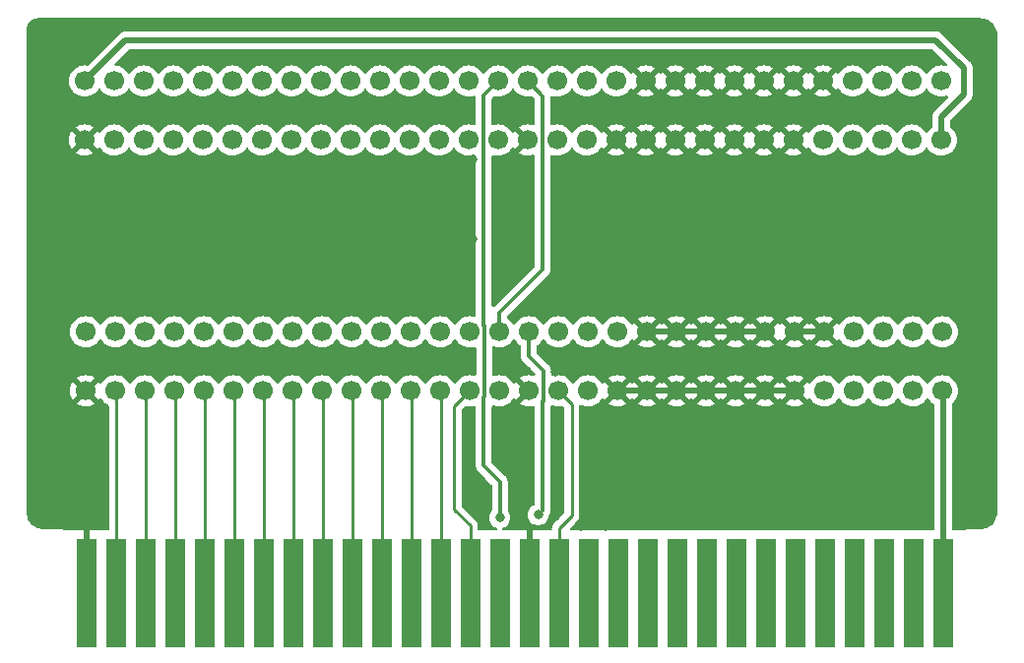
<source format=gtl>
G04 #@! TF.GenerationSoftware,KiCad,Pcbnew,7.0.6*
G04 #@! TF.CreationDate,2023-10-15T21:53:03+09:00*
G04 #@! TF.ProjectId,NES_MAmi_Ext,4e45535f-4d41-46d6-995f-4578742e6b69,rev?*
G04 #@! TF.SameCoordinates,Original*
G04 #@! TF.FileFunction,Copper,L1,Top*
G04 #@! TF.FilePolarity,Positive*
%FSLAX46Y46*%
G04 Gerber Fmt 4.6, Leading zero omitted, Abs format (unit mm)*
G04 Created by KiCad (PCBNEW 7.0.6) date 2023-10-15 21:53:03*
%MOMM*%
%LPD*%
G01*
G04 APERTURE LIST*
G04 #@! TA.AperFunction,ComponentPad*
%ADD10C,1.700000*%
G04 #@! TD*
G04 #@! TA.AperFunction,SMDPad,CuDef*
%ADD11R,1.700000X9.300000*%
G04 #@! TD*
G04 #@! TA.AperFunction,ViaPad*
%ADD12C,0.800000*%
G04 #@! TD*
G04 #@! TA.AperFunction,Conductor*
%ADD13C,0.500000*%
G04 #@! TD*
G04 #@! TA.AperFunction,Conductor*
%ADD14C,0.350000*%
G04 #@! TD*
G04 #@! TA.AperFunction,Conductor*
%ADD15C,0.250000*%
G04 #@! TD*
G04 APERTURE END LIST*
D10*
G04 #@! TO.P,VRC_CART2,1,Pin_1*
G04 #@! TO.N,GND*
X111500000Y-114369800D03*
G04 #@! TO.P,VRC_CART2,2,Pin_2*
G04 #@! TO.N,CPU A11*
X114040000Y-114369800D03*
G04 #@! TO.P,VRC_CART2,3,Pin_3*
G04 #@! TO.N,CPU A10*
X116580000Y-114369800D03*
G04 #@! TO.P,VRC_CART2,4,Pin_4*
G04 #@! TO.N,CPU A09*
X119120000Y-114369800D03*
G04 #@! TO.P,VRC_CART2,5,Pin_5*
G04 #@! TO.N,CPU A08*
X121660000Y-114369800D03*
G04 #@! TO.P,VRC_CART2,6,Pin_6*
G04 #@! TO.N,CPU A07*
X124200000Y-114369800D03*
G04 #@! TO.P,VRC_CART2,7,Pin_7*
G04 #@! TO.N,CPU A06*
X126740000Y-114369800D03*
G04 #@! TO.P,VRC_CART2,8,Pin_8*
G04 #@! TO.N,CPU A05*
X129280000Y-114369800D03*
G04 #@! TO.P,VRC_CART2,9,Pin_9*
G04 #@! TO.N,CPU A04*
X131820000Y-114369800D03*
G04 #@! TO.P,VRC_CART2,10,Pin_10*
G04 #@! TO.N,CPU A03*
X134360000Y-114369800D03*
G04 #@! TO.P,VRC_CART2,11,Pin_11*
G04 #@! TO.N,CPU A02*
X136900000Y-114369800D03*
G04 #@! TO.P,VRC_CART2,12,Pin_12*
G04 #@! TO.N,CPU A01*
X139440000Y-114369800D03*
G04 #@! TO.P,VRC_CART2,13,Pin_13*
G04 #@! TO.N,CPU A00*
X141980000Y-114369800D03*
G04 #@! TO.P,VRC_CART2,14,Pin_14*
G04 #@! TO.N,CPU R{slash}~{W}*
X144520000Y-114369800D03*
G04 #@! TO.P,VRC_CART2,15,Pin_15*
G04 #@! TO.N,unconnected-(VRC_CART2-Pin_15-Pad15)*
X147060000Y-114369800D03*
G04 #@! TO.P,VRC_CART2,16,Pin_16*
G04 #@! TO.N,GND*
X149600000Y-114369800D03*
G04 #@! TO.P,VRC_CART2,17,Pin_17*
G04 #@! TO.N,PPU ~{RD}*
X152140000Y-114369800D03*
G04 #@! TO.P,VRC_CART2,18,Pin_18*
G04 #@! TO.N,unconnected-(VRC_CART2-Pin_18-Pad18)*
X154680000Y-114369800D03*
G04 #@! TO.P,VRC_CART2,19,Pin_19*
G04 #@! TO.N,GND*
X157220000Y-114369800D03*
G04 #@! TO.P,VRC_CART2,20,Pin_20*
X159760000Y-114369800D03*
G04 #@! TO.P,VRC_CART2,21,Pin_21*
X162300000Y-114369800D03*
G04 #@! TO.P,VRC_CART2,22,Pin_22*
X164840000Y-114369800D03*
G04 #@! TO.P,VRC_CART2,23,Pin_23*
X167380000Y-114369800D03*
G04 #@! TO.P,VRC_CART2,24,Pin_24*
X169920000Y-114369800D03*
G04 #@! TO.P,VRC_CART2,25,Pin_25*
X172460000Y-114369800D03*
G04 #@! TO.P,VRC_CART2,26,Pin_26*
G04 #@! TO.N,unconnected-(VRC_CART2-Pin_26-Pad26)*
X175000000Y-114369800D03*
G04 #@! TO.P,VRC_CART2,27,Pin_27*
G04 #@! TO.N,unconnected-(VRC_CART2-Pin_27-Pad27)*
X177540000Y-114369800D03*
G04 #@! TO.P,VRC_CART2,28,Pin_28*
G04 #@! TO.N,unconnected-(VRC_CART2-Pin_28-Pad28)*
X180080000Y-114369800D03*
G04 #@! TO.P,VRC_CART2,29,Pin_29*
G04 #@! TO.N,unconnected-(VRC_CART2-Pin_29-Pad29)*
X182620000Y-114369800D03*
G04 #@! TO.P,VRC_CART2,30,Pin_30*
G04 #@! TO.N,VCC*
X185160000Y-114369800D03*
G04 #@! TO.P,VRC_CART2,31,Pin_31*
X111500000Y-109289800D03*
G04 #@! TO.P,VRC_CART2,32,Pin_32*
G04 #@! TO.N,CLK*
X114040000Y-109289800D03*
G04 #@! TO.P,VRC_CART2,33,Pin_33*
G04 #@! TO.N,CPU A12*
X116580000Y-109289800D03*
G04 #@! TO.P,VRC_CART2,34,Pin_34*
G04 #@! TO.N,CPU A13*
X119120000Y-109289800D03*
G04 #@! TO.P,VRC_CART2,35,Pin_35*
G04 #@! TO.N,CPU A14*
X121660000Y-109289800D03*
G04 #@! TO.P,VRC_CART2,36,Pin_36*
G04 #@! TO.N,CPU D7*
X124200000Y-109289800D03*
G04 #@! TO.P,VRC_CART2,37,Pin_37*
G04 #@! TO.N,CPU D6*
X126740000Y-109289800D03*
G04 #@! TO.P,VRC_CART2,38,Pin_38*
G04 #@! TO.N,CPU D5*
X129280000Y-109289800D03*
G04 #@! TO.P,VRC_CART2,39,Pin_39*
G04 #@! TO.N,CPU D4*
X131820000Y-109289800D03*
G04 #@! TO.P,VRC_CART2,40,Pin_40*
G04 #@! TO.N,CPU D3*
X134360000Y-109289800D03*
G04 #@! TO.P,VRC_CART2,41,Pin_41*
G04 #@! TO.N,CPU D2*
X136900000Y-109289800D03*
G04 #@! TO.P,VRC_CART2,42,Pin_42*
G04 #@! TO.N,CPU D1*
X139440000Y-109289800D03*
G04 #@! TO.P,VRC_CART2,43,Pin_43*
G04 #@! TO.N,CPU D0*
X141980000Y-109289800D03*
G04 #@! TO.P,VRC_CART2,44,Pin_44*
G04 #@! TO.N,~{ROMSEL}(~{A15}+~{CLK})*
X144520000Y-109289800D03*
G04 #@! TO.P,VRC_CART2,45,Pin_45*
G04 #@! TO.N,SOUND OUT1*
X147060000Y-109289800D03*
G04 #@! TO.P,VRC_CART2,46,Pin_46*
G04 #@! TO.N,SOUND OUT2*
X149600000Y-109289800D03*
G04 #@! TO.P,VRC_CART2,47,Pin_47*
G04 #@! TO.N,PPU ~{WR}*
X152140000Y-109289800D03*
G04 #@! TO.P,VRC_CART2,48,Pin_48*
G04 #@! TO.N,unconnected-(VRC_CART2-Pin_48-Pad48)*
X154680000Y-109289800D03*
G04 #@! TO.P,VRC_CART2,49,Pin_49*
G04 #@! TO.N,PPU ~{A13}*
X157220000Y-109289800D03*
G04 #@! TO.P,VRC_CART2,50,Pin_50*
G04 #@! TO.N,GND*
X159760000Y-109289800D03*
G04 #@! TO.P,VRC_CART2,51,Pin_51*
X162300000Y-109289800D03*
G04 #@! TO.P,VRC_CART2,52,Pin_52*
X164840000Y-109289800D03*
G04 #@! TO.P,VRC_CART2,53,Pin_53*
X167380000Y-109289800D03*
G04 #@! TO.P,VRC_CART2,54,Pin_54*
X169920000Y-109289800D03*
G04 #@! TO.P,VRC_CART2,55,Pin_55*
X172460000Y-109289800D03*
G04 #@! TO.P,VRC_CART2,56,Pin_56*
X175000000Y-109289800D03*
G04 #@! TO.P,VRC_CART2,57,Pin_57*
G04 #@! TO.N,unconnected-(VRC_CART2-Pin_57-Pad57)*
X177540000Y-109289800D03*
G04 #@! TO.P,VRC_CART2,58,Pin_58*
G04 #@! TO.N,unconnected-(VRC_CART2-Pin_58-Pad58)*
X180080000Y-109289800D03*
G04 #@! TO.P,VRC_CART2,59,Pin_59*
G04 #@! TO.N,unconnected-(VRC_CART2-Pin_59-Pad59)*
X182620000Y-109289800D03*
G04 #@! TO.P,VRC_CART2,60,Pin_60*
G04 #@! TO.N,unconnected-(VRC_CART2-Pin_60-Pad60)*
X185160000Y-109289800D03*
G04 #@! TD*
D11*
G04 #@! TO.P,MAMICART1,1,Pin_1*
G04 #@! TO.N,GND*
X111570000Y-131789800D03*
G04 #@! TO.P,MAMICART1,2,Pin_2*
G04 #@! TO.N,CPU A11*
X114110000Y-131789800D03*
G04 #@! TO.P,MAMICART1,3,Pin_3*
G04 #@! TO.N,CPU A10*
X116650000Y-131789800D03*
G04 #@! TO.P,MAMICART1,4,Pin_4*
G04 #@! TO.N,CPU A09*
X119190000Y-131789800D03*
G04 #@! TO.P,MAMICART1,5,Pin_5*
G04 #@! TO.N,CPU A08*
X121730000Y-131789800D03*
G04 #@! TO.P,MAMICART1,6,Pin_6*
G04 #@! TO.N,CPU A07*
X124270000Y-131789800D03*
G04 #@! TO.P,MAMICART1,7,Pin_7*
G04 #@! TO.N,CPU A06*
X126810000Y-131789800D03*
G04 #@! TO.P,MAMICART1,8,Pin_8*
G04 #@! TO.N,CPU A05*
X129350000Y-131789800D03*
G04 #@! TO.P,MAMICART1,9,Pin_9*
G04 #@! TO.N,CPU A04*
X131890000Y-131789800D03*
G04 #@! TO.P,MAMICART1,10,Pin_10*
G04 #@! TO.N,CPU A03*
X134430000Y-131789800D03*
G04 #@! TO.P,MAMICART1,11,Pin_11*
G04 #@! TO.N,CPU A02*
X136970000Y-131789800D03*
G04 #@! TO.P,MAMICART1,12,Pin_12*
G04 #@! TO.N,CPU A01*
X139510000Y-131789800D03*
G04 #@! TO.P,MAMICART1,13,Pin_13*
G04 #@! TO.N,CPU A00*
X142050000Y-131789800D03*
G04 #@! TO.P,MAMICART1,14,Pin_14*
G04 #@! TO.N,CPU R{slash}~{W}*
X144590000Y-131789800D03*
G04 #@! TO.P,MAMICART1,15,Pin_15*
G04 #@! TO.N,unconnected-(MAMICART1-Pin_15-Pad15)*
X147130000Y-131789800D03*
G04 #@! TO.P,MAMICART1,16,Pin_16*
G04 #@! TO.N,GND*
X149670000Y-131789800D03*
G04 #@! TO.P,MAMICART1,17,Pin_17*
G04 #@! TO.N,PPU ~{RD}*
X152210000Y-131789800D03*
G04 #@! TO.P,MAMICART1,18,Pin_18*
G04 #@! TO.N,unconnected-(MAMICART1-Pin_18-Pad18)*
X154750000Y-131789800D03*
G04 #@! TO.P,MAMICART1,19,Pin_19*
G04 #@! TO.N,unconnected-(MAMICART1-Pin_19-Pad19)*
X157290000Y-131789800D03*
G04 #@! TO.P,MAMICART1,20,Pin_20*
G04 #@! TO.N,unconnected-(MAMICART1-Pin_20-Pad20)*
X159830000Y-131789800D03*
G04 #@! TO.P,MAMICART1,21,Pin_21*
G04 #@! TO.N,unconnected-(MAMICART1-Pin_21-Pad21)*
X162370000Y-131789800D03*
G04 #@! TO.P,MAMICART1,22,Pin_22*
G04 #@! TO.N,unconnected-(MAMICART1-Pin_22-Pad22)*
X164910000Y-131789800D03*
G04 #@! TO.P,MAMICART1,23,Pin_23*
G04 #@! TO.N,unconnected-(MAMICART1-Pin_23-Pad23)*
X167450000Y-131789800D03*
G04 #@! TO.P,MAMICART1,24,Pin_24*
G04 #@! TO.N,unconnected-(MAMICART1-Pin_24-Pad24)*
X169990000Y-131789800D03*
G04 #@! TO.P,MAMICART1,25,Pin_25*
G04 #@! TO.N,unconnected-(MAMICART1-Pin_25-Pad25)*
X172530000Y-131789800D03*
G04 #@! TO.P,MAMICART1,26,Pin_26*
G04 #@! TO.N,unconnected-(MAMICART1-Pin_26-Pad26)*
X175070000Y-131789800D03*
G04 #@! TO.P,MAMICART1,27,Pin_27*
G04 #@! TO.N,unconnected-(MAMICART1-Pin_27-Pad27)*
X177610000Y-131789800D03*
G04 #@! TO.P,MAMICART1,28,Pin_28*
G04 #@! TO.N,unconnected-(MAMICART1-Pin_28-Pad28)*
X180150000Y-131789800D03*
G04 #@! TO.P,MAMICART1,29,Pin_29*
G04 #@! TO.N,unconnected-(MAMICART1-Pin_29-Pad29)*
X182690000Y-131789800D03*
G04 #@! TO.P,MAMICART1,30,Pin_30*
G04 #@! TO.N,VCC*
X185230000Y-131789800D03*
G04 #@! TD*
D10*
G04 #@! TO.P,VRC_CART1,1,Pin_1*
G04 #@! TO.N,GND*
X111400000Y-92789800D03*
G04 #@! TO.P,VRC_CART1,2,Pin_2*
G04 #@! TO.N,CPU A11*
X113940000Y-92789800D03*
G04 #@! TO.P,VRC_CART1,3,Pin_3*
G04 #@! TO.N,CPU A10*
X116480000Y-92789800D03*
G04 #@! TO.P,VRC_CART1,4,Pin_4*
G04 #@! TO.N,CPU A09*
X119020000Y-92789800D03*
G04 #@! TO.P,VRC_CART1,5,Pin_5*
G04 #@! TO.N,CPU A08*
X121560000Y-92789800D03*
G04 #@! TO.P,VRC_CART1,6,Pin_6*
G04 #@! TO.N,CPU A07*
X124100000Y-92789800D03*
G04 #@! TO.P,VRC_CART1,7,Pin_7*
G04 #@! TO.N,CPU A06*
X126640000Y-92789800D03*
G04 #@! TO.P,VRC_CART1,8,Pin_8*
G04 #@! TO.N,CPU A05*
X129180000Y-92789800D03*
G04 #@! TO.P,VRC_CART1,9,Pin_9*
G04 #@! TO.N,CPU A04*
X131720000Y-92789800D03*
G04 #@! TO.P,VRC_CART1,10,Pin_10*
G04 #@! TO.N,CPU A03*
X134260000Y-92789800D03*
G04 #@! TO.P,VRC_CART1,11,Pin_11*
G04 #@! TO.N,CPU A02*
X136800000Y-92789800D03*
G04 #@! TO.P,VRC_CART1,12,Pin_12*
G04 #@! TO.N,CPU A01*
X139340000Y-92789800D03*
G04 #@! TO.P,VRC_CART1,13,Pin_13*
G04 #@! TO.N,CPU A00*
X141880000Y-92789800D03*
G04 #@! TO.P,VRC_CART1,14,Pin_14*
G04 #@! TO.N,CPU R{slash}~{W}*
X144420000Y-92789800D03*
G04 #@! TO.P,VRC_CART1,15,Pin_15*
G04 #@! TO.N,unconnected-(VRC_CART1-Pin_15-Pad15)*
X146960000Y-92789800D03*
G04 #@! TO.P,VRC_CART1,16,Pin_16*
G04 #@! TO.N,GND*
X149500000Y-92789800D03*
G04 #@! TO.P,VRC_CART1,17,Pin_17*
G04 #@! TO.N,PPU ~{RD}*
X152040000Y-92789800D03*
G04 #@! TO.P,VRC_CART1,18,Pin_18*
G04 #@! TO.N,unconnected-(VRC_CART1-Pin_18-Pad18)*
X154580000Y-92789800D03*
G04 #@! TO.P,VRC_CART1,19,Pin_19*
G04 #@! TO.N,GND*
X157120000Y-92789800D03*
G04 #@! TO.P,VRC_CART1,20,Pin_20*
X159660000Y-92789800D03*
G04 #@! TO.P,VRC_CART1,21,Pin_21*
X162200000Y-92789800D03*
G04 #@! TO.P,VRC_CART1,22,Pin_22*
X164740000Y-92789800D03*
G04 #@! TO.P,VRC_CART1,23,Pin_23*
X167280000Y-92789800D03*
G04 #@! TO.P,VRC_CART1,24,Pin_24*
X169820000Y-92789800D03*
G04 #@! TO.P,VRC_CART1,25,Pin_25*
X172360000Y-92789800D03*
G04 #@! TO.P,VRC_CART1,26,Pin_26*
G04 #@! TO.N,unconnected-(VRC_CART1-Pin_26-Pad26)*
X174900000Y-92789800D03*
G04 #@! TO.P,VRC_CART1,27,Pin_27*
G04 #@! TO.N,unconnected-(VRC_CART1-Pin_27-Pad27)*
X177440000Y-92789800D03*
G04 #@! TO.P,VRC_CART1,28,Pin_28*
G04 #@! TO.N,unconnected-(VRC_CART1-Pin_28-Pad28)*
X179980000Y-92789800D03*
G04 #@! TO.P,VRC_CART1,29,Pin_29*
G04 #@! TO.N,unconnected-(VRC_CART1-Pin_29-Pad29)*
X182520000Y-92789800D03*
G04 #@! TO.P,VRC_CART1,30,Pin_30*
G04 #@! TO.N,VCC*
X185060000Y-92789800D03*
G04 #@! TO.P,VRC_CART1,31,Pin_31*
X111400000Y-87709800D03*
G04 #@! TO.P,VRC_CART1,32,Pin_32*
G04 #@! TO.N,CLK*
X113940000Y-87709800D03*
G04 #@! TO.P,VRC_CART1,33,Pin_33*
G04 #@! TO.N,CPU A12*
X116480000Y-87709800D03*
G04 #@! TO.P,VRC_CART1,34,Pin_34*
G04 #@! TO.N,CPU A13*
X119020000Y-87709800D03*
G04 #@! TO.P,VRC_CART1,35,Pin_35*
G04 #@! TO.N,CPU A14*
X121560000Y-87709800D03*
G04 #@! TO.P,VRC_CART1,36,Pin_36*
G04 #@! TO.N,CPU D7*
X124100000Y-87709800D03*
G04 #@! TO.P,VRC_CART1,37,Pin_37*
G04 #@! TO.N,CPU D6*
X126640000Y-87709800D03*
G04 #@! TO.P,VRC_CART1,38,Pin_38*
G04 #@! TO.N,CPU D5*
X129180000Y-87709800D03*
G04 #@! TO.P,VRC_CART1,39,Pin_39*
G04 #@! TO.N,CPU D4*
X131720000Y-87709800D03*
G04 #@! TO.P,VRC_CART1,40,Pin_40*
G04 #@! TO.N,CPU D3*
X134260000Y-87709800D03*
G04 #@! TO.P,VRC_CART1,41,Pin_41*
G04 #@! TO.N,CPU D2*
X136800000Y-87709800D03*
G04 #@! TO.P,VRC_CART1,42,Pin_42*
G04 #@! TO.N,CPU D1*
X139340000Y-87709800D03*
G04 #@! TO.P,VRC_CART1,43,Pin_43*
G04 #@! TO.N,CPU D0*
X141880000Y-87709800D03*
G04 #@! TO.P,VRC_CART1,44,Pin_44*
G04 #@! TO.N,~{ROMSEL}(~{A15}+~{CLK})*
X144420000Y-87709800D03*
G04 #@! TO.P,VRC_CART1,45,Pin_45*
G04 #@! TO.N,SOUND IN1*
X146960000Y-87709800D03*
G04 #@! TO.P,VRC_CART1,46,Pin_46*
G04 #@! TO.N,SOUND OUT1*
X149500000Y-87709800D03*
G04 #@! TO.P,VRC_CART1,47,Pin_47*
G04 #@! TO.N,PPU ~{WR}*
X152040000Y-87709800D03*
G04 #@! TO.P,VRC_CART1,48,Pin_48*
G04 #@! TO.N,unconnected-(VRC_CART1-Pin_48-Pad48)*
X154580000Y-87709800D03*
G04 #@! TO.P,VRC_CART1,49,Pin_49*
G04 #@! TO.N,PPU ~{A13}*
X157120000Y-87709800D03*
G04 #@! TO.P,VRC_CART1,50,Pin_50*
G04 #@! TO.N,GND*
X159660000Y-87709800D03*
G04 #@! TO.P,VRC_CART1,51,Pin_51*
X162200000Y-87709800D03*
G04 #@! TO.P,VRC_CART1,52,Pin_52*
X164740000Y-87709800D03*
G04 #@! TO.P,VRC_CART1,53,Pin_53*
X167280000Y-87709800D03*
G04 #@! TO.P,VRC_CART1,54,Pin_54*
X169820000Y-87709800D03*
G04 #@! TO.P,VRC_CART1,55,Pin_55*
X172360000Y-87709800D03*
G04 #@! TO.P,VRC_CART1,56,Pin_56*
X174900000Y-87709800D03*
G04 #@! TO.P,VRC_CART1,57,Pin_57*
G04 #@! TO.N,unconnected-(VRC_CART1-Pin_57-Pad57)*
X177440000Y-87709800D03*
G04 #@! TO.P,VRC_CART1,58,Pin_58*
G04 #@! TO.N,unconnected-(VRC_CART1-Pin_58-Pad58)*
X179980000Y-87709800D03*
G04 #@! TO.P,VRC_CART1,59,Pin_59*
G04 #@! TO.N,unconnected-(VRC_CART1-Pin_59-Pad59)*
X182520000Y-87709800D03*
G04 #@! TO.P,VRC_CART1,60,Pin_60*
G04 #@! TO.N,unconnected-(VRC_CART1-Pin_60-Pad60)*
X185060000Y-87709800D03*
G04 #@! TD*
D12*
G04 #@! TO.N,GND*
X185300000Y-112489800D03*
X154100000Y-125989800D03*
X159500000Y-107389800D03*
X147200000Y-116189800D03*
X107400000Y-83189800D03*
X159500000Y-94689800D03*
X154400000Y-111889800D03*
X156200000Y-125989800D03*
X144800000Y-101289800D03*
X157350000Y-111889800D03*
X159500000Y-90389800D03*
X149400000Y-112689800D03*
X151900000Y-125189800D03*
X159500000Y-111889800D03*
X151850000Y-112739800D03*
X185200000Y-107189800D03*
X114800000Y-86089800D03*
X146800000Y-90989800D03*
X146900000Y-112589800D03*
X146800000Y-106389800D03*
X145800000Y-125889800D03*
X144500000Y-111489800D03*
X184400000Y-89589800D03*
X152100000Y-90289800D03*
X184400000Y-85989800D03*
X186600000Y-125889800D03*
X185100000Y-94889800D03*
X144600000Y-90289800D03*
X144800000Y-94489800D03*
X157300000Y-116189800D03*
X150750000Y-110839800D03*
X154400000Y-116189800D03*
X149500000Y-94689800D03*
X147100000Y-98889800D03*
X148000000Y-89189800D03*
X155800000Y-89089800D03*
X148200000Y-110689800D03*
X149600000Y-116289800D03*
X144500000Y-116289800D03*
X147100000Y-94689800D03*
X108900000Y-125689800D03*
X188600000Y-83489800D03*
X155900000Y-107789800D03*
X149500000Y-90989800D03*
X148500000Y-107789800D03*
X185300000Y-111089800D03*
X148650000Y-125189800D03*
X143000000Y-89639800D03*
X183800000Y-115889800D03*
X183700000Y-91289800D03*
X149600000Y-103389800D03*
X159100000Y-125889800D03*
X152100000Y-116289800D03*
X144300000Y-122689800D03*
X159500000Y-116189800D03*
G04 #@! TO.N,SOUND IN1*
X147100000Y-125289800D03*
G04 #@! TO.N,SOUND OUT2*
X150400000Y-125039800D03*
G04 #@! TD*
D13*
G04 #@! TO.N,VCC*
X187000000Y-86589800D02*
X184600000Y-84189800D01*
X114920000Y-84189800D02*
X111400000Y-87709800D01*
X185230000Y-114439800D02*
X185160000Y-114369800D01*
X185230000Y-131789800D02*
X185230000Y-114439800D01*
X185060000Y-90829800D02*
X187000000Y-88889800D01*
X187000000Y-88889800D02*
X187000000Y-86589800D01*
X185060000Y-92789800D02*
X185060000Y-90829800D01*
X184600000Y-84189800D02*
X114920000Y-84189800D01*
G04 #@! TO.N,GND*
X162300000Y-114369800D02*
X159760000Y-114369800D01*
X111570000Y-131789800D02*
X111570000Y-125869800D01*
X162300000Y-109289800D02*
X164840000Y-109289800D01*
X159760000Y-109289800D02*
X162300000Y-109289800D01*
X164840000Y-114369800D02*
X167380000Y-114369800D01*
X169920000Y-114369800D02*
X172460000Y-114369800D01*
X159760000Y-114369800D02*
X157220000Y-114369800D01*
X167380000Y-109289800D02*
X169920000Y-109289800D01*
X167380000Y-114369800D02*
X169920000Y-114369800D01*
X164840000Y-109289800D02*
X167380000Y-109289800D01*
X172460000Y-109289800D02*
X175000000Y-109289800D01*
X148650000Y-125189800D02*
X148850000Y-125189800D01*
X162300000Y-114369800D02*
X164840000Y-114369800D01*
X149670000Y-126009800D02*
X149670000Y-131789800D01*
D14*
G04 #@! TO.N,SOUND IN1*
X145745000Y-108782388D02*
X145725000Y-108762388D01*
X145725000Y-114897212D02*
X145745000Y-114877212D01*
X145725000Y-108762388D02*
X145725000Y-107709679D01*
X147100000Y-125289800D02*
X147100000Y-122189800D01*
X147100000Y-122189800D02*
X145725000Y-120814800D01*
X145732382Y-106665666D02*
X145725000Y-106658284D01*
X145725000Y-120814800D02*
X145725000Y-114897212D01*
X145725000Y-107709679D02*
X145732382Y-107702297D01*
X145745000Y-114877212D02*
X145745000Y-108782388D01*
X145732382Y-107702297D02*
X145732382Y-106665666D01*
X145725000Y-88944800D02*
X146960000Y-87709800D01*
X145725000Y-106658284D02*
X145725000Y-88944800D01*
G04 #@! TO.N,SOUND OUT2*
X150825000Y-112614800D02*
X149600000Y-111389800D01*
X150825000Y-115259800D02*
X150825000Y-112614800D01*
X150795000Y-115289800D02*
X150825000Y-115259800D01*
X149600000Y-111389800D02*
X149600000Y-109289800D01*
X150795000Y-124644800D02*
X150795000Y-115289800D01*
X150400000Y-125039800D02*
X150795000Y-124644800D01*
D15*
G04 #@! TO.N,PPU ~{RD}*
X152210000Y-131789800D02*
X152210000Y-126229800D01*
X153300000Y-125139800D02*
X153300000Y-115529800D01*
X153300000Y-115529800D02*
X152140000Y-114369800D01*
X152210000Y-126229800D02*
X153300000Y-125139800D01*
G04 #@! TO.N,CPU R{slash}~{W}*
X143200000Y-124589800D02*
X143200000Y-115689800D01*
X144590000Y-131789800D02*
X144590000Y-125979800D01*
X143200000Y-115689800D02*
X144520000Y-114369800D01*
X144590000Y-125979800D02*
X143200000Y-124589800D01*
G04 #@! TO.N,CPU A11*
X114110000Y-114439800D02*
X114040000Y-114369800D01*
X114110000Y-131789800D02*
X114110000Y-114439800D01*
G04 #@! TO.N,CPU A10*
X116650000Y-114439800D02*
X116580000Y-114369800D01*
X116650000Y-131789800D02*
X116650000Y-114439800D01*
G04 #@! TO.N,CPU A09*
X119190000Y-131789800D02*
X119190000Y-114439800D01*
X119190000Y-114439800D02*
X119120000Y-114369800D01*
G04 #@! TO.N,CPU A08*
X121730000Y-114439800D02*
X121660000Y-114369800D01*
X121730000Y-131789800D02*
X121730000Y-114439800D01*
G04 #@! TO.N,CPU A07*
X124270000Y-131789800D02*
X124270000Y-114439800D01*
X124270000Y-114439800D02*
X124200000Y-114369800D01*
G04 #@! TO.N,CPU A06*
X126810000Y-114439800D02*
X126740000Y-114369800D01*
X126810000Y-131789800D02*
X126810000Y-114439800D01*
G04 #@! TO.N,CPU A05*
X129350000Y-131789800D02*
X129350000Y-114439800D01*
X129350000Y-114439800D02*
X129280000Y-114369800D01*
G04 #@! TO.N,CPU A04*
X131890000Y-114439800D02*
X131820000Y-114369800D01*
X131890000Y-131789800D02*
X131890000Y-114439800D01*
G04 #@! TO.N,CPU A03*
X134430000Y-131789800D02*
X134430000Y-114439800D01*
X134430000Y-114439800D02*
X134360000Y-114369800D01*
G04 #@! TO.N,CPU A02*
X136970000Y-114439800D02*
X136900000Y-114369800D01*
X136970000Y-131789800D02*
X136970000Y-114439800D01*
G04 #@! TO.N,CPU A01*
X139510000Y-114439800D02*
X139440000Y-114369800D01*
X139510000Y-127589800D02*
X139510000Y-114439800D01*
G04 #@! TO.N,CPU A00*
X142050000Y-131789800D02*
X142050000Y-114439800D01*
X142050000Y-114439800D02*
X141980000Y-114369800D01*
D14*
G04 #@! TO.N,SOUND OUT1*
X147060000Y-107629800D02*
X150800000Y-103889800D01*
X150800000Y-103889800D02*
X150800000Y-89009800D01*
X150800000Y-89009800D02*
X149500000Y-87709800D01*
X147060000Y-109289800D02*
X147060000Y-107629800D01*
G04 #@! TD*
G04 #@! TA.AperFunction,Conductor*
G04 #@! TO.N,GND*
G36*
X188402208Y-82290457D02*
G01*
X188604561Y-82304930D01*
X188622063Y-82307447D01*
X188813797Y-82349155D01*
X188830755Y-82354134D01*
X189014609Y-82422709D01*
X189030701Y-82430059D01*
X189202904Y-82524088D01*
X189217784Y-82533649D01*
X189359395Y-82639659D01*
X189374867Y-82651241D01*
X189388237Y-82662827D01*
X189526972Y-82801562D01*
X189538558Y-82814932D01*
X189638135Y-82947951D01*
X189656146Y-82972010D01*
X189665711Y-82986895D01*
X189759740Y-83159098D01*
X189767090Y-83175190D01*
X189835662Y-83359036D01*
X189840646Y-83376012D01*
X189882351Y-83567731D01*
X189884869Y-83585242D01*
X189899342Y-83787588D01*
X189899500Y-83792012D01*
X189899500Y-124723909D01*
X189899499Y-124787587D01*
X189899341Y-124792011D01*
X189884869Y-124994356D01*
X189882351Y-125011868D01*
X189840646Y-125203587D01*
X189835662Y-125220563D01*
X189767090Y-125404409D01*
X189759740Y-125420501D01*
X189665711Y-125592704D01*
X189656146Y-125607589D01*
X189538558Y-125764667D01*
X189526972Y-125778037D01*
X189388237Y-125916772D01*
X189374867Y-125928358D01*
X189217789Y-126045946D01*
X189202904Y-126055511D01*
X189030701Y-126149540D01*
X189014609Y-126156890D01*
X188830763Y-126225462D01*
X188813787Y-126230446D01*
X188622068Y-126272151D01*
X188604557Y-126274669D01*
X188423733Y-126287602D01*
X188402208Y-126289142D01*
X188397786Y-126289300D01*
X187471961Y-126289300D01*
X187328039Y-126289300D01*
X187328036Y-126289300D01*
X187328034Y-126289301D01*
X187301842Y-126296990D01*
X187284568Y-126300748D01*
X187257544Y-126304634D01*
X187257541Y-126304635D01*
X187232710Y-126315975D01*
X187216141Y-126322155D01*
X187203171Y-126325963D01*
X187189947Y-126329847D01*
X187189945Y-126329847D01*
X187189945Y-126329848D01*
X187166982Y-126344605D01*
X187151461Y-126353080D01*
X187126628Y-126364421D01*
X187119167Y-126369217D01*
X187117322Y-126366346D01*
X187068758Y-126388535D01*
X187051091Y-126389800D01*
X186104500Y-126389800D01*
X186037461Y-126370115D01*
X185991706Y-126317311D01*
X185980500Y-126265800D01*
X185980500Y-115508486D01*
X186000185Y-115441447D01*
X186027933Y-115412581D01*
X186027256Y-115411774D01*
X186031400Y-115408296D01*
X186031403Y-115408293D01*
X186198495Y-115241201D01*
X186334035Y-115047630D01*
X186433903Y-114833463D01*
X186495063Y-114605208D01*
X186515659Y-114369800D01*
X186495063Y-114134392D01*
X186433903Y-113906137D01*
X186334035Y-113691971D01*
X186328731Y-113684395D01*
X186198494Y-113498397D01*
X186031402Y-113331306D01*
X186031395Y-113331301D01*
X185837834Y-113195767D01*
X185837830Y-113195765D01*
X185799499Y-113177891D01*
X185623663Y-113095897D01*
X185623659Y-113095896D01*
X185623655Y-113095894D01*
X185395413Y-113034738D01*
X185395403Y-113034736D01*
X185160001Y-113014141D01*
X185159999Y-113014141D01*
X184924596Y-113034736D01*
X184924586Y-113034738D01*
X184696344Y-113095894D01*
X184696335Y-113095898D01*
X184482171Y-113195764D01*
X184482169Y-113195765D01*
X184288597Y-113331305D01*
X184121505Y-113498397D01*
X183991575Y-113683958D01*
X183936998Y-113727583D01*
X183867500Y-113734777D01*
X183805145Y-113703254D01*
X183788425Y-113683958D01*
X183658494Y-113498397D01*
X183491402Y-113331306D01*
X183491395Y-113331301D01*
X183297834Y-113195767D01*
X183297830Y-113195765D01*
X183259499Y-113177891D01*
X183083663Y-113095897D01*
X183083659Y-113095896D01*
X183083655Y-113095894D01*
X182855413Y-113034738D01*
X182855403Y-113034736D01*
X182620001Y-113014141D01*
X182619999Y-113014141D01*
X182384596Y-113034736D01*
X182384586Y-113034738D01*
X182156344Y-113095894D01*
X182156335Y-113095898D01*
X181942171Y-113195764D01*
X181942169Y-113195765D01*
X181748597Y-113331305D01*
X181581508Y-113498394D01*
X181451574Y-113683960D01*
X181396997Y-113727584D01*
X181327498Y-113734777D01*
X181265144Y-113703255D01*
X181248429Y-113683964D01*
X181118495Y-113498399D01*
X181118493Y-113498396D01*
X180951402Y-113331306D01*
X180951395Y-113331301D01*
X180757834Y-113195767D01*
X180757830Y-113195765D01*
X180719499Y-113177891D01*
X180543663Y-113095897D01*
X180543659Y-113095896D01*
X180543655Y-113095894D01*
X180315413Y-113034738D01*
X180315403Y-113034736D01*
X180080001Y-113014141D01*
X180079999Y-113014141D01*
X179844596Y-113034736D01*
X179844586Y-113034738D01*
X179616344Y-113095894D01*
X179616335Y-113095898D01*
X179402171Y-113195764D01*
X179402169Y-113195765D01*
X179208597Y-113331305D01*
X179041505Y-113498397D01*
X178911575Y-113683958D01*
X178856998Y-113727583D01*
X178787500Y-113734777D01*
X178725145Y-113703254D01*
X178708425Y-113683958D01*
X178578494Y-113498397D01*
X178411402Y-113331306D01*
X178411395Y-113331301D01*
X178217834Y-113195767D01*
X178217830Y-113195765D01*
X178179499Y-113177891D01*
X178003663Y-113095897D01*
X178003659Y-113095896D01*
X178003655Y-113095894D01*
X177775413Y-113034738D01*
X177775403Y-113034736D01*
X177540001Y-113014141D01*
X177539999Y-113014141D01*
X177304596Y-113034736D01*
X177304586Y-113034738D01*
X177076344Y-113095894D01*
X177076335Y-113095898D01*
X176862171Y-113195764D01*
X176862169Y-113195765D01*
X176668597Y-113331305D01*
X176501508Y-113498394D01*
X176371574Y-113683959D01*
X176316997Y-113727584D01*
X176247498Y-113734776D01*
X176185144Y-113703254D01*
X176168424Y-113683958D01*
X176038494Y-113498397D01*
X175871402Y-113331306D01*
X175871395Y-113331301D01*
X175677834Y-113195767D01*
X175677830Y-113195765D01*
X175639499Y-113177891D01*
X175463663Y-113095897D01*
X175463659Y-113095896D01*
X175463655Y-113095894D01*
X175235413Y-113034738D01*
X175235403Y-113034736D01*
X175000001Y-113014141D01*
X174999999Y-113014141D01*
X174764596Y-113034736D01*
X174764586Y-113034738D01*
X174536344Y-113095894D01*
X174536335Y-113095898D01*
X174322171Y-113195764D01*
X174322169Y-113195765D01*
X174128597Y-113331305D01*
X173961505Y-113498397D01*
X173831269Y-113684395D01*
X173776692Y-113728020D01*
X173707194Y-113735214D01*
X173644839Y-113703691D01*
X173628119Y-113684395D01*
X173574925Y-113608426D01*
X173574925Y-113608425D01*
X172943076Y-114240274D01*
X172919493Y-114159956D01*
X172841761Y-114039002D01*
X172733100Y-113944848D01*
X172602315Y-113885120D01*
X172592533Y-113883713D01*
X173221373Y-113254873D01*
X173221373Y-113254872D01*
X173137583Y-113196202D01*
X173137579Y-113196200D01*
X172923492Y-113096370D01*
X172923483Y-113096366D01*
X172695326Y-113035232D01*
X172695315Y-113035230D01*
X172460002Y-113014643D01*
X172459998Y-113014643D01*
X172224684Y-113035230D01*
X172224673Y-113035232D01*
X171996516Y-113096366D01*
X171996507Y-113096370D01*
X171782419Y-113196201D01*
X171698625Y-113254872D01*
X172327466Y-113883713D01*
X172317685Y-113885120D01*
X172186900Y-113944848D01*
X172078239Y-114039002D01*
X172000507Y-114159956D01*
X171976923Y-114240275D01*
X171345073Y-113608425D01*
X171345072Y-113608426D01*
X171291574Y-113684830D01*
X171236998Y-113728455D01*
X171167499Y-113735649D01*
X171105144Y-113704126D01*
X171088424Y-113684830D01*
X171034925Y-113608426D01*
X171034925Y-113608425D01*
X170403076Y-114240274D01*
X170379493Y-114159956D01*
X170301761Y-114039002D01*
X170193100Y-113944848D01*
X170062315Y-113885120D01*
X170052533Y-113883713D01*
X170681373Y-113254873D01*
X170681373Y-113254872D01*
X170597583Y-113196202D01*
X170597579Y-113196200D01*
X170383492Y-113096370D01*
X170383483Y-113096366D01*
X170155326Y-113035232D01*
X170155315Y-113035230D01*
X169920002Y-113014643D01*
X169919998Y-113014643D01*
X169684684Y-113035230D01*
X169684673Y-113035232D01*
X169456516Y-113096366D01*
X169456507Y-113096370D01*
X169242419Y-113196201D01*
X169158625Y-113254872D01*
X169787466Y-113883713D01*
X169777685Y-113885120D01*
X169646900Y-113944848D01*
X169538239Y-114039002D01*
X169460507Y-114159956D01*
X169436923Y-114240274D01*
X168805073Y-113608425D01*
X168805072Y-113608426D01*
X168751574Y-113684830D01*
X168696998Y-113728455D01*
X168627499Y-113735649D01*
X168565144Y-113704126D01*
X168548424Y-113684830D01*
X168494925Y-113608426D01*
X168494925Y-113608425D01*
X167863076Y-114240275D01*
X167839493Y-114159956D01*
X167761761Y-114039002D01*
X167653100Y-113944848D01*
X167522315Y-113885120D01*
X167512533Y-113883713D01*
X168141373Y-113254873D01*
X168141373Y-113254872D01*
X168057583Y-113196202D01*
X168057579Y-113196200D01*
X167843492Y-113096370D01*
X167843483Y-113096366D01*
X167615326Y-113035232D01*
X167615315Y-113035230D01*
X167380002Y-113014643D01*
X167379998Y-113014643D01*
X167144684Y-113035230D01*
X167144673Y-113035232D01*
X166916516Y-113096366D01*
X166916507Y-113096370D01*
X166702419Y-113196201D01*
X166618625Y-113254872D01*
X167247466Y-113883713D01*
X167237685Y-113885120D01*
X167106900Y-113944848D01*
X166998239Y-114039002D01*
X166920507Y-114159956D01*
X166896923Y-114240274D01*
X166265073Y-113608425D01*
X166265072Y-113608426D01*
X166211574Y-113684830D01*
X166156998Y-113728455D01*
X166087499Y-113735649D01*
X166025144Y-113704126D01*
X166008424Y-113684830D01*
X165954925Y-113608426D01*
X165954925Y-113608425D01*
X165323076Y-114240275D01*
X165299493Y-114159956D01*
X165221761Y-114039002D01*
X165113100Y-113944848D01*
X164982315Y-113885120D01*
X164972533Y-113883713D01*
X165601373Y-113254873D01*
X165601373Y-113254872D01*
X165517583Y-113196202D01*
X165517579Y-113196200D01*
X165303492Y-113096370D01*
X165303483Y-113096366D01*
X165075326Y-113035232D01*
X165075315Y-113035230D01*
X164840002Y-113014643D01*
X164839998Y-113014643D01*
X164604684Y-113035230D01*
X164604673Y-113035232D01*
X164376516Y-113096366D01*
X164376507Y-113096370D01*
X164162419Y-113196201D01*
X164078625Y-113254872D01*
X164707466Y-113883713D01*
X164697685Y-113885120D01*
X164566900Y-113944848D01*
X164458239Y-114039002D01*
X164380507Y-114159956D01*
X164356923Y-114240274D01*
X163725073Y-113608425D01*
X163725072Y-113608426D01*
X163671574Y-113684830D01*
X163616998Y-113728455D01*
X163547499Y-113735649D01*
X163485144Y-113704126D01*
X163468424Y-113684830D01*
X163414925Y-113608426D01*
X163414925Y-113608425D01*
X162783076Y-114240275D01*
X162759493Y-114159956D01*
X162681761Y-114039002D01*
X162573100Y-113944848D01*
X162442315Y-113885120D01*
X162432532Y-113883713D01*
X163061373Y-113254873D01*
X163061373Y-113254872D01*
X162977583Y-113196202D01*
X162977579Y-113196200D01*
X162763492Y-113096370D01*
X162763483Y-113096366D01*
X162535326Y-113035232D01*
X162535315Y-113035230D01*
X162300002Y-113014643D01*
X162299998Y-113014643D01*
X162064684Y-113035230D01*
X162064673Y-113035232D01*
X161836516Y-113096366D01*
X161836507Y-113096370D01*
X161622419Y-113196201D01*
X161538625Y-113254872D01*
X161538625Y-113254873D01*
X162167465Y-113883713D01*
X162157685Y-113885120D01*
X162026900Y-113944848D01*
X161918239Y-114039002D01*
X161840507Y-114159956D01*
X161816923Y-114240274D01*
X161185073Y-113608425D01*
X161185072Y-113608426D01*
X161131574Y-113684830D01*
X161076998Y-113728455D01*
X161007499Y-113735649D01*
X160945144Y-113704126D01*
X160928424Y-113684830D01*
X160874925Y-113608426D01*
X160874925Y-113608425D01*
X160243076Y-114240274D01*
X160219493Y-114159956D01*
X160141761Y-114039002D01*
X160033100Y-113944848D01*
X159902315Y-113885120D01*
X159892533Y-113883713D01*
X160521373Y-113254873D01*
X160521373Y-113254872D01*
X160437583Y-113196202D01*
X160437579Y-113196200D01*
X160223492Y-113096370D01*
X160223483Y-113096366D01*
X159995326Y-113035232D01*
X159995315Y-113035230D01*
X159760002Y-113014643D01*
X159759998Y-113014643D01*
X159524684Y-113035230D01*
X159524673Y-113035232D01*
X159296516Y-113096366D01*
X159296507Y-113096370D01*
X159082419Y-113196201D01*
X158998625Y-113254872D01*
X159627466Y-113883713D01*
X159617685Y-113885120D01*
X159486900Y-113944848D01*
X159378239Y-114039002D01*
X159300507Y-114159956D01*
X159276923Y-114240276D01*
X158645072Y-113608425D01*
X158645072Y-113608426D01*
X158591574Y-113684830D01*
X158536998Y-113728455D01*
X158467499Y-113735649D01*
X158405144Y-113704126D01*
X158388424Y-113684830D01*
X158334925Y-113608426D01*
X158334925Y-113608425D01*
X157703076Y-114240273D01*
X157679493Y-114159956D01*
X157601761Y-114039002D01*
X157493100Y-113944848D01*
X157362315Y-113885120D01*
X157352533Y-113883713D01*
X157981373Y-113254873D01*
X157981373Y-113254872D01*
X157897583Y-113196202D01*
X157897579Y-113196200D01*
X157683492Y-113096370D01*
X157683483Y-113096366D01*
X157455326Y-113035232D01*
X157455315Y-113035230D01*
X157220002Y-113014643D01*
X157219998Y-113014643D01*
X156984684Y-113035230D01*
X156984673Y-113035232D01*
X156756516Y-113096366D01*
X156756507Y-113096370D01*
X156542419Y-113196201D01*
X156458625Y-113254872D01*
X157087466Y-113883713D01*
X157077685Y-113885120D01*
X156946900Y-113944848D01*
X156838239Y-114039002D01*
X156760507Y-114159956D01*
X156736923Y-114240276D01*
X156105073Y-113608426D01*
X156051881Y-113684394D01*
X155997304Y-113728019D01*
X155927806Y-113735213D01*
X155865451Y-113703691D01*
X155848730Y-113684394D01*
X155718494Y-113498397D01*
X155551402Y-113331306D01*
X155551395Y-113331301D01*
X155357834Y-113195767D01*
X155357830Y-113195765D01*
X155319499Y-113177891D01*
X155143663Y-113095897D01*
X155143659Y-113095896D01*
X155143655Y-113095894D01*
X154915413Y-113034738D01*
X154915403Y-113034736D01*
X154680001Y-113014141D01*
X154679999Y-113014141D01*
X154444596Y-113034736D01*
X154444586Y-113034738D01*
X154216344Y-113095894D01*
X154216335Y-113095898D01*
X154002171Y-113195764D01*
X154002169Y-113195765D01*
X153808597Y-113331305D01*
X153641505Y-113498397D01*
X153511575Y-113683958D01*
X153456998Y-113727583D01*
X153387500Y-113734777D01*
X153325145Y-113703254D01*
X153308425Y-113683958D01*
X153178494Y-113498397D01*
X153011402Y-113331306D01*
X153011395Y-113331301D01*
X152817834Y-113195767D01*
X152817830Y-113195765D01*
X152779499Y-113177891D01*
X152603663Y-113095897D01*
X152603659Y-113095896D01*
X152603655Y-113095894D01*
X152375413Y-113034738D01*
X152375403Y-113034736D01*
X152140001Y-113014141D01*
X152139999Y-113014141D01*
X151904596Y-113034736D01*
X151904586Y-113034738D01*
X151676344Y-113095894D01*
X151671256Y-113097747D01*
X151670822Y-113096557D01*
X151607820Y-113106123D01*
X151544038Y-113077599D01*
X151505802Y-113019121D01*
X151500500Y-112983250D01*
X151500500Y-112637077D01*
X151500613Y-112633333D01*
X151504219Y-112573715D01*
X151493453Y-112514968D01*
X151492889Y-112511263D01*
X151485688Y-112451957D01*
X151485688Y-112451955D01*
X151482363Y-112443189D01*
X151476338Y-112421576D01*
X151474650Y-112412361D01*
X151450126Y-112357870D01*
X151448703Y-112354434D01*
X151427518Y-112298574D01*
X151422198Y-112290866D01*
X151411171Y-112271315D01*
X151407326Y-112262772D01*
X151400944Y-112254627D01*
X151370486Y-112215749D01*
X151368265Y-112212732D01*
X151334333Y-112163572D01*
X151289624Y-112123963D01*
X151286912Y-112121411D01*
X150311819Y-111146318D01*
X150278334Y-111084995D01*
X150275500Y-111058637D01*
X150275500Y-110530016D01*
X150295185Y-110462977D01*
X150328375Y-110428442D01*
X150471401Y-110328295D01*
X150638495Y-110161201D01*
X150768426Y-109975641D01*
X150823002Y-109932017D01*
X150892500Y-109924823D01*
X150954855Y-109956346D01*
X150971575Y-109975642D01*
X151101500Y-110161195D01*
X151101505Y-110161201D01*
X151268599Y-110328295D01*
X151365384Y-110396065D01*
X151462165Y-110463832D01*
X151462167Y-110463833D01*
X151462170Y-110463835D01*
X151676337Y-110563703D01*
X151904592Y-110624863D01*
X152092918Y-110641339D01*
X152139999Y-110645459D01*
X152140000Y-110645459D01*
X152140001Y-110645459D01*
X152179234Y-110642026D01*
X152375408Y-110624863D01*
X152603663Y-110563703D01*
X152817830Y-110463835D01*
X153011401Y-110328295D01*
X153178495Y-110161201D01*
X153308426Y-109975641D01*
X153363002Y-109932017D01*
X153432500Y-109924823D01*
X153494855Y-109956346D01*
X153511575Y-109975642D01*
X153641500Y-110161195D01*
X153641505Y-110161201D01*
X153808599Y-110328295D01*
X153905384Y-110396065D01*
X154002165Y-110463832D01*
X154002167Y-110463833D01*
X154002170Y-110463835D01*
X154216337Y-110563703D01*
X154444592Y-110624863D01*
X154632918Y-110641339D01*
X154679999Y-110645459D01*
X154680000Y-110645459D01*
X154680001Y-110645459D01*
X154719234Y-110642026D01*
X154915408Y-110624863D01*
X155143663Y-110563703D01*
X155357830Y-110463835D01*
X155551401Y-110328295D01*
X155718495Y-110161201D01*
X155848426Y-109975641D01*
X155903002Y-109932017D01*
X155972500Y-109924823D01*
X156034855Y-109956346D01*
X156051575Y-109975642D01*
X156181500Y-110161195D01*
X156181505Y-110161201D01*
X156348599Y-110328295D01*
X156445384Y-110396065D01*
X156542165Y-110463832D01*
X156542167Y-110463833D01*
X156542170Y-110463835D01*
X156756337Y-110563703D01*
X156984592Y-110624863D01*
X157172918Y-110641339D01*
X157219999Y-110645459D01*
X157220000Y-110645459D01*
X157220001Y-110645459D01*
X157259234Y-110642026D01*
X157455408Y-110624863D01*
X157683663Y-110563703D01*
X157897830Y-110463835D01*
X158091401Y-110328295D01*
X158258495Y-110161201D01*
X158388732Y-109975203D01*
X158443307Y-109931580D01*
X158512805Y-109924386D01*
X158575160Y-109955909D01*
X158591880Y-109975205D01*
X158645073Y-110051173D01*
X159276923Y-109419323D01*
X159300507Y-109499644D01*
X159378239Y-109620598D01*
X159486900Y-109714752D01*
X159617685Y-109774480D01*
X159627466Y-109775886D01*
X158998625Y-110404725D01*
X159082421Y-110463399D01*
X159296507Y-110563229D01*
X159296516Y-110563233D01*
X159524673Y-110624367D01*
X159524684Y-110624369D01*
X159759998Y-110644957D01*
X159760002Y-110644957D01*
X159995315Y-110624369D01*
X159995326Y-110624367D01*
X160223483Y-110563233D01*
X160223492Y-110563229D01*
X160437578Y-110463400D01*
X160437582Y-110463398D01*
X160521373Y-110404726D01*
X160521373Y-110404725D01*
X159892533Y-109775886D01*
X159902315Y-109774480D01*
X160033100Y-109714752D01*
X160141761Y-109620598D01*
X160219493Y-109499644D01*
X160243076Y-109419324D01*
X160874925Y-110051173D01*
X160928425Y-109974768D01*
X160983002Y-109931144D01*
X161052501Y-109923951D01*
X161114855Y-109955473D01*
X161131576Y-109974769D01*
X161185073Y-110051172D01*
X161816922Y-109419323D01*
X161840507Y-109499644D01*
X161918239Y-109620598D01*
X162026900Y-109714752D01*
X162157685Y-109774480D01*
X162167466Y-109775886D01*
X161538625Y-110404725D01*
X161622421Y-110463399D01*
X161836507Y-110563229D01*
X161836516Y-110563233D01*
X162064673Y-110624367D01*
X162064684Y-110624369D01*
X162299998Y-110644957D01*
X162300002Y-110644957D01*
X162535315Y-110624369D01*
X162535326Y-110624367D01*
X162763483Y-110563233D01*
X162763492Y-110563229D01*
X162977578Y-110463400D01*
X162977582Y-110463398D01*
X163061373Y-110404726D01*
X163061373Y-110404725D01*
X162432533Y-109775886D01*
X162442315Y-109774480D01*
X162573100Y-109714752D01*
X162681761Y-109620598D01*
X162759493Y-109499644D01*
X162783076Y-109419324D01*
X163414925Y-110051173D01*
X163468424Y-109974770D01*
X163523001Y-109931145D01*
X163592499Y-109923952D01*
X163654854Y-109955474D01*
X163671574Y-109974770D01*
X163725072Y-110051173D01*
X163725073Y-110051173D01*
X164356923Y-109419323D01*
X164380507Y-109499644D01*
X164458239Y-109620598D01*
X164566900Y-109714752D01*
X164697685Y-109774480D01*
X164707466Y-109775886D01*
X164078625Y-110404725D01*
X164162421Y-110463399D01*
X164376507Y-110563229D01*
X164376516Y-110563233D01*
X164604673Y-110624367D01*
X164604684Y-110624369D01*
X164839998Y-110644957D01*
X164840002Y-110644957D01*
X165075315Y-110624369D01*
X165075326Y-110624367D01*
X165303483Y-110563233D01*
X165303492Y-110563229D01*
X165517578Y-110463400D01*
X165517582Y-110463398D01*
X165601373Y-110404726D01*
X165601373Y-110404725D01*
X164972533Y-109775886D01*
X164982315Y-109774480D01*
X165113100Y-109714752D01*
X165221761Y-109620598D01*
X165299493Y-109499644D01*
X165323076Y-109419324D01*
X165954925Y-110051173D01*
X166008425Y-109974768D01*
X166063002Y-109931144D01*
X166132501Y-109923951D01*
X166194855Y-109955473D01*
X166211576Y-109974769D01*
X166265073Y-110051172D01*
X166896922Y-109419323D01*
X166920507Y-109499644D01*
X166998239Y-109620598D01*
X167106900Y-109714752D01*
X167237685Y-109774480D01*
X167247466Y-109775886D01*
X166618625Y-110404725D01*
X166702421Y-110463399D01*
X166916507Y-110563229D01*
X166916516Y-110563233D01*
X167144673Y-110624367D01*
X167144684Y-110624369D01*
X167379998Y-110644957D01*
X167380002Y-110644957D01*
X167615315Y-110624369D01*
X167615326Y-110624367D01*
X167843483Y-110563233D01*
X167843492Y-110563229D01*
X168057578Y-110463400D01*
X168057582Y-110463398D01*
X168141373Y-110404726D01*
X168141373Y-110404725D01*
X167512533Y-109775886D01*
X167522315Y-109774480D01*
X167653100Y-109714752D01*
X167761761Y-109620598D01*
X167839493Y-109499644D01*
X167863076Y-109419324D01*
X168494925Y-110051173D01*
X168548425Y-109974768D01*
X168603002Y-109931144D01*
X168672501Y-109923951D01*
X168734855Y-109955473D01*
X168751576Y-109974769D01*
X168805073Y-110051172D01*
X169436922Y-109419323D01*
X169460507Y-109499644D01*
X169538239Y-109620598D01*
X169646900Y-109714752D01*
X169777685Y-109774480D01*
X169787466Y-109775886D01*
X169158625Y-110404725D01*
X169242421Y-110463399D01*
X169456507Y-110563229D01*
X169456516Y-110563233D01*
X169684673Y-110624367D01*
X169684684Y-110624369D01*
X169919998Y-110644957D01*
X169920002Y-110644957D01*
X170155315Y-110624369D01*
X170155326Y-110624367D01*
X170383483Y-110563233D01*
X170383492Y-110563229D01*
X170597578Y-110463400D01*
X170597582Y-110463398D01*
X170681373Y-110404726D01*
X170681373Y-110404725D01*
X170052533Y-109775886D01*
X170062315Y-109774480D01*
X170193100Y-109714752D01*
X170301761Y-109620598D01*
X170379493Y-109499644D01*
X170403076Y-109419324D01*
X171034925Y-110051173D01*
X171088425Y-109974768D01*
X171143002Y-109931144D01*
X171212501Y-109923951D01*
X171274855Y-109955473D01*
X171291576Y-109974769D01*
X171345073Y-110051172D01*
X171976922Y-109419323D01*
X172000507Y-109499644D01*
X172078239Y-109620598D01*
X172186900Y-109714752D01*
X172317685Y-109774480D01*
X172327466Y-109775886D01*
X171698625Y-110404725D01*
X171782421Y-110463399D01*
X171996507Y-110563229D01*
X171996516Y-110563233D01*
X172224673Y-110624367D01*
X172224684Y-110624369D01*
X172459998Y-110644957D01*
X172460002Y-110644957D01*
X172695315Y-110624369D01*
X172695326Y-110624367D01*
X172923483Y-110563233D01*
X172923492Y-110563229D01*
X173137578Y-110463400D01*
X173137582Y-110463398D01*
X173221373Y-110404726D01*
X173221373Y-110404725D01*
X172592533Y-109775886D01*
X172602315Y-109774480D01*
X172733100Y-109714752D01*
X172841761Y-109620598D01*
X172919493Y-109499644D01*
X172943076Y-109419324D01*
X173574925Y-110051173D01*
X173628424Y-109974770D01*
X173683001Y-109931145D01*
X173752499Y-109923952D01*
X173814854Y-109955474D01*
X173831574Y-109974770D01*
X173885072Y-110051173D01*
X173885073Y-110051173D01*
X174516923Y-109419323D01*
X174540507Y-109499644D01*
X174618239Y-109620598D01*
X174726900Y-109714752D01*
X174857685Y-109774480D01*
X174867466Y-109775886D01*
X174238625Y-110404725D01*
X174322421Y-110463399D01*
X174536507Y-110563229D01*
X174536516Y-110563233D01*
X174764673Y-110624367D01*
X174764684Y-110624369D01*
X174999998Y-110644957D01*
X175000002Y-110644957D01*
X175235315Y-110624369D01*
X175235326Y-110624367D01*
X175463483Y-110563233D01*
X175463492Y-110563229D01*
X175677578Y-110463400D01*
X175677582Y-110463398D01*
X175761373Y-110404726D01*
X175761373Y-110404725D01*
X175132533Y-109775886D01*
X175142315Y-109774480D01*
X175273100Y-109714752D01*
X175381761Y-109620598D01*
X175459493Y-109499644D01*
X175483076Y-109419324D01*
X176114925Y-110051173D01*
X176168119Y-109975205D01*
X176222696Y-109931581D01*
X176292195Y-109924388D01*
X176354549Y-109955910D01*
X176371269Y-109975205D01*
X176501505Y-110161201D01*
X176668599Y-110328295D01*
X176765384Y-110396064D01*
X176862165Y-110463832D01*
X176862167Y-110463833D01*
X176862170Y-110463835D01*
X177076337Y-110563703D01*
X177304592Y-110624863D01*
X177492918Y-110641339D01*
X177539999Y-110645459D01*
X177540000Y-110645459D01*
X177540001Y-110645459D01*
X177579234Y-110642026D01*
X177775408Y-110624863D01*
X178003663Y-110563703D01*
X178217830Y-110463835D01*
X178411401Y-110328295D01*
X178578495Y-110161201D01*
X178708426Y-109975640D01*
X178763001Y-109932017D01*
X178832499Y-109924823D01*
X178894854Y-109956346D01*
X178911574Y-109975641D01*
X179041505Y-110161201D01*
X179208599Y-110328295D01*
X179305384Y-110396064D01*
X179402165Y-110463832D01*
X179402167Y-110463833D01*
X179402170Y-110463835D01*
X179616337Y-110563703D01*
X179844592Y-110624863D01*
X180032918Y-110641339D01*
X180079999Y-110645459D01*
X180080000Y-110645459D01*
X180080001Y-110645459D01*
X180119234Y-110642026D01*
X180315408Y-110624863D01*
X180543663Y-110563703D01*
X180757830Y-110463835D01*
X180951401Y-110328295D01*
X181118495Y-110161201D01*
X181248426Y-109975641D01*
X181303002Y-109932017D01*
X181372500Y-109924823D01*
X181434855Y-109956346D01*
X181451575Y-109975642D01*
X181581500Y-110161195D01*
X181581505Y-110161201D01*
X181748599Y-110328295D01*
X181845384Y-110396064D01*
X181942165Y-110463832D01*
X181942167Y-110463833D01*
X181942170Y-110463835D01*
X182156337Y-110563703D01*
X182384592Y-110624863D01*
X182572918Y-110641339D01*
X182619999Y-110645459D01*
X182620000Y-110645459D01*
X182620001Y-110645459D01*
X182659234Y-110642026D01*
X182855408Y-110624863D01*
X183083663Y-110563703D01*
X183297830Y-110463835D01*
X183491401Y-110328295D01*
X183658495Y-110161201D01*
X183788426Y-109975641D01*
X183843002Y-109932017D01*
X183912500Y-109924823D01*
X183974855Y-109956346D01*
X183991575Y-109975642D01*
X184121500Y-110161195D01*
X184121505Y-110161201D01*
X184288599Y-110328295D01*
X184385384Y-110396064D01*
X184482165Y-110463832D01*
X184482167Y-110463833D01*
X184482170Y-110463835D01*
X184696337Y-110563703D01*
X184924592Y-110624863D01*
X185112918Y-110641339D01*
X185159999Y-110645459D01*
X185160000Y-110645459D01*
X185160001Y-110645459D01*
X185199234Y-110642026D01*
X185395408Y-110624863D01*
X185623663Y-110563703D01*
X185837830Y-110463835D01*
X186031401Y-110328295D01*
X186198495Y-110161201D01*
X186334035Y-109967630D01*
X186433903Y-109753463D01*
X186495063Y-109525208D01*
X186515659Y-109289800D01*
X186495063Y-109054392D01*
X186433903Y-108826137D01*
X186334035Y-108611971D01*
X186328731Y-108604395D01*
X186198494Y-108418397D01*
X186031402Y-108251306D01*
X186031395Y-108251301D01*
X185837834Y-108115767D01*
X185837830Y-108115765D01*
X185796690Y-108096581D01*
X185623663Y-108015897D01*
X185623659Y-108015896D01*
X185623655Y-108015894D01*
X185395413Y-107954738D01*
X185395403Y-107954736D01*
X185160001Y-107934141D01*
X185159999Y-107934141D01*
X184924596Y-107954736D01*
X184924586Y-107954738D01*
X184696344Y-108015894D01*
X184696335Y-108015898D01*
X184482171Y-108115764D01*
X184482169Y-108115765D01*
X184288597Y-108251305D01*
X184121505Y-108418397D01*
X183991575Y-108603958D01*
X183936998Y-108647583D01*
X183867500Y-108654777D01*
X183805145Y-108623254D01*
X183788425Y-108603958D01*
X183658494Y-108418397D01*
X183491402Y-108251306D01*
X183491395Y-108251301D01*
X183297834Y-108115767D01*
X183297830Y-108115765D01*
X183256690Y-108096581D01*
X183083663Y-108015897D01*
X183083659Y-108015896D01*
X183083655Y-108015894D01*
X182855413Y-107954738D01*
X182855403Y-107954736D01*
X182620001Y-107934141D01*
X182619999Y-107934141D01*
X182384596Y-107954736D01*
X182384586Y-107954738D01*
X182156344Y-108015894D01*
X182156335Y-108015898D01*
X181942171Y-108115764D01*
X181942169Y-108115765D01*
X181748597Y-108251305D01*
X181581508Y-108418394D01*
X181451574Y-108603960D01*
X181396997Y-108647584D01*
X181327498Y-108654777D01*
X181265144Y-108623255D01*
X181248429Y-108603964D01*
X181118495Y-108418399D01*
X181118493Y-108418396D01*
X180951402Y-108251306D01*
X180951395Y-108251301D01*
X180757834Y-108115767D01*
X180757830Y-108115765D01*
X180716690Y-108096581D01*
X180543663Y-108015897D01*
X180543659Y-108015896D01*
X180543655Y-108015894D01*
X180315413Y-107954738D01*
X180315403Y-107954736D01*
X180080001Y-107934141D01*
X180079999Y-107934141D01*
X179844596Y-107954736D01*
X179844586Y-107954738D01*
X179616344Y-108015894D01*
X179616335Y-108015898D01*
X179402171Y-108115764D01*
X179402169Y-108115765D01*
X179208597Y-108251305D01*
X179041505Y-108418397D01*
X178911575Y-108603958D01*
X178856998Y-108647583D01*
X178787500Y-108654777D01*
X178725145Y-108623254D01*
X178708425Y-108603958D01*
X178578494Y-108418397D01*
X178411402Y-108251306D01*
X178411395Y-108251301D01*
X178217834Y-108115767D01*
X178217830Y-108115765D01*
X178176690Y-108096581D01*
X178003663Y-108015897D01*
X178003659Y-108015896D01*
X178003655Y-108015894D01*
X177775413Y-107954738D01*
X177775403Y-107954736D01*
X177540001Y-107934141D01*
X177539999Y-107934141D01*
X177304596Y-107954736D01*
X177304586Y-107954738D01*
X177076344Y-108015894D01*
X177076335Y-108015898D01*
X176862171Y-108115764D01*
X176862169Y-108115765D01*
X176668597Y-108251305D01*
X176501505Y-108418397D01*
X176371269Y-108604395D01*
X176316692Y-108648020D01*
X176247194Y-108655214D01*
X176184839Y-108623691D01*
X176168119Y-108604395D01*
X176114925Y-108528426D01*
X176114925Y-108528425D01*
X175483076Y-109160275D01*
X175459493Y-109079956D01*
X175381761Y-108959002D01*
X175273100Y-108864848D01*
X175142315Y-108805120D01*
X175132533Y-108803713D01*
X175761373Y-108174873D01*
X175761373Y-108174872D01*
X175677583Y-108116202D01*
X175677579Y-108116200D01*
X175463492Y-108016370D01*
X175463483Y-108016366D01*
X175235326Y-107955232D01*
X175235315Y-107955230D01*
X175000002Y-107934643D01*
X174999998Y-107934643D01*
X174764684Y-107955230D01*
X174764673Y-107955232D01*
X174536516Y-108016366D01*
X174536507Y-108016370D01*
X174322419Y-108116201D01*
X174238625Y-108174872D01*
X174867466Y-108803713D01*
X174857685Y-108805120D01*
X174726900Y-108864848D01*
X174618239Y-108959002D01*
X174540507Y-109079956D01*
X174516923Y-109160275D01*
X173885073Y-108528425D01*
X173885072Y-108528426D01*
X173831574Y-108604830D01*
X173776998Y-108648455D01*
X173707499Y-108655649D01*
X173645144Y-108624126D01*
X173628424Y-108604830D01*
X173574925Y-108528426D01*
X173574925Y-108528425D01*
X172943076Y-109160275D01*
X172919493Y-109079956D01*
X172841761Y-108959002D01*
X172733100Y-108864848D01*
X172602315Y-108805120D01*
X172592533Y-108803713D01*
X173221373Y-108174873D01*
X173221373Y-108174872D01*
X173137583Y-108116202D01*
X173137579Y-108116200D01*
X172923492Y-108016370D01*
X172923483Y-108016366D01*
X172695326Y-107955232D01*
X172695315Y-107955230D01*
X172460002Y-107934643D01*
X172459998Y-107934643D01*
X172224684Y-107955230D01*
X172224673Y-107955232D01*
X171996516Y-108016366D01*
X171996507Y-108016370D01*
X171782419Y-108116201D01*
X171698625Y-108174872D01*
X172327466Y-108803713D01*
X172317685Y-108805120D01*
X172186900Y-108864848D01*
X172078239Y-108959002D01*
X172000507Y-109079956D01*
X171976923Y-109160275D01*
X171345073Y-108528425D01*
X171345072Y-108528426D01*
X171291574Y-108604830D01*
X171236998Y-108648455D01*
X171167499Y-108655649D01*
X171105144Y-108624126D01*
X171088424Y-108604830D01*
X171034925Y-108528426D01*
X171034925Y-108528425D01*
X170403076Y-109160275D01*
X170379493Y-109079956D01*
X170301761Y-108959002D01*
X170193100Y-108864848D01*
X170062315Y-108805120D01*
X170052532Y-108803713D01*
X170681373Y-108174873D01*
X170681373Y-108174872D01*
X170597583Y-108116202D01*
X170597579Y-108116200D01*
X170383492Y-108016370D01*
X170383483Y-108016366D01*
X170155326Y-107955232D01*
X170155315Y-107955230D01*
X169920002Y-107934643D01*
X169919998Y-107934643D01*
X169684684Y-107955230D01*
X169684673Y-107955232D01*
X169456516Y-108016366D01*
X169456507Y-108016370D01*
X169242419Y-108116201D01*
X169158625Y-108174872D01*
X169158625Y-108174873D01*
X169787465Y-108803713D01*
X169777685Y-108805120D01*
X169646900Y-108864848D01*
X169538239Y-108959002D01*
X169460507Y-109079956D01*
X169436923Y-109160275D01*
X168805073Y-108528425D01*
X168805072Y-108528426D01*
X168751574Y-108604830D01*
X168696998Y-108648455D01*
X168627499Y-108655649D01*
X168565144Y-108624126D01*
X168548424Y-108604830D01*
X168494925Y-108528426D01*
X168494925Y-108528425D01*
X167863076Y-109160275D01*
X167839493Y-109079956D01*
X167761761Y-108959002D01*
X167653100Y-108864848D01*
X167522315Y-108805120D01*
X167512531Y-108803713D01*
X168141373Y-108174873D01*
X168141373Y-108174872D01*
X168057583Y-108116202D01*
X168057579Y-108116200D01*
X167843492Y-108016370D01*
X167843483Y-108016366D01*
X167615326Y-107955232D01*
X167615315Y-107955230D01*
X167380002Y-107934643D01*
X167379998Y-107934643D01*
X167144684Y-107955230D01*
X167144673Y-107955232D01*
X166916516Y-108016366D01*
X166916507Y-108016370D01*
X166702419Y-108116201D01*
X166618626Y-108174872D01*
X166618625Y-108174873D01*
X167247466Y-108803713D01*
X167237685Y-108805120D01*
X167106900Y-108864848D01*
X166998239Y-108959002D01*
X166920507Y-109079956D01*
X166896923Y-109160275D01*
X166265073Y-108528425D01*
X166265071Y-108528426D01*
X166211574Y-108604830D01*
X166156998Y-108648455D01*
X166087499Y-108655649D01*
X166025144Y-108624126D01*
X166008424Y-108604830D01*
X165954925Y-108528426D01*
X165954925Y-108528425D01*
X165323076Y-109160275D01*
X165299493Y-109079956D01*
X165221761Y-108959002D01*
X165113100Y-108864848D01*
X164982315Y-108805120D01*
X164972533Y-108803713D01*
X165601373Y-108174873D01*
X165601373Y-108174872D01*
X165517583Y-108116202D01*
X165517579Y-108116200D01*
X165303492Y-108016370D01*
X165303483Y-108016366D01*
X165075326Y-107955232D01*
X165075315Y-107955230D01*
X164840002Y-107934643D01*
X164839998Y-107934643D01*
X164604684Y-107955230D01*
X164604673Y-107955232D01*
X164376516Y-108016366D01*
X164376507Y-108016370D01*
X164162419Y-108116201D01*
X164078625Y-108174872D01*
X164707466Y-108803713D01*
X164697685Y-108805120D01*
X164566900Y-108864848D01*
X164458239Y-108959002D01*
X164380507Y-109079956D01*
X164356923Y-109160276D01*
X163725072Y-108528425D01*
X163725072Y-108528426D01*
X163671574Y-108604830D01*
X163616998Y-108648455D01*
X163547499Y-108655649D01*
X163485144Y-108624126D01*
X163468424Y-108604830D01*
X163414925Y-108528426D01*
X163414925Y-108528425D01*
X162783076Y-109160275D01*
X162759493Y-109079956D01*
X162681761Y-108959002D01*
X162573100Y-108864848D01*
X162442315Y-108805120D01*
X162432533Y-108803713D01*
X163061373Y-108174873D01*
X163061373Y-108174872D01*
X162977583Y-108116202D01*
X162977579Y-108116200D01*
X162763492Y-108016370D01*
X162763483Y-108016366D01*
X162535326Y-107955232D01*
X162535315Y-107955230D01*
X162300002Y-107934643D01*
X162299998Y-107934643D01*
X162064684Y-107955230D01*
X162064673Y-107955232D01*
X161836516Y-108016366D01*
X161836507Y-108016370D01*
X161622419Y-108116201D01*
X161538625Y-108174872D01*
X162167466Y-108803713D01*
X162157685Y-108805120D01*
X162026900Y-108864848D01*
X161918239Y-108959002D01*
X161840507Y-109079956D01*
X161816923Y-109160276D01*
X161185072Y-108528425D01*
X161185072Y-108528426D01*
X161131574Y-108604830D01*
X161076998Y-108648455D01*
X161007499Y-108655649D01*
X160945144Y-108624126D01*
X160928424Y-108604830D01*
X160874925Y-108528426D01*
X160874925Y-108528425D01*
X160243076Y-109160274D01*
X160219493Y-109079956D01*
X160141761Y-108959002D01*
X160033100Y-108864848D01*
X159902315Y-108805120D01*
X159892533Y-108803713D01*
X160521373Y-108174873D01*
X160521373Y-108174872D01*
X160437583Y-108116202D01*
X160437579Y-108116200D01*
X160223492Y-108016370D01*
X160223483Y-108016366D01*
X159995326Y-107955232D01*
X159995315Y-107955230D01*
X159760002Y-107934643D01*
X159759998Y-107934643D01*
X159524684Y-107955230D01*
X159524673Y-107955232D01*
X159296516Y-108016366D01*
X159296507Y-108016370D01*
X159082419Y-108116201D01*
X158998625Y-108174872D01*
X159627466Y-108803713D01*
X159617685Y-108805120D01*
X159486900Y-108864848D01*
X159378239Y-108959002D01*
X159300507Y-109079956D01*
X159276923Y-109160276D01*
X158645073Y-108528426D01*
X158591881Y-108604394D01*
X158537304Y-108648019D01*
X158467806Y-108655213D01*
X158405451Y-108623691D01*
X158388730Y-108604394D01*
X158258494Y-108418397D01*
X158091402Y-108251306D01*
X158091395Y-108251301D01*
X157897834Y-108115767D01*
X157897830Y-108115765D01*
X157856690Y-108096581D01*
X157683663Y-108015897D01*
X157683659Y-108015896D01*
X157683655Y-108015894D01*
X157455413Y-107954738D01*
X157455403Y-107954736D01*
X157220001Y-107934141D01*
X157219999Y-107934141D01*
X156984596Y-107954736D01*
X156984586Y-107954738D01*
X156756344Y-108015894D01*
X156756335Y-108015898D01*
X156542171Y-108115764D01*
X156542169Y-108115765D01*
X156348597Y-108251305D01*
X156181505Y-108418397D01*
X156051575Y-108603958D01*
X155996998Y-108647583D01*
X155927500Y-108654777D01*
X155865145Y-108623254D01*
X155848425Y-108603958D01*
X155718494Y-108418397D01*
X155551402Y-108251306D01*
X155551395Y-108251301D01*
X155357834Y-108115767D01*
X155357830Y-108115765D01*
X155316690Y-108096581D01*
X155143663Y-108015897D01*
X155143659Y-108015896D01*
X155143655Y-108015894D01*
X154915413Y-107954738D01*
X154915403Y-107954736D01*
X154680001Y-107934141D01*
X154679999Y-107934141D01*
X154444596Y-107954736D01*
X154444586Y-107954738D01*
X154216344Y-108015894D01*
X154216335Y-108015898D01*
X154002171Y-108115764D01*
X154002169Y-108115765D01*
X153808597Y-108251305D01*
X153641505Y-108418397D01*
X153511575Y-108603958D01*
X153456998Y-108647583D01*
X153387500Y-108654777D01*
X153325145Y-108623254D01*
X153308425Y-108603958D01*
X153178494Y-108418397D01*
X153011402Y-108251306D01*
X153011395Y-108251301D01*
X152817834Y-108115767D01*
X152817830Y-108115765D01*
X152776690Y-108096581D01*
X152603663Y-108015897D01*
X152603659Y-108015896D01*
X152603655Y-108015894D01*
X152375413Y-107954738D01*
X152375403Y-107954736D01*
X152140001Y-107934141D01*
X152139999Y-107934141D01*
X151904596Y-107954736D01*
X151904586Y-107954738D01*
X151676344Y-108015894D01*
X151676335Y-108015898D01*
X151462171Y-108115764D01*
X151462169Y-108115765D01*
X151268597Y-108251305D01*
X151101505Y-108418397D01*
X150971575Y-108603958D01*
X150916998Y-108647583D01*
X150847500Y-108654777D01*
X150785145Y-108623254D01*
X150768425Y-108603958D01*
X150638494Y-108418397D01*
X150471402Y-108251306D01*
X150471395Y-108251301D01*
X150277834Y-108115767D01*
X150277830Y-108115765D01*
X150236690Y-108096581D01*
X150063663Y-108015897D01*
X150063659Y-108015896D01*
X150063655Y-108015894D01*
X149835413Y-107954738D01*
X149835403Y-107954736D01*
X149600001Y-107934141D01*
X149599999Y-107934141D01*
X149364596Y-107954736D01*
X149364586Y-107954738D01*
X149136344Y-108015894D01*
X149136335Y-108015898D01*
X148922171Y-108115764D01*
X148922169Y-108115765D01*
X148728597Y-108251305D01*
X148561505Y-108418397D01*
X148431575Y-108603958D01*
X148376998Y-108647583D01*
X148307500Y-108654777D01*
X148245145Y-108623254D01*
X148228425Y-108603958D01*
X148098494Y-108418397D01*
X147931402Y-108251306D01*
X147931401Y-108251305D01*
X147788376Y-108151158D01*
X147744752Y-108096581D01*
X147735500Y-108049583D01*
X147735500Y-107960962D01*
X147755185Y-107893923D01*
X147771814Y-107873286D01*
X151261913Y-104383186D01*
X151264605Y-104380652D01*
X151309332Y-104341029D01*
X151343269Y-104291859D01*
X151345472Y-104288866D01*
X151382326Y-104241828D01*
X151386172Y-104233280D01*
X151397197Y-104213735D01*
X151402517Y-104206027D01*
X151402516Y-104206027D01*
X151402518Y-104206026D01*
X151423705Y-104150158D01*
X151425132Y-104146716D01*
X151449647Y-104092246D01*
X151449647Y-104092245D01*
X151449650Y-104092239D01*
X151451338Y-104083021D01*
X151457366Y-104061403D01*
X151460688Y-104052645D01*
X151467889Y-103993340D01*
X151468453Y-103989636D01*
X151472577Y-103967127D01*
X151479219Y-103930885D01*
X151475613Y-103871266D01*
X151475500Y-103867522D01*
X151475500Y-94198283D01*
X151495185Y-94131244D01*
X151547989Y-94085489D01*
X151617147Y-94075545D01*
X151631579Y-94078505D01*
X151804592Y-94124863D01*
X151992918Y-94141339D01*
X152039999Y-94145459D01*
X152040000Y-94145459D01*
X152040001Y-94145459D01*
X152079234Y-94142026D01*
X152275408Y-94124863D01*
X152503663Y-94063703D01*
X152717830Y-93963835D01*
X152911401Y-93828295D01*
X153078495Y-93661201D01*
X153208426Y-93475641D01*
X153263002Y-93432017D01*
X153332500Y-93424823D01*
X153394855Y-93456346D01*
X153411575Y-93475642D01*
X153541500Y-93661195D01*
X153541505Y-93661201D01*
X153708599Y-93828295D01*
X153805384Y-93896064D01*
X153902165Y-93963832D01*
X153902167Y-93963833D01*
X153902170Y-93963835D01*
X154116337Y-94063703D01*
X154344592Y-94124863D01*
X154532918Y-94141339D01*
X154579999Y-94145459D01*
X154580000Y-94145459D01*
X154580001Y-94145459D01*
X154619234Y-94142026D01*
X154815408Y-94124863D01*
X155043663Y-94063703D01*
X155257830Y-93963835D01*
X155451401Y-93828295D01*
X155618495Y-93661201D01*
X155748732Y-93475203D01*
X155803307Y-93431580D01*
X155872805Y-93424386D01*
X155935160Y-93455909D01*
X155951880Y-93475205D01*
X156005073Y-93551173D01*
X156636923Y-92919323D01*
X156660507Y-92999644D01*
X156738239Y-93120598D01*
X156846900Y-93214752D01*
X156977685Y-93274480D01*
X156987466Y-93275886D01*
X156358625Y-93904725D01*
X156442421Y-93963399D01*
X156656507Y-94063229D01*
X156656516Y-94063233D01*
X156884673Y-94124367D01*
X156884684Y-94124369D01*
X157119998Y-94144957D01*
X157120002Y-94144957D01*
X157355315Y-94124369D01*
X157355326Y-94124367D01*
X157583483Y-94063233D01*
X157583492Y-94063229D01*
X157797578Y-93963400D01*
X157797582Y-93963398D01*
X157881373Y-93904726D01*
X157881373Y-93904725D01*
X157252533Y-93275886D01*
X157262315Y-93274480D01*
X157393100Y-93214752D01*
X157501761Y-93120598D01*
X157579493Y-92999644D01*
X157603076Y-92919324D01*
X158234925Y-93551173D01*
X158288425Y-93474768D01*
X158343002Y-93431144D01*
X158412501Y-93423951D01*
X158474855Y-93455473D01*
X158491576Y-93474769D01*
X158545073Y-93551172D01*
X159176922Y-92919323D01*
X159200507Y-92999644D01*
X159278239Y-93120598D01*
X159386900Y-93214752D01*
X159517685Y-93274480D01*
X159527466Y-93275886D01*
X158898625Y-93904725D01*
X158982421Y-93963399D01*
X159196507Y-94063229D01*
X159196516Y-94063233D01*
X159424673Y-94124367D01*
X159424684Y-94124369D01*
X159659998Y-94144957D01*
X159660002Y-94144957D01*
X159895315Y-94124369D01*
X159895326Y-94124367D01*
X160123483Y-94063233D01*
X160123492Y-94063229D01*
X160337578Y-93963400D01*
X160337582Y-93963398D01*
X160421373Y-93904726D01*
X160421373Y-93904725D01*
X159792533Y-93275886D01*
X159802315Y-93274480D01*
X159933100Y-93214752D01*
X160041761Y-93120598D01*
X160119493Y-92999644D01*
X160143076Y-92919324D01*
X160774925Y-93551173D01*
X160828424Y-93474770D01*
X160883001Y-93431145D01*
X160952499Y-93423952D01*
X161014854Y-93455474D01*
X161031574Y-93474770D01*
X161085072Y-93551173D01*
X161085073Y-93551173D01*
X161716923Y-92919323D01*
X161740507Y-92999644D01*
X161818239Y-93120598D01*
X161926900Y-93214752D01*
X162057685Y-93274480D01*
X162067466Y-93275886D01*
X161438625Y-93904725D01*
X161522421Y-93963399D01*
X161736507Y-94063229D01*
X161736516Y-94063233D01*
X161964673Y-94124367D01*
X161964684Y-94124369D01*
X162199998Y-94144957D01*
X162200002Y-94144957D01*
X162435315Y-94124369D01*
X162435326Y-94124367D01*
X162663483Y-94063233D01*
X162663492Y-94063229D01*
X162877578Y-93963400D01*
X162877582Y-93963398D01*
X162961373Y-93904726D01*
X162961373Y-93904725D01*
X162332533Y-93275886D01*
X162342315Y-93274480D01*
X162473100Y-93214752D01*
X162581761Y-93120598D01*
X162659493Y-92999644D01*
X162683076Y-92919324D01*
X163314925Y-93551173D01*
X163368425Y-93474768D01*
X163423002Y-93431144D01*
X163492501Y-93423951D01*
X163554855Y-93455473D01*
X163571576Y-93474769D01*
X163625073Y-93551172D01*
X164256922Y-92919323D01*
X164280507Y-92999644D01*
X164358239Y-93120598D01*
X164466900Y-93214752D01*
X164597685Y-93274480D01*
X164607466Y-93275886D01*
X163978625Y-93904725D01*
X164062421Y-93963399D01*
X164276507Y-94063229D01*
X164276516Y-94063233D01*
X164504673Y-94124367D01*
X164504684Y-94124369D01*
X164739998Y-94144957D01*
X164740002Y-94144957D01*
X164975315Y-94124369D01*
X164975326Y-94124367D01*
X165203483Y-94063233D01*
X165203492Y-94063229D01*
X165417578Y-93963400D01*
X165417582Y-93963398D01*
X165501373Y-93904726D01*
X165501373Y-93904725D01*
X164872533Y-93275886D01*
X164882315Y-93274480D01*
X165013100Y-93214752D01*
X165121761Y-93120598D01*
X165199493Y-92999644D01*
X165223076Y-92919324D01*
X165854925Y-93551173D01*
X165908425Y-93474768D01*
X165963002Y-93431144D01*
X166032501Y-93423951D01*
X166094855Y-93455473D01*
X166111576Y-93474769D01*
X166165073Y-93551172D01*
X166796922Y-92919323D01*
X166820507Y-92999644D01*
X166898239Y-93120598D01*
X167006900Y-93214752D01*
X167137685Y-93274480D01*
X167147466Y-93275886D01*
X166518625Y-93904725D01*
X166602421Y-93963399D01*
X166816507Y-94063229D01*
X166816516Y-94063233D01*
X167044673Y-94124367D01*
X167044684Y-94124369D01*
X167279998Y-94144957D01*
X167280002Y-94144957D01*
X167515315Y-94124369D01*
X167515326Y-94124367D01*
X167743483Y-94063233D01*
X167743492Y-94063229D01*
X167957578Y-93963400D01*
X167957582Y-93963398D01*
X168041373Y-93904726D01*
X168041373Y-93904725D01*
X167412533Y-93275886D01*
X167422315Y-93274480D01*
X167553100Y-93214752D01*
X167661761Y-93120598D01*
X167739493Y-92999644D01*
X167763076Y-92919324D01*
X168394925Y-93551173D01*
X168448425Y-93474768D01*
X168503002Y-93431144D01*
X168572501Y-93423951D01*
X168634855Y-93455473D01*
X168651576Y-93474769D01*
X168705073Y-93551172D01*
X169336922Y-92919323D01*
X169360507Y-92999644D01*
X169438239Y-93120598D01*
X169546900Y-93214752D01*
X169677685Y-93274480D01*
X169687466Y-93275886D01*
X169058625Y-93904725D01*
X169142421Y-93963399D01*
X169356507Y-94063229D01*
X169356516Y-94063233D01*
X169584673Y-94124367D01*
X169584684Y-94124369D01*
X169819998Y-94144957D01*
X169820002Y-94144957D01*
X170055315Y-94124369D01*
X170055326Y-94124367D01*
X170283483Y-94063233D01*
X170283492Y-94063229D01*
X170497578Y-93963400D01*
X170497582Y-93963398D01*
X170581373Y-93904726D01*
X170581373Y-93904725D01*
X169952533Y-93275886D01*
X169962315Y-93274480D01*
X170093100Y-93214752D01*
X170201761Y-93120598D01*
X170279493Y-92999644D01*
X170303076Y-92919324D01*
X170934925Y-93551173D01*
X170988424Y-93474770D01*
X171043001Y-93431145D01*
X171112499Y-93423952D01*
X171174854Y-93455474D01*
X171191574Y-93474770D01*
X171245072Y-93551173D01*
X171245073Y-93551173D01*
X171876923Y-92919323D01*
X171900507Y-92999644D01*
X171978239Y-93120598D01*
X172086900Y-93214752D01*
X172217685Y-93274480D01*
X172227466Y-93275886D01*
X171598625Y-93904725D01*
X171682421Y-93963399D01*
X171896507Y-94063229D01*
X171896516Y-94063233D01*
X172124673Y-94124367D01*
X172124684Y-94124369D01*
X172359998Y-94144957D01*
X172360002Y-94144957D01*
X172595315Y-94124369D01*
X172595326Y-94124367D01*
X172823483Y-94063233D01*
X172823492Y-94063229D01*
X173037578Y-93963400D01*
X173037582Y-93963398D01*
X173121373Y-93904726D01*
X173121373Y-93904725D01*
X172492533Y-93275886D01*
X172502315Y-93274480D01*
X172633100Y-93214752D01*
X172741761Y-93120598D01*
X172819493Y-92999644D01*
X172843076Y-92919324D01*
X173474925Y-93551173D01*
X173528119Y-93475205D01*
X173582696Y-93431581D01*
X173652195Y-93424388D01*
X173714549Y-93455910D01*
X173731269Y-93475205D01*
X173861505Y-93661201D01*
X174028599Y-93828295D01*
X174125384Y-93896065D01*
X174222165Y-93963832D01*
X174222167Y-93963833D01*
X174222170Y-93963835D01*
X174436337Y-94063703D01*
X174664592Y-94124863D01*
X174852918Y-94141339D01*
X174899999Y-94145459D01*
X174900000Y-94145459D01*
X174900001Y-94145459D01*
X174939234Y-94142026D01*
X175135408Y-94124863D01*
X175363663Y-94063703D01*
X175577830Y-93963835D01*
X175771401Y-93828295D01*
X175938495Y-93661201D01*
X176068426Y-93475640D01*
X176123001Y-93432017D01*
X176192499Y-93424823D01*
X176254854Y-93456346D01*
X176271574Y-93475641D01*
X176401505Y-93661201D01*
X176568599Y-93828295D01*
X176665384Y-93896065D01*
X176762165Y-93963832D01*
X176762167Y-93963833D01*
X176762170Y-93963835D01*
X176976337Y-94063703D01*
X177204592Y-94124863D01*
X177392918Y-94141339D01*
X177439999Y-94145459D01*
X177440000Y-94145459D01*
X177440001Y-94145459D01*
X177479234Y-94142026D01*
X177675408Y-94124863D01*
X177903663Y-94063703D01*
X178117830Y-93963835D01*
X178311401Y-93828295D01*
X178478495Y-93661201D01*
X178608426Y-93475641D01*
X178663002Y-93432017D01*
X178732500Y-93424823D01*
X178794855Y-93456346D01*
X178811575Y-93475642D01*
X178941500Y-93661195D01*
X178941505Y-93661201D01*
X179108599Y-93828295D01*
X179205384Y-93896065D01*
X179302165Y-93963832D01*
X179302167Y-93963833D01*
X179302170Y-93963835D01*
X179516337Y-94063703D01*
X179744592Y-94124863D01*
X179932918Y-94141339D01*
X179979999Y-94145459D01*
X179980000Y-94145459D01*
X179980001Y-94145459D01*
X180019234Y-94142026D01*
X180215408Y-94124863D01*
X180443663Y-94063703D01*
X180657830Y-93963835D01*
X180851401Y-93828295D01*
X181018495Y-93661201D01*
X181148426Y-93475641D01*
X181203002Y-93432017D01*
X181272500Y-93424823D01*
X181334855Y-93456346D01*
X181351575Y-93475642D01*
X181481500Y-93661195D01*
X181481505Y-93661201D01*
X181648599Y-93828295D01*
X181745384Y-93896065D01*
X181842165Y-93963832D01*
X181842167Y-93963833D01*
X181842170Y-93963835D01*
X182056337Y-94063703D01*
X182284592Y-94124863D01*
X182472918Y-94141339D01*
X182519999Y-94145459D01*
X182520000Y-94145459D01*
X182520001Y-94145459D01*
X182559234Y-94142026D01*
X182755408Y-94124863D01*
X182983663Y-94063703D01*
X183197830Y-93963835D01*
X183391401Y-93828295D01*
X183558495Y-93661201D01*
X183688426Y-93475641D01*
X183743002Y-93432017D01*
X183812500Y-93424823D01*
X183874855Y-93456346D01*
X183891575Y-93475642D01*
X184021500Y-93661195D01*
X184021505Y-93661201D01*
X184188599Y-93828295D01*
X184285384Y-93896065D01*
X184382165Y-93963832D01*
X184382167Y-93963833D01*
X184382170Y-93963835D01*
X184596337Y-94063703D01*
X184824592Y-94124863D01*
X185012918Y-94141339D01*
X185059999Y-94145459D01*
X185060000Y-94145459D01*
X185060001Y-94145459D01*
X185099234Y-94142026D01*
X185295408Y-94124863D01*
X185523663Y-94063703D01*
X185737830Y-93963835D01*
X185931401Y-93828295D01*
X186098495Y-93661201D01*
X186234035Y-93467630D01*
X186333903Y-93253463D01*
X186395063Y-93025208D01*
X186415659Y-92789800D01*
X186395063Y-92554392D01*
X186333903Y-92326137D01*
X186234035Y-92111971D01*
X186228731Y-92104395D01*
X186098494Y-91918397D01*
X185931404Y-91751307D01*
X185863375Y-91703672D01*
X185819751Y-91649094D01*
X185810500Y-91602098D01*
X185810500Y-91192028D01*
X185830185Y-91124989D01*
X185846814Y-91104352D01*
X187485638Y-89465527D01*
X187499267Y-89453750D01*
X187518530Y-89439410D01*
X187518532Y-89439406D01*
X187518534Y-89439406D01*
X187536663Y-89417799D01*
X187552113Y-89399385D01*
X187555767Y-89395399D01*
X187561589Y-89389578D01*
X187581928Y-89363854D01*
X187601136Y-89340963D01*
X187631302Y-89305014D01*
X187631304Y-89305009D01*
X187635272Y-89298979D01*
X187635323Y-89299012D01*
X187639369Y-89292660D01*
X187639317Y-89292628D01*
X187643109Y-89286479D01*
X187643111Y-89286477D01*
X187675569Y-89216869D01*
X187710040Y-89148233D01*
X187710043Y-89148217D01*
X187712510Y-89141444D01*
X187712568Y-89141465D01*
X187715043Y-89134346D01*
X187714985Y-89134327D01*
X187717256Y-89127472D01*
X187732784Y-89052267D01*
X187741769Y-89014357D01*
X187750500Y-88977521D01*
X187750500Y-88977520D01*
X187751339Y-88970348D01*
X187751397Y-88970354D01*
X187752164Y-88962856D01*
X187752104Y-88962851D01*
X187752733Y-88955660D01*
X187750643Y-88883835D01*
X187750500Y-88878902D01*
X187750500Y-86653504D01*
X187751809Y-86635536D01*
X187755289Y-86611774D01*
X187750736Y-86559734D01*
X187750500Y-86554328D01*
X187750500Y-86546097D01*
X187750500Y-86546091D01*
X187746693Y-86513524D01*
X187739999Y-86437003D01*
X187739999Y-86437001D01*
X187738539Y-86429929D01*
X187738597Y-86429916D01*
X187736965Y-86422557D01*
X187736906Y-86422572D01*
X187735242Y-86415553D01*
X187735241Y-86415545D01*
X187708974Y-86343376D01*
X187684814Y-86270466D01*
X187684809Y-86270459D01*
X187681760Y-86263918D01*
X187681815Y-86263891D01*
X187678533Y-86257113D01*
X187678480Y-86257140D01*
X187675235Y-86250680D01*
X187633028Y-86186508D01*
X187592710Y-86121142D01*
X187588234Y-86115482D01*
X187588281Y-86115444D01*
X187583519Y-86109599D01*
X187583474Y-86109638D01*
X187578834Y-86104108D01*
X187522964Y-86051396D01*
X185175729Y-83704161D01*
X185163949Y-83690530D01*
X185156482Y-83680501D01*
X185149612Y-83671272D01*
X185149610Y-83671270D01*
X185109587Y-83637686D01*
X185105612Y-83634044D01*
X185102690Y-83631122D01*
X185099780Y-83628211D01*
X185074040Y-83607859D01*
X185047086Y-83585242D01*
X185015214Y-83558498D01*
X185015213Y-83558497D01*
X185015209Y-83558494D01*
X185009180Y-83554529D01*
X185009212Y-83554480D01*
X185002853Y-83550428D01*
X185002822Y-83550479D01*
X184996680Y-83546691D01*
X184996678Y-83546690D01*
X184996677Y-83546689D01*
X184957474Y-83528408D01*
X184927058Y-83514224D01*
X184892894Y-83497067D01*
X184858433Y-83479760D01*
X184858431Y-83479759D01*
X184858430Y-83479759D01*
X184851645Y-83477289D01*
X184851665Y-83477233D01*
X184844549Y-83474759D01*
X184844531Y-83474815D01*
X184837671Y-83472542D01*
X184809841Y-83466796D01*
X184762434Y-83457007D01*
X184713472Y-83445403D01*
X184687719Y-83439299D01*
X184680547Y-83438461D01*
X184680553Y-83438401D01*
X184673055Y-83437635D01*
X184673050Y-83437695D01*
X184665860Y-83437065D01*
X184589083Y-83439300D01*
X114983705Y-83439300D01*
X114965735Y-83437991D01*
X114941972Y-83434510D01*
X114897512Y-83438401D01*
X114889931Y-83439064D01*
X114884530Y-83439300D01*
X114876289Y-83439300D01*
X114854579Y-83441837D01*
X114843724Y-83443106D01*
X114828419Y-83444445D01*
X114767199Y-83449801D01*
X114760132Y-83451260D01*
X114760120Y-83451204D01*
X114752763Y-83452835D01*
X114752777Y-83452892D01*
X114745743Y-83454559D01*
X114673575Y-83480825D01*
X114600675Y-83504981D01*
X114594126Y-83508036D01*
X114594101Y-83507983D01*
X114587308Y-83511271D01*
X114587334Y-83511323D01*
X114580880Y-83514564D01*
X114516708Y-83556771D01*
X114451347Y-83597085D01*
X114445683Y-83601565D01*
X114445647Y-83601519D01*
X114439798Y-83606284D01*
X114439835Y-83606328D01*
X114434310Y-83610964D01*
X114381597Y-83666835D01*
X111711500Y-86336930D01*
X111650177Y-86370415D01*
X111613012Y-86372777D01*
X111400002Y-86354141D01*
X111399999Y-86354141D01*
X111164596Y-86374736D01*
X111164586Y-86374738D01*
X110936344Y-86435894D01*
X110936337Y-86435896D01*
X110936337Y-86435897D01*
X110933965Y-86437003D01*
X110722171Y-86535764D01*
X110722169Y-86535765D01*
X110528597Y-86671305D01*
X110361505Y-86838397D01*
X110225965Y-87031969D01*
X110225964Y-87031971D01*
X110126098Y-87246135D01*
X110126094Y-87246144D01*
X110064938Y-87474386D01*
X110064936Y-87474396D01*
X110044341Y-87709799D01*
X110044341Y-87709800D01*
X110064936Y-87945203D01*
X110064938Y-87945213D01*
X110126094Y-88173455D01*
X110126096Y-88173459D01*
X110126097Y-88173463D01*
X110205597Y-88343951D01*
X110225965Y-88387630D01*
X110225967Y-88387634D01*
X110284462Y-88471173D01*
X110361505Y-88581201D01*
X110528599Y-88748295D01*
X110625384Y-88816064D01*
X110722165Y-88883832D01*
X110722167Y-88883833D01*
X110722170Y-88883835D01*
X110936337Y-88983703D01*
X110936343Y-88983704D01*
X110936344Y-88983705D01*
X110950963Y-88987622D01*
X111164592Y-89044863D01*
X111352918Y-89061339D01*
X111399999Y-89065459D01*
X111400000Y-89065459D01*
X111400001Y-89065459D01*
X111439234Y-89062026D01*
X111635408Y-89044863D01*
X111863663Y-88983703D01*
X112077830Y-88883835D01*
X112271401Y-88748295D01*
X112438495Y-88581201D01*
X112568426Y-88395640D01*
X112623001Y-88352017D01*
X112692499Y-88344823D01*
X112754854Y-88376346D01*
X112771574Y-88395641D01*
X112901505Y-88581201D01*
X113068599Y-88748295D01*
X113165384Y-88816065D01*
X113262165Y-88883832D01*
X113262167Y-88883833D01*
X113262170Y-88883835D01*
X113476337Y-88983703D01*
X113476343Y-88983704D01*
X113476344Y-88983705D01*
X113490963Y-88987622D01*
X113704592Y-89044863D01*
X113892918Y-89061339D01*
X113939999Y-89065459D01*
X113940000Y-89065459D01*
X113940001Y-89065459D01*
X113979234Y-89062026D01*
X114175408Y-89044863D01*
X114403663Y-88983703D01*
X114617830Y-88883835D01*
X114811401Y-88748295D01*
X114978495Y-88581201D01*
X115108426Y-88395641D01*
X115163002Y-88352017D01*
X115232500Y-88344823D01*
X115294855Y-88376346D01*
X115311575Y-88395642D01*
X115441500Y-88581195D01*
X115441505Y-88581201D01*
X115608599Y-88748295D01*
X115705384Y-88816065D01*
X115802165Y-88883832D01*
X115802167Y-88883833D01*
X115802170Y-88883835D01*
X116016337Y-88983703D01*
X116016343Y-88983704D01*
X116016344Y-88983705D01*
X116030963Y-88987622D01*
X116244592Y-89044863D01*
X116432918Y-89061339D01*
X116479999Y-89065459D01*
X116480000Y-89065459D01*
X116480001Y-89065459D01*
X116519234Y-89062026D01*
X116715408Y-89044863D01*
X116943663Y-88983703D01*
X117157830Y-88883835D01*
X117351401Y-88748295D01*
X117518495Y-88581201D01*
X117648426Y-88395640D01*
X117703001Y-88352017D01*
X117772499Y-88344823D01*
X117834854Y-88376346D01*
X117851574Y-88395641D01*
X117981505Y-88581201D01*
X118148599Y-88748295D01*
X118245384Y-88816065D01*
X118342165Y-88883832D01*
X118342167Y-88883833D01*
X118342170Y-88883835D01*
X118556337Y-88983703D01*
X118556343Y-88983704D01*
X118556344Y-88983705D01*
X118570963Y-88987622D01*
X118784592Y-89044863D01*
X118972918Y-89061339D01*
X119019999Y-89065459D01*
X119020000Y-89065459D01*
X119020001Y-89065459D01*
X119059234Y-89062026D01*
X119255408Y-89044863D01*
X119483663Y-88983703D01*
X119697830Y-88883835D01*
X119891401Y-88748295D01*
X120058495Y-88581201D01*
X120188426Y-88395641D01*
X120243002Y-88352017D01*
X120312500Y-88344823D01*
X120374855Y-88376346D01*
X120391575Y-88395642D01*
X120521500Y-88581195D01*
X120521505Y-88581201D01*
X120688599Y-88748295D01*
X120785384Y-88816065D01*
X120882165Y-88883832D01*
X120882167Y-88883833D01*
X120882170Y-88883835D01*
X121096337Y-88983703D01*
X121096343Y-88983704D01*
X121096344Y-88983705D01*
X121110963Y-88987622D01*
X121324592Y-89044863D01*
X121512918Y-89061339D01*
X121559999Y-89065459D01*
X121560000Y-89065459D01*
X121560001Y-89065459D01*
X121599234Y-89062026D01*
X121795408Y-89044863D01*
X122023663Y-88983703D01*
X122237830Y-88883835D01*
X122431401Y-88748295D01*
X122598495Y-88581201D01*
X122728426Y-88395640D01*
X122783001Y-88352017D01*
X122852499Y-88344823D01*
X122914854Y-88376346D01*
X122931574Y-88395641D01*
X123061505Y-88581201D01*
X123228599Y-88748295D01*
X123325384Y-88816065D01*
X123422165Y-88883832D01*
X123422167Y-88883833D01*
X123422170Y-88883835D01*
X123636337Y-88983703D01*
X123636343Y-88983704D01*
X123636344Y-88983705D01*
X123650963Y-88987622D01*
X123864592Y-89044863D01*
X124052918Y-89061339D01*
X124099999Y-89065459D01*
X124100000Y-89065459D01*
X124100001Y-89065459D01*
X124139234Y-89062026D01*
X124335408Y-89044863D01*
X124563663Y-88983703D01*
X124777830Y-88883835D01*
X124971401Y-88748295D01*
X125138495Y-88581201D01*
X125268426Y-88395641D01*
X125323002Y-88352017D01*
X125392500Y-88344823D01*
X125454855Y-88376346D01*
X125471575Y-88395642D01*
X125601500Y-88581195D01*
X125601505Y-88581201D01*
X125768599Y-88748295D01*
X125865384Y-88816065D01*
X125962165Y-88883832D01*
X125962167Y-88883833D01*
X125962170Y-88883835D01*
X126176337Y-88983703D01*
X126176343Y-88983704D01*
X126176344Y-88983705D01*
X126190963Y-88987622D01*
X126404592Y-89044863D01*
X126592918Y-89061339D01*
X126639999Y-89065459D01*
X126640000Y-89065459D01*
X126640001Y-89065459D01*
X126679234Y-89062026D01*
X126875408Y-89044863D01*
X127103663Y-88983703D01*
X127317830Y-88883835D01*
X127511401Y-88748295D01*
X127678495Y-88581201D01*
X127808426Y-88395640D01*
X127863001Y-88352017D01*
X127932499Y-88344823D01*
X127994854Y-88376346D01*
X128011574Y-88395641D01*
X128141505Y-88581201D01*
X128308599Y-88748295D01*
X128405384Y-88816065D01*
X128502165Y-88883832D01*
X128502167Y-88883833D01*
X128502170Y-88883835D01*
X128716337Y-88983703D01*
X128716343Y-88983704D01*
X128716344Y-88983705D01*
X128730963Y-88987622D01*
X128944592Y-89044863D01*
X129132918Y-89061339D01*
X129179999Y-89065459D01*
X129180000Y-89065459D01*
X129180001Y-89065459D01*
X129219234Y-89062026D01*
X129415408Y-89044863D01*
X129643663Y-88983703D01*
X129857830Y-88883835D01*
X130051401Y-88748295D01*
X130218495Y-88581201D01*
X130348426Y-88395641D01*
X130403002Y-88352017D01*
X130472500Y-88344823D01*
X130534855Y-88376346D01*
X130551575Y-88395642D01*
X130681500Y-88581195D01*
X130681505Y-88581201D01*
X130848599Y-88748295D01*
X130945384Y-88816065D01*
X131042165Y-88883832D01*
X131042167Y-88883833D01*
X131042170Y-88883835D01*
X131256337Y-88983703D01*
X131256343Y-88983704D01*
X131256344Y-88983705D01*
X131270963Y-88987622D01*
X131484592Y-89044863D01*
X131672918Y-89061339D01*
X131719999Y-89065459D01*
X131720000Y-89065459D01*
X131720001Y-89065459D01*
X131759234Y-89062026D01*
X131955408Y-89044863D01*
X132183663Y-88983703D01*
X132397830Y-88883835D01*
X132591401Y-88748295D01*
X132758495Y-88581201D01*
X132888426Y-88395640D01*
X132943001Y-88352017D01*
X133012499Y-88344823D01*
X133074854Y-88376346D01*
X133091574Y-88395641D01*
X133221505Y-88581201D01*
X133388599Y-88748295D01*
X133485384Y-88816065D01*
X133582165Y-88883832D01*
X133582167Y-88883833D01*
X133582170Y-88883835D01*
X133796337Y-88983703D01*
X133796343Y-88983704D01*
X133796344Y-88983705D01*
X133810963Y-88987622D01*
X134024592Y-89044863D01*
X134212918Y-89061339D01*
X134259999Y-89065459D01*
X134260000Y-89065459D01*
X134260001Y-89065459D01*
X134299234Y-89062026D01*
X134495408Y-89044863D01*
X134723663Y-88983703D01*
X134937830Y-88883835D01*
X135131401Y-88748295D01*
X135298495Y-88581201D01*
X135428426Y-88395641D01*
X135483002Y-88352017D01*
X135552500Y-88344823D01*
X135614855Y-88376346D01*
X135631575Y-88395642D01*
X135761500Y-88581195D01*
X135761505Y-88581201D01*
X135928599Y-88748295D01*
X136025384Y-88816065D01*
X136122165Y-88883832D01*
X136122167Y-88883833D01*
X136122170Y-88883835D01*
X136336337Y-88983703D01*
X136336343Y-88983704D01*
X136336344Y-88983705D01*
X136350963Y-88987622D01*
X136564592Y-89044863D01*
X136752918Y-89061339D01*
X136799999Y-89065459D01*
X136800000Y-89065459D01*
X136800001Y-89065459D01*
X136839234Y-89062026D01*
X137035408Y-89044863D01*
X137263663Y-88983703D01*
X137477830Y-88883835D01*
X137671401Y-88748295D01*
X137838495Y-88581201D01*
X137968426Y-88395641D01*
X138023002Y-88352017D01*
X138092500Y-88344823D01*
X138154855Y-88376346D01*
X138171575Y-88395642D01*
X138301500Y-88581195D01*
X138301505Y-88581201D01*
X138468599Y-88748295D01*
X138565384Y-88816065D01*
X138662165Y-88883832D01*
X138662167Y-88883833D01*
X138662170Y-88883835D01*
X138876337Y-88983703D01*
X138876343Y-88983704D01*
X138876344Y-88983705D01*
X138890963Y-88987622D01*
X139104592Y-89044863D01*
X139292918Y-89061339D01*
X139339999Y-89065459D01*
X139340000Y-89065459D01*
X139340001Y-89065459D01*
X139379234Y-89062026D01*
X139575408Y-89044863D01*
X139803663Y-88983703D01*
X140017830Y-88883835D01*
X140211401Y-88748295D01*
X140378495Y-88581201D01*
X140508426Y-88395641D01*
X140563002Y-88352017D01*
X140632500Y-88344823D01*
X140694855Y-88376346D01*
X140711575Y-88395642D01*
X140841500Y-88581195D01*
X140841505Y-88581201D01*
X141008599Y-88748295D01*
X141105384Y-88816065D01*
X141202165Y-88883832D01*
X141202167Y-88883833D01*
X141202170Y-88883835D01*
X141416337Y-88983703D01*
X141416343Y-88983704D01*
X141416344Y-88983705D01*
X141430963Y-88987622D01*
X141644592Y-89044863D01*
X141832918Y-89061339D01*
X141879999Y-89065459D01*
X141880000Y-89065459D01*
X141880001Y-89065459D01*
X141919234Y-89062026D01*
X142115408Y-89044863D01*
X142343663Y-88983703D01*
X142557830Y-88883835D01*
X142751401Y-88748295D01*
X142918495Y-88581201D01*
X143048426Y-88395641D01*
X143103002Y-88352017D01*
X143172500Y-88344823D01*
X143234855Y-88376346D01*
X143251575Y-88395642D01*
X143381500Y-88581195D01*
X143381505Y-88581201D01*
X143548599Y-88748295D01*
X143645384Y-88816064D01*
X143742165Y-88883832D01*
X143742167Y-88883833D01*
X143742170Y-88883835D01*
X143956337Y-88983703D01*
X143956343Y-88983704D01*
X143956344Y-88983705D01*
X143970963Y-88987622D01*
X144184592Y-89044863D01*
X144372918Y-89061339D01*
X144419999Y-89065459D01*
X144420000Y-89065459D01*
X144420001Y-89065459D01*
X144459234Y-89062026D01*
X144655408Y-89044863D01*
X144806917Y-89004266D01*
X144888893Y-88982302D01*
X144889221Y-88983527D01*
X144952794Y-88979474D01*
X145013856Y-89013432D01*
X145046866Y-89075012D01*
X145049500Y-89100433D01*
X145049500Y-91399166D01*
X145029815Y-91466205D01*
X144977011Y-91511960D01*
X144907853Y-91521904D01*
X144888931Y-91517154D01*
X144888893Y-91517298D01*
X144655413Y-91454738D01*
X144655403Y-91454736D01*
X144420001Y-91434141D01*
X144419999Y-91434141D01*
X144184596Y-91454736D01*
X144184586Y-91454738D01*
X143956344Y-91515894D01*
X143956335Y-91515898D01*
X143742171Y-91615764D01*
X143742169Y-91615765D01*
X143548597Y-91751305D01*
X143381505Y-91918397D01*
X143251575Y-92103958D01*
X143196998Y-92147583D01*
X143127500Y-92154777D01*
X143065145Y-92123254D01*
X143048425Y-92103958D01*
X142918494Y-91918397D01*
X142751402Y-91751306D01*
X142751395Y-91751301D01*
X142557834Y-91615767D01*
X142557830Y-91615765D01*
X142509499Y-91593228D01*
X142343663Y-91515897D01*
X142343659Y-91515896D01*
X142343655Y-91515894D01*
X142115413Y-91454738D01*
X142115403Y-91454736D01*
X141880001Y-91434141D01*
X141879999Y-91434141D01*
X141644596Y-91454736D01*
X141644586Y-91454738D01*
X141416344Y-91515894D01*
X141416335Y-91515898D01*
X141202171Y-91615764D01*
X141202169Y-91615765D01*
X141008597Y-91751305D01*
X140841505Y-91918397D01*
X140711575Y-92103958D01*
X140656998Y-92147583D01*
X140587500Y-92154777D01*
X140525145Y-92123254D01*
X140508425Y-92103958D01*
X140378494Y-91918397D01*
X140211402Y-91751306D01*
X140211395Y-91751301D01*
X140017834Y-91615767D01*
X140017830Y-91615765D01*
X139969499Y-91593228D01*
X139803663Y-91515897D01*
X139803659Y-91515896D01*
X139803655Y-91515894D01*
X139575413Y-91454738D01*
X139575403Y-91454736D01*
X139340001Y-91434141D01*
X139339999Y-91434141D01*
X139104596Y-91454736D01*
X139104586Y-91454738D01*
X138876344Y-91515894D01*
X138876335Y-91515898D01*
X138662171Y-91615764D01*
X138662169Y-91615765D01*
X138468597Y-91751305D01*
X138301505Y-91918397D01*
X138171575Y-92103958D01*
X138116998Y-92147583D01*
X138047500Y-92154777D01*
X137985145Y-92123254D01*
X137968425Y-92103958D01*
X137838494Y-91918397D01*
X137671402Y-91751306D01*
X137671395Y-91751301D01*
X137477834Y-91615767D01*
X137477830Y-91615765D01*
X137429499Y-91593228D01*
X137263663Y-91515897D01*
X137263659Y-91515896D01*
X137263655Y-91515894D01*
X137035413Y-91454738D01*
X137035403Y-91454736D01*
X136800001Y-91434141D01*
X136799999Y-91434141D01*
X136564596Y-91454736D01*
X136564586Y-91454738D01*
X136336344Y-91515894D01*
X136336335Y-91515898D01*
X136122171Y-91615764D01*
X136122169Y-91615765D01*
X135928597Y-91751305D01*
X135761505Y-91918397D01*
X135631575Y-92103958D01*
X135576998Y-92147583D01*
X135507500Y-92154777D01*
X135445145Y-92123254D01*
X135428425Y-92103958D01*
X135298494Y-91918397D01*
X135131402Y-91751306D01*
X135131395Y-91751301D01*
X134937834Y-91615767D01*
X134937830Y-91615765D01*
X134889499Y-91593228D01*
X134723663Y-91515897D01*
X134723659Y-91515896D01*
X134723655Y-91515894D01*
X134495413Y-91454738D01*
X134495403Y-91454736D01*
X134260001Y-91434141D01*
X134259999Y-91434141D01*
X134024596Y-91454736D01*
X134024586Y-91454738D01*
X133796344Y-91515894D01*
X133796335Y-91515898D01*
X133582171Y-91615764D01*
X133582169Y-91615765D01*
X133388597Y-91751305D01*
X133221505Y-91918397D01*
X133091575Y-92103958D01*
X133036998Y-92147583D01*
X132967500Y-92154777D01*
X132905145Y-92123254D01*
X132888425Y-92103958D01*
X132758494Y-91918397D01*
X132591402Y-91751306D01*
X132591395Y-91751301D01*
X132397834Y-91615767D01*
X132397830Y-91615765D01*
X132349499Y-91593228D01*
X132183663Y-91515897D01*
X132183659Y-91515896D01*
X132183655Y-91515894D01*
X131955413Y-91454738D01*
X131955403Y-91454736D01*
X131720001Y-91434141D01*
X131719999Y-91434141D01*
X131484596Y-91454736D01*
X131484586Y-91454738D01*
X131256344Y-91515894D01*
X131256335Y-91515898D01*
X131042171Y-91615764D01*
X131042169Y-91615765D01*
X130848597Y-91751305D01*
X130681505Y-91918397D01*
X130551575Y-92103958D01*
X130496998Y-92147583D01*
X130427500Y-92154777D01*
X130365145Y-92123254D01*
X130348425Y-92103958D01*
X130218494Y-91918397D01*
X130051402Y-91751306D01*
X130051395Y-91751301D01*
X129857834Y-91615767D01*
X129857830Y-91615765D01*
X129809499Y-91593228D01*
X129643663Y-91515897D01*
X129643659Y-91515896D01*
X129643655Y-91515894D01*
X129415413Y-91454738D01*
X129415403Y-91454736D01*
X129180001Y-91434141D01*
X129179999Y-91434141D01*
X128944596Y-91454736D01*
X128944586Y-91454738D01*
X128716344Y-91515894D01*
X128716335Y-91515898D01*
X128502171Y-91615764D01*
X128502169Y-91615765D01*
X128308597Y-91751305D01*
X128141505Y-91918397D01*
X128011575Y-92103958D01*
X127956998Y-92147583D01*
X127887500Y-92154777D01*
X127825145Y-92123254D01*
X127808425Y-92103958D01*
X127678494Y-91918397D01*
X127511402Y-91751306D01*
X127511395Y-91751301D01*
X127317834Y-91615767D01*
X127317830Y-91615765D01*
X127269499Y-91593228D01*
X127103663Y-91515897D01*
X127103659Y-91515896D01*
X127103655Y-91515894D01*
X126875413Y-91454738D01*
X126875403Y-91454736D01*
X126640001Y-91434141D01*
X126639999Y-91434141D01*
X126404596Y-91454736D01*
X126404586Y-91454738D01*
X126176344Y-91515894D01*
X126176335Y-91515898D01*
X125962171Y-91615764D01*
X125962169Y-91615765D01*
X125768597Y-91751305D01*
X125601508Y-91918394D01*
X125471574Y-92103959D01*
X125416997Y-92147584D01*
X125347498Y-92154776D01*
X125285144Y-92123254D01*
X125268424Y-92103958D01*
X125138494Y-91918397D01*
X124971402Y-91751306D01*
X124971395Y-91751301D01*
X124777834Y-91615767D01*
X124777830Y-91615765D01*
X124729499Y-91593228D01*
X124563663Y-91515897D01*
X124563659Y-91515896D01*
X124563655Y-91515894D01*
X124335413Y-91454738D01*
X124335403Y-91454736D01*
X124100001Y-91434141D01*
X124099999Y-91434141D01*
X123864596Y-91454736D01*
X123864586Y-91454738D01*
X123636344Y-91515894D01*
X123636335Y-91515898D01*
X123422171Y-91615764D01*
X123422169Y-91615765D01*
X123228597Y-91751305D01*
X123061505Y-91918397D01*
X122931575Y-92103958D01*
X122876998Y-92147583D01*
X122807500Y-92154777D01*
X122745145Y-92123254D01*
X122728425Y-92103958D01*
X122598494Y-91918397D01*
X122431402Y-91751306D01*
X122431395Y-91751301D01*
X122237834Y-91615767D01*
X122237830Y-91615765D01*
X122189499Y-91593228D01*
X122023663Y-91515897D01*
X122023659Y-91515896D01*
X122023655Y-91515894D01*
X121795413Y-91454738D01*
X121795403Y-91454736D01*
X121560001Y-91434141D01*
X121559999Y-91434141D01*
X121324596Y-91454736D01*
X121324586Y-91454738D01*
X121096344Y-91515894D01*
X121096335Y-91515898D01*
X120882171Y-91615764D01*
X120882169Y-91615765D01*
X120688597Y-91751305D01*
X120521505Y-91918397D01*
X120391575Y-92103958D01*
X120336998Y-92147583D01*
X120267500Y-92154777D01*
X120205145Y-92123254D01*
X120188425Y-92103958D01*
X120058494Y-91918397D01*
X119891402Y-91751306D01*
X119891395Y-91751301D01*
X119697834Y-91615767D01*
X119697830Y-91615765D01*
X119649499Y-91593228D01*
X119483663Y-91515897D01*
X119483659Y-91515896D01*
X119483655Y-91515894D01*
X119255413Y-91454738D01*
X119255403Y-91454736D01*
X119020001Y-91434141D01*
X119019999Y-91434141D01*
X118784596Y-91454736D01*
X118784586Y-91454738D01*
X118556344Y-91515894D01*
X118556335Y-91515898D01*
X118342171Y-91615764D01*
X118342169Y-91615765D01*
X118148597Y-91751305D01*
X117981505Y-91918397D01*
X117851575Y-92103958D01*
X117796998Y-92147583D01*
X117727500Y-92154777D01*
X117665145Y-92123254D01*
X117648425Y-92103958D01*
X117518494Y-91918397D01*
X117351402Y-91751306D01*
X117351395Y-91751301D01*
X117157834Y-91615767D01*
X117157830Y-91615765D01*
X117109499Y-91593228D01*
X116943663Y-91515897D01*
X116943659Y-91515896D01*
X116943655Y-91515894D01*
X116715413Y-91454738D01*
X116715403Y-91454736D01*
X116480001Y-91434141D01*
X116479999Y-91434141D01*
X116244596Y-91454736D01*
X116244586Y-91454738D01*
X116016344Y-91515894D01*
X116016335Y-91515898D01*
X115802171Y-91615764D01*
X115802169Y-91615765D01*
X115608597Y-91751305D01*
X115441505Y-91918397D01*
X115311575Y-92103958D01*
X115256998Y-92147583D01*
X115187500Y-92154777D01*
X115125145Y-92123254D01*
X115108425Y-92103958D01*
X114978494Y-91918397D01*
X114811402Y-91751306D01*
X114811395Y-91751301D01*
X114617834Y-91615767D01*
X114617830Y-91615765D01*
X114569499Y-91593228D01*
X114403663Y-91515897D01*
X114403659Y-91515896D01*
X114403655Y-91515894D01*
X114175413Y-91454738D01*
X114175403Y-91454736D01*
X113940001Y-91434141D01*
X113939999Y-91434141D01*
X113704596Y-91454736D01*
X113704586Y-91454738D01*
X113476344Y-91515894D01*
X113476335Y-91515898D01*
X113262171Y-91615764D01*
X113262169Y-91615765D01*
X113068597Y-91751305D01*
X112901505Y-91918397D01*
X112771269Y-92104395D01*
X112716692Y-92148020D01*
X112647194Y-92155214D01*
X112584839Y-92123691D01*
X112568119Y-92104395D01*
X112514925Y-92028426D01*
X112514925Y-92028425D01*
X111883076Y-92660275D01*
X111859493Y-92579956D01*
X111781761Y-92459002D01*
X111673100Y-92364848D01*
X111542315Y-92305120D01*
X111532533Y-92303713D01*
X112161373Y-91674873D01*
X112161373Y-91674872D01*
X112077583Y-91616202D01*
X112077579Y-91616200D01*
X111863492Y-91516370D01*
X111863483Y-91516366D01*
X111635326Y-91455232D01*
X111635315Y-91455230D01*
X111400002Y-91434643D01*
X111399998Y-91434643D01*
X111164684Y-91455230D01*
X111164673Y-91455232D01*
X110936516Y-91516366D01*
X110936507Y-91516370D01*
X110722419Y-91616201D01*
X110638625Y-91674872D01*
X111267466Y-92303713D01*
X111257685Y-92305120D01*
X111126900Y-92364848D01*
X111018239Y-92459002D01*
X110940507Y-92579956D01*
X110916923Y-92660276D01*
X110285072Y-92028425D01*
X110226401Y-92112219D01*
X110126570Y-92326307D01*
X110126566Y-92326316D01*
X110065432Y-92554473D01*
X110065430Y-92554484D01*
X110044843Y-92789798D01*
X110044843Y-92789801D01*
X110065430Y-93025115D01*
X110065432Y-93025126D01*
X110126566Y-93253283D01*
X110126570Y-93253292D01*
X110226400Y-93467379D01*
X110226402Y-93467383D01*
X110285072Y-93551173D01*
X110285073Y-93551173D01*
X110916922Y-92919323D01*
X110940507Y-92999644D01*
X111018239Y-93120598D01*
X111126900Y-93214752D01*
X111257685Y-93274480D01*
X111267466Y-93275886D01*
X110638625Y-93904725D01*
X110722421Y-93963399D01*
X110936507Y-94063229D01*
X110936516Y-94063233D01*
X111164673Y-94124367D01*
X111164684Y-94124369D01*
X111399998Y-94144957D01*
X111400002Y-94144957D01*
X111635315Y-94124369D01*
X111635326Y-94124367D01*
X111863483Y-94063233D01*
X111863492Y-94063229D01*
X112077578Y-93963400D01*
X112077582Y-93963398D01*
X112161373Y-93904726D01*
X112161373Y-93904725D01*
X111532533Y-93275886D01*
X111542315Y-93274480D01*
X111673100Y-93214752D01*
X111781761Y-93120598D01*
X111859493Y-92999644D01*
X111883076Y-92919324D01*
X112514925Y-93551173D01*
X112568119Y-93475205D01*
X112622696Y-93431581D01*
X112692195Y-93424388D01*
X112754549Y-93455910D01*
X112771269Y-93475205D01*
X112901505Y-93661201D01*
X113068599Y-93828295D01*
X113165384Y-93896064D01*
X113262165Y-93963832D01*
X113262167Y-93963833D01*
X113262170Y-93963835D01*
X113476337Y-94063703D01*
X113704592Y-94124863D01*
X113892918Y-94141339D01*
X113939999Y-94145459D01*
X113940000Y-94145459D01*
X113940001Y-94145459D01*
X113979234Y-94142026D01*
X114175408Y-94124863D01*
X114403663Y-94063703D01*
X114617830Y-93963835D01*
X114811401Y-93828295D01*
X114978495Y-93661201D01*
X115108426Y-93475640D01*
X115163001Y-93432017D01*
X115232499Y-93424823D01*
X115294854Y-93456346D01*
X115311574Y-93475641D01*
X115441505Y-93661201D01*
X115608599Y-93828295D01*
X115705384Y-93896064D01*
X115802165Y-93963832D01*
X115802167Y-93963833D01*
X115802170Y-93963835D01*
X116016337Y-94063703D01*
X116244592Y-94124863D01*
X116432918Y-94141339D01*
X116479999Y-94145459D01*
X116480000Y-94145459D01*
X116480001Y-94145459D01*
X116519234Y-94142026D01*
X116715408Y-94124863D01*
X116943663Y-94063703D01*
X117157830Y-93963835D01*
X117351401Y-93828295D01*
X117518495Y-93661201D01*
X117648426Y-93475641D01*
X117703002Y-93432017D01*
X117772500Y-93424823D01*
X117834855Y-93456346D01*
X117851575Y-93475642D01*
X117981500Y-93661195D01*
X117981505Y-93661201D01*
X118148599Y-93828295D01*
X118245384Y-93896064D01*
X118342165Y-93963832D01*
X118342167Y-93963833D01*
X118342170Y-93963835D01*
X118556337Y-94063703D01*
X118784592Y-94124863D01*
X118972918Y-94141339D01*
X119019999Y-94145459D01*
X119020000Y-94145459D01*
X119020001Y-94145459D01*
X119059234Y-94142026D01*
X119255408Y-94124863D01*
X119483663Y-94063703D01*
X119697830Y-93963835D01*
X119891401Y-93828295D01*
X120058495Y-93661201D01*
X120188426Y-93475640D01*
X120243001Y-93432017D01*
X120312499Y-93424823D01*
X120374854Y-93456346D01*
X120391574Y-93475641D01*
X120521505Y-93661201D01*
X120688599Y-93828295D01*
X120785384Y-93896065D01*
X120882165Y-93963832D01*
X120882167Y-93963833D01*
X120882170Y-93963835D01*
X121096337Y-94063703D01*
X121324592Y-94124863D01*
X121512918Y-94141339D01*
X121559999Y-94145459D01*
X121560000Y-94145459D01*
X121560001Y-94145459D01*
X121599234Y-94142026D01*
X121795408Y-94124863D01*
X122023663Y-94063703D01*
X122237830Y-93963835D01*
X122431401Y-93828295D01*
X122598495Y-93661201D01*
X122728426Y-93475641D01*
X122783002Y-93432017D01*
X122852500Y-93424823D01*
X122914855Y-93456346D01*
X122931575Y-93475642D01*
X123061500Y-93661195D01*
X123061505Y-93661201D01*
X123228599Y-93828295D01*
X123325384Y-93896065D01*
X123422165Y-93963832D01*
X123422167Y-93963833D01*
X123422170Y-93963835D01*
X123636337Y-94063703D01*
X123864592Y-94124863D01*
X124052918Y-94141339D01*
X124099999Y-94145459D01*
X124100000Y-94145459D01*
X124100001Y-94145459D01*
X124139234Y-94142026D01*
X124335408Y-94124863D01*
X124563663Y-94063703D01*
X124777830Y-93963835D01*
X124971401Y-93828295D01*
X125138495Y-93661201D01*
X125268426Y-93475640D01*
X125323001Y-93432017D01*
X125392499Y-93424823D01*
X125454854Y-93456346D01*
X125471574Y-93475641D01*
X125601505Y-93661201D01*
X125768599Y-93828295D01*
X125865384Y-93896065D01*
X125962165Y-93963832D01*
X125962167Y-93963833D01*
X125962170Y-93963835D01*
X126176337Y-94063703D01*
X126404592Y-94124863D01*
X126592918Y-94141339D01*
X126639999Y-94145459D01*
X126640000Y-94145459D01*
X126640001Y-94145459D01*
X126679234Y-94142026D01*
X126875408Y-94124863D01*
X127103663Y-94063703D01*
X127317830Y-93963835D01*
X127511401Y-93828295D01*
X127678495Y-93661201D01*
X127808426Y-93475641D01*
X127863002Y-93432017D01*
X127932500Y-93424823D01*
X127994855Y-93456346D01*
X128011575Y-93475642D01*
X128141500Y-93661195D01*
X128141505Y-93661201D01*
X128308599Y-93828295D01*
X128405384Y-93896065D01*
X128502165Y-93963832D01*
X128502167Y-93963833D01*
X128502170Y-93963835D01*
X128716337Y-94063703D01*
X128944592Y-94124863D01*
X129132918Y-94141339D01*
X129179999Y-94145459D01*
X129180000Y-94145459D01*
X129180001Y-94145459D01*
X129219234Y-94142026D01*
X129415408Y-94124863D01*
X129643663Y-94063703D01*
X129857830Y-93963835D01*
X130051401Y-93828295D01*
X130218495Y-93661201D01*
X130348426Y-93475640D01*
X130403001Y-93432017D01*
X130472499Y-93424823D01*
X130534854Y-93456346D01*
X130551574Y-93475641D01*
X130681505Y-93661201D01*
X130848599Y-93828295D01*
X130945384Y-93896065D01*
X131042165Y-93963832D01*
X131042167Y-93963833D01*
X131042170Y-93963835D01*
X131256337Y-94063703D01*
X131484592Y-94124863D01*
X131672918Y-94141339D01*
X131719999Y-94145459D01*
X131720000Y-94145459D01*
X131720001Y-94145459D01*
X131759234Y-94142026D01*
X131955408Y-94124863D01*
X132183663Y-94063703D01*
X132397830Y-93963835D01*
X132591401Y-93828295D01*
X132758495Y-93661201D01*
X132888426Y-93475641D01*
X132943002Y-93432017D01*
X133012500Y-93424823D01*
X133074855Y-93456346D01*
X133091575Y-93475642D01*
X133221500Y-93661195D01*
X133221505Y-93661201D01*
X133388599Y-93828295D01*
X133485384Y-93896065D01*
X133582165Y-93963832D01*
X133582167Y-93963833D01*
X133582170Y-93963835D01*
X133796337Y-94063703D01*
X134024592Y-94124863D01*
X134212918Y-94141339D01*
X134259999Y-94145459D01*
X134260000Y-94145459D01*
X134260001Y-94145459D01*
X134299234Y-94142026D01*
X134495408Y-94124863D01*
X134723663Y-94063703D01*
X134937830Y-93963835D01*
X135131401Y-93828295D01*
X135298495Y-93661201D01*
X135428426Y-93475641D01*
X135483002Y-93432017D01*
X135552500Y-93424823D01*
X135614855Y-93456346D01*
X135631575Y-93475642D01*
X135761500Y-93661195D01*
X135761505Y-93661201D01*
X135928599Y-93828295D01*
X136025384Y-93896065D01*
X136122165Y-93963832D01*
X136122167Y-93963833D01*
X136122170Y-93963835D01*
X136336337Y-94063703D01*
X136564592Y-94124863D01*
X136752918Y-94141339D01*
X136799999Y-94145459D01*
X136800000Y-94145459D01*
X136800001Y-94145459D01*
X136839234Y-94142026D01*
X137035408Y-94124863D01*
X137263663Y-94063703D01*
X137477830Y-93963835D01*
X137671401Y-93828295D01*
X137838495Y-93661201D01*
X137968426Y-93475641D01*
X138023002Y-93432017D01*
X138092500Y-93424823D01*
X138154855Y-93456346D01*
X138171575Y-93475642D01*
X138301500Y-93661195D01*
X138301505Y-93661201D01*
X138468599Y-93828295D01*
X138565384Y-93896065D01*
X138662165Y-93963832D01*
X138662167Y-93963833D01*
X138662170Y-93963835D01*
X138876337Y-94063703D01*
X139104592Y-94124863D01*
X139292918Y-94141339D01*
X139339999Y-94145459D01*
X139340000Y-94145459D01*
X139340001Y-94145459D01*
X139379234Y-94142026D01*
X139575408Y-94124863D01*
X139803663Y-94063703D01*
X140017830Y-93963835D01*
X140211401Y-93828295D01*
X140378495Y-93661201D01*
X140508426Y-93475641D01*
X140563002Y-93432017D01*
X140632500Y-93424823D01*
X140694855Y-93456346D01*
X140711575Y-93475642D01*
X140841500Y-93661195D01*
X140841505Y-93661201D01*
X141008599Y-93828295D01*
X141105384Y-93896065D01*
X141202165Y-93963832D01*
X141202167Y-93963833D01*
X141202170Y-93963835D01*
X141416337Y-94063703D01*
X141644592Y-94124863D01*
X141832918Y-94141339D01*
X141879999Y-94145459D01*
X141880000Y-94145459D01*
X141880001Y-94145459D01*
X141919234Y-94142026D01*
X142115408Y-94124863D01*
X142343663Y-94063703D01*
X142557830Y-93963835D01*
X142751401Y-93828295D01*
X142918495Y-93661201D01*
X143048426Y-93475641D01*
X143103002Y-93432017D01*
X143172500Y-93424823D01*
X143234855Y-93456346D01*
X143251575Y-93475642D01*
X143381500Y-93661195D01*
X143381505Y-93661201D01*
X143548599Y-93828295D01*
X143645384Y-93896065D01*
X143742165Y-93963832D01*
X143742167Y-93963833D01*
X143742170Y-93963835D01*
X143956337Y-94063703D01*
X144184592Y-94124863D01*
X144372918Y-94141339D01*
X144419999Y-94145459D01*
X144420000Y-94145459D01*
X144420001Y-94145459D01*
X144459234Y-94142026D01*
X144655408Y-94124863D01*
X144806917Y-94084266D01*
X144888893Y-94062302D01*
X144889221Y-94063527D01*
X144952794Y-94059474D01*
X145013856Y-94093432D01*
X145046866Y-94155012D01*
X145049500Y-94180433D01*
X145049500Y-106636006D01*
X145049387Y-106639750D01*
X145045780Y-106699366D01*
X145045781Y-106699369D01*
X145054851Y-106748862D01*
X145056882Y-106771214D01*
X145056882Y-107596748D01*
X145054851Y-107619099D01*
X145045781Y-107668591D01*
X145045781Y-107668594D01*
X145049387Y-107728212D01*
X145049500Y-107731956D01*
X145049500Y-107871938D01*
X145029815Y-107938977D01*
X144977011Y-107984732D01*
X144907853Y-107994676D01*
X144893407Y-107991713D01*
X144755413Y-107954738D01*
X144755403Y-107954736D01*
X144520001Y-107934141D01*
X144519999Y-107934141D01*
X144284596Y-107954736D01*
X144284586Y-107954738D01*
X144056344Y-108015894D01*
X144056335Y-108015898D01*
X143842171Y-108115764D01*
X143842169Y-108115765D01*
X143648597Y-108251305D01*
X143481505Y-108418397D01*
X143351575Y-108603958D01*
X143296998Y-108647583D01*
X143227500Y-108654777D01*
X143165145Y-108623254D01*
X143148425Y-108603958D01*
X143018494Y-108418397D01*
X142851402Y-108251306D01*
X142851395Y-108251301D01*
X142657834Y-108115767D01*
X142657830Y-108115765D01*
X142616690Y-108096581D01*
X142443663Y-108015897D01*
X142443659Y-108015896D01*
X142443655Y-108015894D01*
X142215413Y-107954738D01*
X142215403Y-107954736D01*
X141980001Y-107934141D01*
X141979999Y-107934141D01*
X141744596Y-107954736D01*
X141744586Y-107954738D01*
X141516344Y-108015894D01*
X141516335Y-108015898D01*
X141302171Y-108115764D01*
X141302169Y-108115765D01*
X141108597Y-108251305D01*
X140941505Y-108418397D01*
X140811575Y-108603958D01*
X140756998Y-108647583D01*
X140687500Y-108654777D01*
X140625145Y-108623254D01*
X140608425Y-108603958D01*
X140478494Y-108418397D01*
X140311402Y-108251306D01*
X140311395Y-108251301D01*
X140117834Y-108115767D01*
X140117830Y-108115765D01*
X140076690Y-108096581D01*
X139903663Y-108015897D01*
X139903659Y-108015896D01*
X139903655Y-108015894D01*
X139675413Y-107954738D01*
X139675403Y-107954736D01*
X139440001Y-107934141D01*
X139439999Y-107934141D01*
X139204596Y-107954736D01*
X139204586Y-107954738D01*
X138976344Y-108015894D01*
X138976335Y-108015898D01*
X138762171Y-108115764D01*
X138762169Y-108115765D01*
X138568597Y-108251305D01*
X138401505Y-108418397D01*
X138271575Y-108603958D01*
X138216998Y-108647583D01*
X138147500Y-108654777D01*
X138085145Y-108623254D01*
X138068425Y-108603958D01*
X137938494Y-108418397D01*
X137771402Y-108251306D01*
X137771395Y-108251301D01*
X137577834Y-108115767D01*
X137577830Y-108115765D01*
X137536690Y-108096581D01*
X137363663Y-108015897D01*
X137363659Y-108015896D01*
X137363655Y-108015894D01*
X137135413Y-107954738D01*
X137135403Y-107954736D01*
X136900001Y-107934141D01*
X136899999Y-107934141D01*
X136664596Y-107954736D01*
X136664586Y-107954738D01*
X136436344Y-108015894D01*
X136436335Y-108015898D01*
X136222171Y-108115764D01*
X136222169Y-108115765D01*
X136028597Y-108251305D01*
X135861505Y-108418397D01*
X135731575Y-108603958D01*
X135676998Y-108647583D01*
X135607500Y-108654777D01*
X135545145Y-108623254D01*
X135528425Y-108603958D01*
X135398494Y-108418397D01*
X135231402Y-108251306D01*
X135231395Y-108251301D01*
X135037834Y-108115767D01*
X135037830Y-108115765D01*
X134996690Y-108096581D01*
X134823663Y-108015897D01*
X134823659Y-108015896D01*
X134823655Y-108015894D01*
X134595413Y-107954738D01*
X134595403Y-107954736D01*
X134360001Y-107934141D01*
X134359999Y-107934141D01*
X134124596Y-107954736D01*
X134124586Y-107954738D01*
X133896344Y-108015894D01*
X133896335Y-108015898D01*
X133682171Y-108115764D01*
X133682169Y-108115765D01*
X133488597Y-108251305D01*
X133321505Y-108418397D01*
X133191575Y-108603958D01*
X133136998Y-108647583D01*
X133067500Y-108654777D01*
X133005145Y-108623254D01*
X132988425Y-108603958D01*
X132858494Y-108418397D01*
X132691402Y-108251306D01*
X132691395Y-108251301D01*
X132497834Y-108115767D01*
X132497830Y-108115765D01*
X132456690Y-108096581D01*
X132283663Y-108015897D01*
X132283659Y-108015896D01*
X132283655Y-108015894D01*
X132055413Y-107954738D01*
X132055403Y-107954736D01*
X131820001Y-107934141D01*
X131819999Y-107934141D01*
X131584596Y-107954736D01*
X131584586Y-107954738D01*
X131356344Y-108015894D01*
X131356335Y-108015898D01*
X131142171Y-108115764D01*
X131142169Y-108115765D01*
X130948597Y-108251305D01*
X130781505Y-108418397D01*
X130651575Y-108603958D01*
X130596998Y-108647583D01*
X130527500Y-108654777D01*
X130465145Y-108623254D01*
X130448425Y-108603958D01*
X130318494Y-108418397D01*
X130151402Y-108251306D01*
X130151395Y-108251301D01*
X129957834Y-108115767D01*
X129957830Y-108115765D01*
X129916690Y-108096581D01*
X129743663Y-108015897D01*
X129743659Y-108015896D01*
X129743655Y-108015894D01*
X129515413Y-107954738D01*
X129515403Y-107954736D01*
X129280001Y-107934141D01*
X129279999Y-107934141D01*
X129044596Y-107954736D01*
X129044586Y-107954738D01*
X128816344Y-108015894D01*
X128816335Y-108015898D01*
X128602171Y-108115764D01*
X128602169Y-108115765D01*
X128408597Y-108251305D01*
X128241505Y-108418397D01*
X128111575Y-108603958D01*
X128056998Y-108647583D01*
X127987500Y-108654777D01*
X127925145Y-108623254D01*
X127908425Y-108603958D01*
X127778494Y-108418397D01*
X127611402Y-108251306D01*
X127611395Y-108251301D01*
X127417834Y-108115767D01*
X127417830Y-108115765D01*
X127376690Y-108096581D01*
X127203663Y-108015897D01*
X127203659Y-108015896D01*
X127203655Y-108015894D01*
X126975413Y-107954738D01*
X126975403Y-107954736D01*
X126740001Y-107934141D01*
X126739999Y-107934141D01*
X126504596Y-107954736D01*
X126504586Y-107954738D01*
X126276344Y-108015894D01*
X126276335Y-108015898D01*
X126062171Y-108115764D01*
X126062169Y-108115765D01*
X125868597Y-108251305D01*
X125701508Y-108418394D01*
X125571574Y-108603959D01*
X125516997Y-108647584D01*
X125447498Y-108654776D01*
X125385144Y-108623254D01*
X125368424Y-108603958D01*
X125238494Y-108418397D01*
X125071402Y-108251306D01*
X125071395Y-108251301D01*
X124877834Y-108115767D01*
X124877830Y-108115765D01*
X124836690Y-108096581D01*
X124663663Y-108015897D01*
X124663659Y-108015896D01*
X124663655Y-108015894D01*
X124435413Y-107954738D01*
X124435403Y-107954736D01*
X124200001Y-107934141D01*
X124199999Y-107934141D01*
X123964596Y-107954736D01*
X123964586Y-107954738D01*
X123736344Y-108015894D01*
X123736335Y-108015898D01*
X123522171Y-108115764D01*
X123522169Y-108115765D01*
X123328597Y-108251305D01*
X123161508Y-108418394D01*
X123031574Y-108603959D01*
X122976997Y-108647584D01*
X122907498Y-108654776D01*
X122845144Y-108623254D01*
X122828424Y-108603958D01*
X122698494Y-108418397D01*
X122531402Y-108251306D01*
X122531395Y-108251301D01*
X122337834Y-108115767D01*
X122337830Y-108115765D01*
X122296690Y-108096581D01*
X122123663Y-108015897D01*
X122123659Y-108015896D01*
X122123655Y-108015894D01*
X121895413Y-107954738D01*
X121895403Y-107954736D01*
X121660001Y-107934141D01*
X121659999Y-107934141D01*
X121424596Y-107954736D01*
X121424586Y-107954738D01*
X121196344Y-108015894D01*
X121196335Y-108015898D01*
X120982171Y-108115764D01*
X120982169Y-108115765D01*
X120788597Y-108251305D01*
X120621505Y-108418397D01*
X120491575Y-108603958D01*
X120436998Y-108647583D01*
X120367500Y-108654777D01*
X120305145Y-108623254D01*
X120288425Y-108603958D01*
X120158494Y-108418397D01*
X119991402Y-108251306D01*
X119991395Y-108251301D01*
X119797834Y-108115767D01*
X119797830Y-108115765D01*
X119756690Y-108096581D01*
X119583663Y-108015897D01*
X119583659Y-108015896D01*
X119583655Y-108015894D01*
X119355413Y-107954738D01*
X119355403Y-107954736D01*
X119120001Y-107934141D01*
X119119999Y-107934141D01*
X118884596Y-107954736D01*
X118884586Y-107954738D01*
X118656344Y-108015894D01*
X118656335Y-108015898D01*
X118442171Y-108115764D01*
X118442169Y-108115765D01*
X118248597Y-108251305D01*
X118081505Y-108418397D01*
X117951575Y-108603958D01*
X117896998Y-108647583D01*
X117827500Y-108654777D01*
X117765145Y-108623254D01*
X117748425Y-108603958D01*
X117618494Y-108418397D01*
X117451402Y-108251306D01*
X117451395Y-108251301D01*
X117257834Y-108115767D01*
X117257830Y-108115765D01*
X117216690Y-108096581D01*
X117043663Y-108015897D01*
X117043659Y-108015896D01*
X117043655Y-108015894D01*
X116815413Y-107954738D01*
X116815403Y-107954736D01*
X116580001Y-107934141D01*
X116579999Y-107934141D01*
X116344596Y-107954736D01*
X116344586Y-107954738D01*
X116116344Y-108015894D01*
X116116335Y-108015898D01*
X115902171Y-108115764D01*
X115902169Y-108115765D01*
X115708597Y-108251305D01*
X115541505Y-108418397D01*
X115411575Y-108603958D01*
X115356998Y-108647583D01*
X115287500Y-108654777D01*
X115225145Y-108623254D01*
X115208425Y-108603958D01*
X115078494Y-108418397D01*
X114911402Y-108251306D01*
X114911395Y-108251301D01*
X114717834Y-108115767D01*
X114717830Y-108115765D01*
X114676690Y-108096581D01*
X114503663Y-108015897D01*
X114503659Y-108015896D01*
X114503655Y-108015894D01*
X114275413Y-107954738D01*
X114275403Y-107954736D01*
X114040001Y-107934141D01*
X114039999Y-107934141D01*
X113804596Y-107954736D01*
X113804586Y-107954738D01*
X113576344Y-108015894D01*
X113576335Y-108015898D01*
X113362171Y-108115764D01*
X113362169Y-108115765D01*
X113168597Y-108251305D01*
X113001508Y-108418394D01*
X112871574Y-108603959D01*
X112816997Y-108647584D01*
X112747498Y-108654776D01*
X112685144Y-108623254D01*
X112668424Y-108603958D01*
X112538494Y-108418397D01*
X112371402Y-108251306D01*
X112371395Y-108251301D01*
X112177834Y-108115767D01*
X112177830Y-108115765D01*
X112136690Y-108096581D01*
X111963663Y-108015897D01*
X111963659Y-108015896D01*
X111963655Y-108015894D01*
X111735413Y-107954738D01*
X111735403Y-107954736D01*
X111500001Y-107934141D01*
X111499999Y-107934141D01*
X111264596Y-107954736D01*
X111264586Y-107954738D01*
X111036344Y-108015894D01*
X111036335Y-108015898D01*
X110822171Y-108115764D01*
X110822169Y-108115765D01*
X110628597Y-108251305D01*
X110461505Y-108418397D01*
X110325965Y-108611969D01*
X110325964Y-108611971D01*
X110226098Y-108826135D01*
X110226094Y-108826144D01*
X110164938Y-109054386D01*
X110164936Y-109054396D01*
X110144341Y-109289799D01*
X110144341Y-109289800D01*
X110164936Y-109525203D01*
X110164938Y-109525213D01*
X110226094Y-109753455D01*
X110226096Y-109753459D01*
X110226097Y-109753463D01*
X110305597Y-109923951D01*
X110325965Y-109967630D01*
X110325967Y-109967634D01*
X110384462Y-110051173D01*
X110461505Y-110161201D01*
X110628599Y-110328295D01*
X110725384Y-110396065D01*
X110822165Y-110463832D01*
X110822167Y-110463833D01*
X110822170Y-110463835D01*
X111036337Y-110563703D01*
X111264592Y-110624863D01*
X111452918Y-110641339D01*
X111499999Y-110645459D01*
X111500000Y-110645459D01*
X111500001Y-110645459D01*
X111539234Y-110642026D01*
X111735408Y-110624863D01*
X111963663Y-110563703D01*
X112177830Y-110463835D01*
X112371401Y-110328295D01*
X112538495Y-110161201D01*
X112668426Y-109975640D01*
X112723001Y-109932017D01*
X112792499Y-109924823D01*
X112854854Y-109956346D01*
X112871574Y-109975641D01*
X113001505Y-110161201D01*
X113168599Y-110328295D01*
X113265384Y-110396065D01*
X113362165Y-110463832D01*
X113362167Y-110463833D01*
X113362170Y-110463835D01*
X113576337Y-110563703D01*
X113804592Y-110624863D01*
X113992918Y-110641339D01*
X114039999Y-110645459D01*
X114040000Y-110645459D01*
X114040001Y-110645459D01*
X114079234Y-110642026D01*
X114275408Y-110624863D01*
X114503663Y-110563703D01*
X114717830Y-110463835D01*
X114911401Y-110328295D01*
X115078495Y-110161201D01*
X115208426Y-109975640D01*
X115263001Y-109932017D01*
X115332499Y-109924823D01*
X115394854Y-109956346D01*
X115411574Y-109975641D01*
X115541505Y-110161201D01*
X115708599Y-110328295D01*
X115805384Y-110396065D01*
X115902165Y-110463832D01*
X115902167Y-110463833D01*
X115902170Y-110463835D01*
X116116337Y-110563703D01*
X116344592Y-110624863D01*
X116532918Y-110641339D01*
X116579999Y-110645459D01*
X116580000Y-110645459D01*
X116580001Y-110645459D01*
X116619234Y-110642026D01*
X116815408Y-110624863D01*
X117043663Y-110563703D01*
X117257830Y-110463835D01*
X117451401Y-110328295D01*
X117618495Y-110161201D01*
X117748426Y-109975640D01*
X117803001Y-109932017D01*
X117872499Y-109924823D01*
X117934854Y-109956346D01*
X117951574Y-109975641D01*
X118081505Y-110161201D01*
X118248599Y-110328295D01*
X118345384Y-110396065D01*
X118442165Y-110463832D01*
X118442167Y-110463833D01*
X118442170Y-110463835D01*
X118656337Y-110563703D01*
X118884592Y-110624863D01*
X119072918Y-110641339D01*
X119119999Y-110645459D01*
X119120000Y-110645459D01*
X119120001Y-110645459D01*
X119159234Y-110642026D01*
X119355408Y-110624863D01*
X119583663Y-110563703D01*
X119797830Y-110463835D01*
X119991401Y-110328295D01*
X120158495Y-110161201D01*
X120288426Y-109975640D01*
X120343001Y-109932017D01*
X120412499Y-109924823D01*
X120474854Y-109956346D01*
X120491574Y-109975641D01*
X120621505Y-110161201D01*
X120788599Y-110328295D01*
X120885384Y-110396065D01*
X120982165Y-110463832D01*
X120982167Y-110463833D01*
X120982170Y-110463835D01*
X121196337Y-110563703D01*
X121424592Y-110624863D01*
X121612918Y-110641339D01*
X121659999Y-110645459D01*
X121660000Y-110645459D01*
X121660001Y-110645459D01*
X121699234Y-110642026D01*
X121895408Y-110624863D01*
X122123663Y-110563703D01*
X122337830Y-110463835D01*
X122531401Y-110328295D01*
X122698495Y-110161201D01*
X122828426Y-109975640D01*
X122883001Y-109932017D01*
X122952499Y-109924823D01*
X123014854Y-109956346D01*
X123031574Y-109975641D01*
X123161505Y-110161201D01*
X123328599Y-110328295D01*
X123425384Y-110396065D01*
X123522165Y-110463832D01*
X123522167Y-110463833D01*
X123522170Y-110463835D01*
X123736337Y-110563703D01*
X123964592Y-110624863D01*
X124152918Y-110641339D01*
X124199999Y-110645459D01*
X124200000Y-110645459D01*
X124200001Y-110645459D01*
X124239234Y-110642026D01*
X124435408Y-110624863D01*
X124663663Y-110563703D01*
X124877830Y-110463835D01*
X125071401Y-110328295D01*
X125238495Y-110161201D01*
X125368426Y-109975640D01*
X125423001Y-109932017D01*
X125492499Y-109924823D01*
X125554854Y-109956346D01*
X125571574Y-109975641D01*
X125701505Y-110161201D01*
X125868599Y-110328295D01*
X125965384Y-110396065D01*
X126062165Y-110463832D01*
X126062167Y-110463833D01*
X126062170Y-110463835D01*
X126276337Y-110563703D01*
X126504592Y-110624863D01*
X126692918Y-110641339D01*
X126739999Y-110645459D01*
X126740000Y-110645459D01*
X126740001Y-110645459D01*
X126779234Y-110642026D01*
X126975408Y-110624863D01*
X127203663Y-110563703D01*
X127417830Y-110463835D01*
X127611401Y-110328295D01*
X127778495Y-110161201D01*
X127908426Y-109975640D01*
X127963001Y-109932017D01*
X128032499Y-109924823D01*
X128094854Y-109956346D01*
X128111574Y-109975641D01*
X128241505Y-110161201D01*
X128408599Y-110328295D01*
X128505384Y-110396064D01*
X128602165Y-110463832D01*
X128602167Y-110463833D01*
X128602170Y-110463835D01*
X128816337Y-110563703D01*
X129044592Y-110624863D01*
X129232918Y-110641339D01*
X129279999Y-110645459D01*
X129280000Y-110645459D01*
X129280001Y-110645459D01*
X129319234Y-110642026D01*
X129515408Y-110624863D01*
X129743663Y-110563703D01*
X129957830Y-110463835D01*
X130151401Y-110328295D01*
X130318495Y-110161201D01*
X130448426Y-109975640D01*
X130503001Y-109932017D01*
X130572499Y-109924823D01*
X130634854Y-109956346D01*
X130651574Y-109975641D01*
X130781505Y-110161201D01*
X130948599Y-110328295D01*
X131045384Y-110396064D01*
X131142165Y-110463832D01*
X131142167Y-110463833D01*
X131142170Y-110463835D01*
X131356337Y-110563703D01*
X131584592Y-110624863D01*
X131772918Y-110641339D01*
X131819999Y-110645459D01*
X131820000Y-110645459D01*
X131820001Y-110645459D01*
X131859234Y-110642026D01*
X132055408Y-110624863D01*
X132283663Y-110563703D01*
X132497830Y-110463835D01*
X132691401Y-110328295D01*
X132858495Y-110161201D01*
X132988426Y-109975640D01*
X133043001Y-109932017D01*
X133112499Y-109924823D01*
X133174854Y-109956346D01*
X133191574Y-109975641D01*
X133321505Y-110161201D01*
X133488599Y-110328295D01*
X133585384Y-110396064D01*
X133682165Y-110463832D01*
X133682167Y-110463833D01*
X133682170Y-110463835D01*
X133896337Y-110563703D01*
X134124592Y-110624863D01*
X134312918Y-110641339D01*
X134359999Y-110645459D01*
X134360000Y-110645459D01*
X134360001Y-110645459D01*
X134399234Y-110642026D01*
X134595408Y-110624863D01*
X134823663Y-110563703D01*
X135037830Y-110463835D01*
X135231401Y-110328295D01*
X135398495Y-110161201D01*
X135528426Y-109975641D01*
X135583002Y-109932017D01*
X135652500Y-109924823D01*
X135714855Y-109956346D01*
X135731575Y-109975642D01*
X135861500Y-110161195D01*
X135861505Y-110161201D01*
X136028599Y-110328295D01*
X136125384Y-110396064D01*
X136222165Y-110463832D01*
X136222167Y-110463833D01*
X136222170Y-110463835D01*
X136436337Y-110563703D01*
X136664592Y-110624863D01*
X136852918Y-110641339D01*
X136899999Y-110645459D01*
X136900000Y-110645459D01*
X136900001Y-110645459D01*
X136939234Y-110642026D01*
X137135408Y-110624863D01*
X137363663Y-110563703D01*
X137577830Y-110463835D01*
X137771401Y-110328295D01*
X137938495Y-110161201D01*
X138068426Y-109975641D01*
X138123002Y-109932017D01*
X138192500Y-109924823D01*
X138254855Y-109956346D01*
X138271575Y-109975642D01*
X138401500Y-110161195D01*
X138401505Y-110161201D01*
X138568599Y-110328295D01*
X138665384Y-110396064D01*
X138762165Y-110463832D01*
X138762167Y-110463833D01*
X138762170Y-110463835D01*
X138976337Y-110563703D01*
X139204592Y-110624863D01*
X139392918Y-110641339D01*
X139439999Y-110645459D01*
X139440000Y-110645459D01*
X139440001Y-110645459D01*
X139479234Y-110642026D01*
X139675408Y-110624863D01*
X139903663Y-110563703D01*
X140117830Y-110463835D01*
X140311401Y-110328295D01*
X140478495Y-110161201D01*
X140608426Y-109975641D01*
X140663002Y-109932017D01*
X140732500Y-109924823D01*
X140794855Y-109956346D01*
X140811575Y-109975642D01*
X140941500Y-110161195D01*
X140941505Y-110161201D01*
X141108599Y-110328295D01*
X141205384Y-110396064D01*
X141302165Y-110463832D01*
X141302167Y-110463833D01*
X141302170Y-110463835D01*
X141516337Y-110563703D01*
X141744592Y-110624863D01*
X141932918Y-110641339D01*
X141979999Y-110645459D01*
X141980000Y-110645459D01*
X141980001Y-110645459D01*
X142019234Y-110642026D01*
X142215408Y-110624863D01*
X142443663Y-110563703D01*
X142657830Y-110463835D01*
X142851401Y-110328295D01*
X143018495Y-110161201D01*
X143148426Y-109975641D01*
X143203002Y-109932017D01*
X143272500Y-109924823D01*
X143334855Y-109956346D01*
X143351575Y-109975642D01*
X143481500Y-110161195D01*
X143481505Y-110161201D01*
X143648599Y-110328295D01*
X143745384Y-110396065D01*
X143842165Y-110463832D01*
X143842167Y-110463833D01*
X143842170Y-110463835D01*
X144056337Y-110563703D01*
X144284592Y-110624863D01*
X144472918Y-110641339D01*
X144519999Y-110645459D01*
X144520000Y-110645459D01*
X144520001Y-110645459D01*
X144559234Y-110642026D01*
X144755408Y-110624863D01*
X144907200Y-110584191D01*
X144913407Y-110582528D01*
X144983257Y-110584191D01*
X145041119Y-110623354D01*
X145068623Y-110687582D01*
X145069500Y-110702303D01*
X145069500Y-112957296D01*
X145049815Y-113024335D01*
X144997011Y-113070090D01*
X144927853Y-113080034D01*
X144913408Y-113077071D01*
X144755416Y-113034739D01*
X144755412Y-113034738D01*
X144755408Y-113034737D01*
X144755406Y-113034736D01*
X144755403Y-113034736D01*
X144520001Y-113014141D01*
X144519999Y-113014141D01*
X144284596Y-113034736D01*
X144284586Y-113034738D01*
X144056344Y-113095894D01*
X144056335Y-113095898D01*
X143842171Y-113195764D01*
X143842169Y-113195765D01*
X143648597Y-113331305D01*
X143481505Y-113498397D01*
X143351575Y-113683958D01*
X143296998Y-113727583D01*
X143227500Y-113734777D01*
X143165145Y-113703254D01*
X143148425Y-113683958D01*
X143018494Y-113498397D01*
X142851402Y-113331306D01*
X142851395Y-113331301D01*
X142657834Y-113195767D01*
X142657830Y-113195765D01*
X142619499Y-113177891D01*
X142443663Y-113095897D01*
X142443659Y-113095896D01*
X142443655Y-113095894D01*
X142215413Y-113034738D01*
X142215403Y-113034736D01*
X141980001Y-113014141D01*
X141979999Y-113014141D01*
X141744596Y-113034736D01*
X141744586Y-113034738D01*
X141516344Y-113095894D01*
X141516335Y-113095898D01*
X141302171Y-113195764D01*
X141302169Y-113195765D01*
X141108597Y-113331305D01*
X140941505Y-113498397D01*
X140811575Y-113683958D01*
X140756998Y-113727583D01*
X140687500Y-113734777D01*
X140625145Y-113703254D01*
X140608425Y-113683958D01*
X140478494Y-113498397D01*
X140311402Y-113331306D01*
X140311395Y-113331301D01*
X140117834Y-113195767D01*
X140117830Y-113195765D01*
X140079499Y-113177891D01*
X139903663Y-113095897D01*
X139903659Y-113095896D01*
X139903655Y-113095894D01*
X139675413Y-113034738D01*
X139675403Y-113034736D01*
X139440001Y-113014141D01*
X139439999Y-113014141D01*
X139204596Y-113034736D01*
X139204586Y-113034738D01*
X138976344Y-113095894D01*
X138976335Y-113095898D01*
X138762171Y-113195764D01*
X138762169Y-113195765D01*
X138568597Y-113331305D01*
X138401505Y-113498397D01*
X138271575Y-113683958D01*
X138216998Y-113727583D01*
X138147500Y-113734777D01*
X138085145Y-113703254D01*
X138068425Y-113683958D01*
X137938494Y-113498397D01*
X137771402Y-113331306D01*
X137771395Y-113331301D01*
X137577834Y-113195767D01*
X137577830Y-113195765D01*
X137539499Y-113177891D01*
X137363663Y-113095897D01*
X137363659Y-113095896D01*
X137363655Y-113095894D01*
X137135413Y-113034738D01*
X137135403Y-113034736D01*
X136900001Y-113014141D01*
X136899999Y-113014141D01*
X136664596Y-113034736D01*
X136664586Y-113034738D01*
X136436344Y-113095894D01*
X136436335Y-113095898D01*
X136222171Y-113195764D01*
X136222169Y-113195765D01*
X136028597Y-113331305D01*
X135861505Y-113498397D01*
X135731575Y-113683958D01*
X135676998Y-113727583D01*
X135607500Y-113734777D01*
X135545145Y-113703254D01*
X135528425Y-113683958D01*
X135398494Y-113498397D01*
X135231402Y-113331306D01*
X135231395Y-113331301D01*
X135037834Y-113195767D01*
X135037830Y-113195765D01*
X134999499Y-113177891D01*
X134823663Y-113095897D01*
X134823659Y-113095896D01*
X134823655Y-113095894D01*
X134595413Y-113034738D01*
X134595403Y-113034736D01*
X134360001Y-113014141D01*
X134359999Y-113014141D01*
X134124596Y-113034736D01*
X134124586Y-113034738D01*
X133896344Y-113095894D01*
X133896335Y-113095898D01*
X133682171Y-113195764D01*
X133682169Y-113195765D01*
X133488597Y-113331305D01*
X133321508Y-113498394D01*
X133191574Y-113683959D01*
X133136997Y-113727584D01*
X133067498Y-113734776D01*
X133005144Y-113703254D01*
X132988424Y-113683958D01*
X132858494Y-113498397D01*
X132691402Y-113331306D01*
X132691395Y-113331301D01*
X132497834Y-113195767D01*
X132497830Y-113195765D01*
X132459499Y-113177891D01*
X132283663Y-113095897D01*
X132283659Y-113095896D01*
X132283655Y-113095894D01*
X132055413Y-113034738D01*
X132055403Y-113034736D01*
X131820001Y-113014141D01*
X131819999Y-113014141D01*
X131584596Y-113034736D01*
X131584586Y-113034738D01*
X131356344Y-113095894D01*
X131356335Y-113095898D01*
X131142171Y-113195764D01*
X131142169Y-113195765D01*
X130948597Y-113331305D01*
X130781505Y-113498397D01*
X130651575Y-113683958D01*
X130596998Y-113727583D01*
X130527500Y-113734777D01*
X130465145Y-113703254D01*
X130448425Y-113683958D01*
X130318494Y-113498397D01*
X130151402Y-113331306D01*
X130151395Y-113331301D01*
X129957834Y-113195767D01*
X129957830Y-113195765D01*
X129919499Y-113177891D01*
X129743663Y-113095897D01*
X129743659Y-113095896D01*
X129743655Y-113095894D01*
X129515413Y-113034738D01*
X129515403Y-113034736D01*
X129280001Y-113014141D01*
X129279999Y-113014141D01*
X129044596Y-113034736D01*
X129044586Y-113034738D01*
X128816344Y-113095894D01*
X128816335Y-113095898D01*
X128602171Y-113195764D01*
X128602169Y-113195765D01*
X128408597Y-113331305D01*
X128241505Y-113498397D01*
X128111575Y-113683958D01*
X128056998Y-113727583D01*
X127987500Y-113734777D01*
X127925145Y-113703254D01*
X127908425Y-113683958D01*
X127778494Y-113498397D01*
X127611402Y-113331306D01*
X127611395Y-113331301D01*
X127417834Y-113195767D01*
X127417830Y-113195765D01*
X127379499Y-113177891D01*
X127203663Y-113095897D01*
X127203659Y-113095896D01*
X127203655Y-113095894D01*
X126975413Y-113034738D01*
X126975403Y-113034736D01*
X126740001Y-113014141D01*
X126739999Y-113014141D01*
X126504596Y-113034736D01*
X126504586Y-113034738D01*
X126276344Y-113095894D01*
X126276335Y-113095898D01*
X126062171Y-113195764D01*
X126062169Y-113195765D01*
X125868597Y-113331305D01*
X125701508Y-113498394D01*
X125571574Y-113683959D01*
X125516997Y-113727584D01*
X125447498Y-113734776D01*
X125385144Y-113703254D01*
X125368424Y-113683958D01*
X125238494Y-113498397D01*
X125071402Y-113331306D01*
X125071395Y-113331301D01*
X124877834Y-113195767D01*
X124877830Y-113195765D01*
X124839499Y-113177891D01*
X124663663Y-113095897D01*
X124663659Y-113095896D01*
X124663655Y-113095894D01*
X124435413Y-113034738D01*
X124435403Y-113034736D01*
X124200001Y-113014141D01*
X124199999Y-113014141D01*
X123964596Y-113034736D01*
X123964586Y-113034738D01*
X123736344Y-113095894D01*
X123736335Y-113095898D01*
X123522171Y-113195764D01*
X123522169Y-113195765D01*
X123328597Y-113331305D01*
X123161505Y-113498397D01*
X123031575Y-113683958D01*
X122976998Y-113727583D01*
X122907500Y-113734777D01*
X122845145Y-113703254D01*
X122828425Y-113683958D01*
X122698494Y-113498397D01*
X122531402Y-113331306D01*
X122531395Y-113331301D01*
X122337834Y-113195767D01*
X122337830Y-113195765D01*
X122299499Y-113177891D01*
X122123663Y-113095897D01*
X122123659Y-113095896D01*
X122123655Y-113095894D01*
X121895413Y-113034738D01*
X121895403Y-113034736D01*
X121660001Y-113014141D01*
X121659999Y-113014141D01*
X121424596Y-113034736D01*
X121424586Y-113034738D01*
X121196344Y-113095894D01*
X121196335Y-113095898D01*
X120982171Y-113195764D01*
X120982169Y-113195765D01*
X120788597Y-113331305D01*
X120621505Y-113498397D01*
X120491575Y-113683958D01*
X120436998Y-113727583D01*
X120367500Y-113734777D01*
X120305145Y-113703254D01*
X120288425Y-113683958D01*
X120158494Y-113498397D01*
X119991402Y-113331306D01*
X119991395Y-113331301D01*
X119797834Y-113195767D01*
X119797830Y-113195765D01*
X119759499Y-113177891D01*
X119583663Y-113095897D01*
X119583659Y-113095896D01*
X119583655Y-113095894D01*
X119355413Y-113034738D01*
X119355403Y-113034736D01*
X119120001Y-113014141D01*
X119119999Y-113014141D01*
X118884596Y-113034736D01*
X118884586Y-113034738D01*
X118656344Y-113095894D01*
X118656335Y-113095898D01*
X118442171Y-113195764D01*
X118442169Y-113195765D01*
X118248597Y-113331305D01*
X118081505Y-113498397D01*
X117951575Y-113683958D01*
X117896998Y-113727583D01*
X117827500Y-113734777D01*
X117765145Y-113703254D01*
X117748425Y-113683958D01*
X117618494Y-113498397D01*
X117451402Y-113331306D01*
X117451395Y-113331301D01*
X117257834Y-113195767D01*
X117257830Y-113195765D01*
X117219499Y-113177891D01*
X117043663Y-113095897D01*
X117043659Y-113095896D01*
X117043655Y-113095894D01*
X116815413Y-113034738D01*
X116815403Y-113034736D01*
X116580001Y-113014141D01*
X116579999Y-113014141D01*
X116344596Y-113034736D01*
X116344586Y-113034738D01*
X116116344Y-113095894D01*
X116116335Y-113095898D01*
X115902171Y-113195764D01*
X115902169Y-113195765D01*
X115708597Y-113331305D01*
X115541505Y-113498397D01*
X115411575Y-113683958D01*
X115356998Y-113727583D01*
X115287500Y-113734777D01*
X115225145Y-113703254D01*
X115208425Y-113683958D01*
X115078494Y-113498397D01*
X114911402Y-113331306D01*
X114911395Y-113331301D01*
X114717834Y-113195767D01*
X114717830Y-113195765D01*
X114679499Y-113177891D01*
X114503663Y-113095897D01*
X114503659Y-113095896D01*
X114503655Y-113095894D01*
X114275413Y-113034738D01*
X114275403Y-113034736D01*
X114040001Y-113014141D01*
X114039999Y-113014141D01*
X113804596Y-113034736D01*
X113804586Y-113034738D01*
X113576344Y-113095894D01*
X113576335Y-113095898D01*
X113362171Y-113195764D01*
X113362169Y-113195765D01*
X113168597Y-113331305D01*
X113001505Y-113498397D01*
X112871269Y-113684395D01*
X112816692Y-113728020D01*
X112747194Y-113735214D01*
X112684839Y-113703691D01*
X112668119Y-113684395D01*
X112614925Y-113608426D01*
X112614925Y-113608425D01*
X111983076Y-114240274D01*
X111959493Y-114159956D01*
X111881761Y-114039002D01*
X111773100Y-113944848D01*
X111642315Y-113885120D01*
X111632533Y-113883713D01*
X112261373Y-113254873D01*
X112261373Y-113254872D01*
X112177583Y-113196202D01*
X112177579Y-113196200D01*
X111963492Y-113096370D01*
X111963483Y-113096366D01*
X111735326Y-113035232D01*
X111735315Y-113035230D01*
X111500002Y-113014643D01*
X111499998Y-113014643D01*
X111264684Y-113035230D01*
X111264673Y-113035232D01*
X111036516Y-113096366D01*
X111036507Y-113096370D01*
X110822419Y-113196201D01*
X110738625Y-113254872D01*
X111367466Y-113883713D01*
X111357685Y-113885120D01*
X111226900Y-113944848D01*
X111118239Y-114039002D01*
X111040507Y-114159956D01*
X111016922Y-114240276D01*
X110385072Y-113608425D01*
X110326401Y-113692219D01*
X110226570Y-113906307D01*
X110226566Y-113906316D01*
X110165432Y-114134473D01*
X110165430Y-114134484D01*
X110144843Y-114369798D01*
X110144843Y-114369801D01*
X110165430Y-114605115D01*
X110165432Y-114605126D01*
X110226566Y-114833283D01*
X110226570Y-114833292D01*
X110326400Y-115047379D01*
X110326402Y-115047383D01*
X110385072Y-115131173D01*
X110385073Y-115131173D01*
X111016922Y-114499323D01*
X111040507Y-114579644D01*
X111118239Y-114700598D01*
X111226900Y-114794752D01*
X111357685Y-114854480D01*
X111367466Y-114855886D01*
X110738625Y-115484725D01*
X110822421Y-115543399D01*
X111036507Y-115643229D01*
X111036516Y-115643233D01*
X111264673Y-115704367D01*
X111264684Y-115704369D01*
X111499998Y-115724957D01*
X111500002Y-115724957D01*
X111735315Y-115704369D01*
X111735326Y-115704367D01*
X111963483Y-115643233D01*
X111963492Y-115643229D01*
X112177578Y-115543400D01*
X112177582Y-115543398D01*
X112261373Y-115484726D01*
X112261373Y-115484725D01*
X111632533Y-114855886D01*
X111642315Y-114854480D01*
X111773100Y-114794752D01*
X111881761Y-114700598D01*
X111959493Y-114579644D01*
X111983077Y-114499323D01*
X112614925Y-115131172D01*
X112668119Y-115055205D01*
X112722696Y-115011581D01*
X112792195Y-115004388D01*
X112854549Y-115035910D01*
X112871269Y-115055205D01*
X113001505Y-115241201D01*
X113168599Y-115408295D01*
X113215945Y-115441447D01*
X113362165Y-115543832D01*
X113362166Y-115543832D01*
X113362170Y-115543835D01*
X113412905Y-115567493D01*
X113465343Y-115613663D01*
X113484500Y-115679874D01*
X113484500Y-126265800D01*
X113464815Y-126332839D01*
X113412011Y-126378594D01*
X113360500Y-126389800D01*
X109748909Y-126389800D01*
X109681870Y-126370115D01*
X109679692Y-126368484D01*
X109673375Y-126364425D01*
X109673373Y-126364423D01*
X109648541Y-126353082D01*
X109633019Y-126344606D01*
X109633017Y-126344605D01*
X109610053Y-126329847D01*
X109610051Y-126329846D01*
X109583858Y-126322155D01*
X109567288Y-126315974D01*
X109542457Y-126304635D01*
X109515423Y-126300747D01*
X109498154Y-126296990D01*
X109471963Y-126289300D01*
X109471961Y-126289300D01*
X109435799Y-126289300D01*
X107902214Y-126289300D01*
X107897791Y-126289142D01*
X107873413Y-126287398D01*
X107695442Y-126274669D01*
X107677931Y-126272151D01*
X107486212Y-126230446D01*
X107469236Y-126225462D01*
X107285390Y-126156890D01*
X107269298Y-126149540D01*
X107097095Y-126055511D01*
X107082210Y-126045946D01*
X107073110Y-126039134D01*
X106925132Y-125928358D01*
X106911762Y-125916772D01*
X106773027Y-125778037D01*
X106761441Y-125764667D01*
X106643849Y-125607584D01*
X106634288Y-125592704D01*
X106540259Y-125420501D01*
X106532909Y-125404409D01*
X106513546Y-125352496D01*
X106464334Y-125220555D01*
X106459355Y-125203597D01*
X106417647Y-125011863D01*
X106415130Y-124994356D01*
X106412746Y-124961027D01*
X106400657Y-124792008D01*
X106400500Y-124787586D01*
X106400500Y-83292507D01*
X106400736Y-83287101D01*
X106411935Y-83159098D01*
X106414739Y-83127042D01*
X106418490Y-83105766D01*
X106457969Y-82958427D01*
X106465362Y-82938118D01*
X106529823Y-82799881D01*
X106540629Y-82781166D01*
X106628119Y-82656217D01*
X106642007Y-82639665D01*
X106749865Y-82531807D01*
X106766417Y-82517919D01*
X106891366Y-82430429D01*
X106910081Y-82419623D01*
X107048320Y-82355161D01*
X107068627Y-82347769D01*
X107215966Y-82308290D01*
X107237242Y-82304539D01*
X107397304Y-82290535D01*
X107402707Y-82290300D01*
X107465892Y-82290300D01*
X188334108Y-82290300D01*
X188397786Y-82290300D01*
X188402208Y-82290457D01*
G37*
G04 #@! TD.AperFunction*
G04 #@! TA.AperFunction,Conductor*
G36*
X144963256Y-115669549D02*
G01*
X145021119Y-115708711D01*
X145048623Y-115772940D01*
X145049500Y-115787661D01*
X145049500Y-120792522D01*
X145049387Y-120796266D01*
X145045781Y-120855882D01*
X145045781Y-120855885D01*
X145056545Y-120914628D01*
X145057108Y-120918329D01*
X145064311Y-120977645D01*
X145067637Y-120986414D01*
X145073661Y-121008023D01*
X145075350Y-121017240D01*
X145099863Y-121071707D01*
X145101296Y-121075166D01*
X145122481Y-121131024D01*
X145122481Y-121131025D01*
X145127805Y-121138738D01*
X145138824Y-121158276D01*
X145142671Y-121166823D01*
X145142672Y-121166825D01*
X145179515Y-121213851D01*
X145181730Y-121216861D01*
X145215668Y-121266029D01*
X145260392Y-121305651D01*
X145263084Y-121308185D01*
X145884334Y-121929434D01*
X146388181Y-122433281D01*
X146421666Y-122494604D01*
X146424500Y-122520962D01*
X146424500Y-124646642D01*
X146404815Y-124713681D01*
X146392650Y-124729614D01*
X146367470Y-124757578D01*
X146367465Y-124757585D01*
X146272821Y-124921515D01*
X146272818Y-124921522D01*
X146221919Y-125078174D01*
X146214326Y-125101544D01*
X146194540Y-125289800D01*
X146214326Y-125478056D01*
X146214327Y-125478059D01*
X146272818Y-125658077D01*
X146272821Y-125658084D01*
X146367467Y-125822016D01*
X146445663Y-125908861D01*
X146494129Y-125962688D01*
X146647265Y-126073948D01*
X146647270Y-126073951D01*
X146823738Y-126152521D01*
X146876975Y-126197771D01*
X146897296Y-126264620D01*
X146878250Y-126331844D01*
X146825884Y-126378099D01*
X146773302Y-126389800D01*
X145339500Y-126389800D01*
X145272461Y-126370115D01*
X145226706Y-126317311D01*
X145215500Y-126265800D01*
X145215500Y-126062542D01*
X145217224Y-126046922D01*
X145216939Y-126046896D01*
X145217671Y-126039140D01*
X145217673Y-126039133D01*
X145215500Y-125969985D01*
X145215500Y-125940450D01*
X145214631Y-125933572D01*
X145214172Y-125927743D01*
X145214024Y-125923046D01*
X145212709Y-125881173D01*
X145211431Y-125876776D01*
X145207122Y-125861944D01*
X145203174Y-125842884D01*
X145200664Y-125823008D01*
X145200663Y-125823006D01*
X145200663Y-125823004D01*
X145183512Y-125779687D01*
X145181619Y-125774158D01*
X145168618Y-125729409D01*
X145168616Y-125729406D01*
X145158423Y-125712171D01*
X145149861Y-125694694D01*
X145142487Y-125676070D01*
X145142486Y-125676068D01*
X145115079Y-125638345D01*
X145111888Y-125633486D01*
X145110372Y-125630923D01*
X145095975Y-125606577D01*
X145088172Y-125593383D01*
X145088165Y-125593374D01*
X145074006Y-125579215D01*
X145061368Y-125564419D01*
X145049594Y-125548213D01*
X145044924Y-125544350D01*
X145013688Y-125518509D01*
X145009376Y-125514586D01*
X143861819Y-124367028D01*
X143828334Y-124305705D01*
X143825500Y-124279347D01*
X143825500Y-116000251D01*
X143845185Y-115933212D01*
X143861815Y-115912574D01*
X144064353Y-115710035D01*
X144125674Y-115676552D01*
X144184125Y-115677943D01*
X144218780Y-115687228D01*
X144284592Y-115704863D01*
X144472918Y-115721339D01*
X144519999Y-115725459D01*
X144520000Y-115725459D01*
X144520001Y-115725459D01*
X144559234Y-115722026D01*
X144755408Y-115704863D01*
X144893409Y-115667886D01*
X144963256Y-115669549D01*
G37*
G04 #@! TD.AperFunction*
G04 #@! TA.AperFunction,Conductor*
G36*
X149140507Y-114579644D02*
G01*
X149218239Y-114700598D01*
X149326900Y-114794752D01*
X149457685Y-114854480D01*
X149467464Y-114855886D01*
X148838625Y-115484725D01*
X148922421Y-115543399D01*
X149136507Y-115643229D01*
X149136516Y-115643233D01*
X149364673Y-115704367D01*
X149364684Y-115704369D01*
X149599998Y-115724957D01*
X149600002Y-115724957D01*
X149835315Y-115704369D01*
X149835322Y-115704368D01*
X149963406Y-115670048D01*
X150033256Y-115671711D01*
X150091119Y-115710873D01*
X150118623Y-115775102D01*
X150119500Y-115789823D01*
X150119500Y-124098440D01*
X150099815Y-124165479D01*
X150047011Y-124211234D01*
X150045936Y-124211719D01*
X149947269Y-124255648D01*
X149794129Y-124366911D01*
X149667466Y-124507585D01*
X149572821Y-124671515D01*
X149572818Y-124671522D01*
X149514327Y-124851540D01*
X149514326Y-124851544D01*
X149494540Y-125039800D01*
X149514326Y-125228056D01*
X149514327Y-125228059D01*
X149572818Y-125408077D01*
X149572821Y-125408084D01*
X149667467Y-125572016D01*
X149793663Y-125712171D01*
X149794129Y-125712688D01*
X149947265Y-125823948D01*
X149947270Y-125823951D01*
X150120192Y-125900942D01*
X150120197Y-125900944D01*
X150305354Y-125940300D01*
X150305355Y-125940300D01*
X150494644Y-125940300D01*
X150494646Y-125940300D01*
X150679803Y-125900944D01*
X150852730Y-125823951D01*
X151005871Y-125712688D01*
X151132533Y-125572016D01*
X151227179Y-125408084D01*
X151285674Y-125228056D01*
X151295385Y-125135651D01*
X151316653Y-125078177D01*
X151338268Y-125046861D01*
X151340462Y-125043879D01*
X151377326Y-124996828D01*
X151381172Y-124988280D01*
X151392197Y-124968735D01*
X151397517Y-124961027D01*
X151397516Y-124961027D01*
X151397518Y-124961026D01*
X151418705Y-124905158D01*
X151420132Y-124901716D01*
X151444647Y-124847246D01*
X151444647Y-124847245D01*
X151444650Y-124847239D01*
X151446338Y-124838021D01*
X151452366Y-124816403D01*
X151455688Y-124807645D01*
X151461766Y-124757585D01*
X151462889Y-124748340D01*
X151463453Y-124744636D01*
X151469125Y-124713681D01*
X151474219Y-124685885D01*
X151470613Y-124626271D01*
X151470500Y-124622526D01*
X151470500Y-115742360D01*
X151490185Y-115675321D01*
X151542989Y-115629566D01*
X151612147Y-115619622D01*
X151646900Y-115629976D01*
X151676337Y-115643703D01*
X151904592Y-115704863D01*
X152092918Y-115721339D01*
X152139999Y-115725459D01*
X152140000Y-115725459D01*
X152140001Y-115725459D01*
X152179234Y-115722026D01*
X152375408Y-115704863D01*
X152475873Y-115677943D01*
X152545722Y-115679606D01*
X152595647Y-115710037D01*
X152638181Y-115752571D01*
X152671666Y-115813894D01*
X152674500Y-115840252D01*
X152674500Y-124829346D01*
X152654815Y-124896385D01*
X152638181Y-124917027D01*
X151826208Y-125728999D01*
X151813951Y-125738820D01*
X151814134Y-125739041D01*
X151808123Y-125744013D01*
X151760772Y-125794436D01*
X151739889Y-125815318D01*
X151739877Y-125815332D01*
X151735621Y-125820817D01*
X151731837Y-125825247D01*
X151699937Y-125859218D01*
X151699936Y-125859220D01*
X151690284Y-125876776D01*
X151679610Y-125893026D01*
X151667329Y-125908861D01*
X151667324Y-125908868D01*
X151648815Y-125951638D01*
X151646245Y-125956884D01*
X151623803Y-125997706D01*
X151618822Y-126017107D01*
X151612521Y-126035510D01*
X151604562Y-126053902D01*
X151604561Y-126053905D01*
X151597271Y-126099927D01*
X151596087Y-126105646D01*
X151584501Y-126150772D01*
X151584500Y-126150782D01*
X151584500Y-126170816D01*
X151582973Y-126190213D01*
X151582249Y-126194783D01*
X151579840Y-126209994D01*
X151579840Y-126209995D01*
X151584225Y-126256383D01*
X151584500Y-126262221D01*
X151584500Y-126265800D01*
X151564815Y-126332839D01*
X151512011Y-126378594D01*
X151460500Y-126389800D01*
X147426698Y-126389800D01*
X147359659Y-126370115D01*
X147313904Y-126317311D01*
X147303960Y-126248153D01*
X147332985Y-126184597D01*
X147376262Y-126152521D01*
X147487894Y-126102818D01*
X147552730Y-126073951D01*
X147705871Y-125962688D01*
X147832533Y-125822016D01*
X147927179Y-125658084D01*
X147985674Y-125478056D01*
X148005460Y-125289800D01*
X147985674Y-125101544D01*
X147927179Y-124921516D01*
X147861434Y-124807642D01*
X147832534Y-124757585D01*
X147832529Y-124757578D01*
X147807350Y-124729614D01*
X147777120Y-124666622D01*
X147775500Y-124646642D01*
X147775500Y-122212077D01*
X147775613Y-122208333D01*
X147779219Y-122148715D01*
X147768453Y-122089968D01*
X147767889Y-122086263D01*
X147760688Y-122026957D01*
X147760688Y-122026955D01*
X147757363Y-122018189D01*
X147751338Y-121996576D01*
X147749650Y-121987361D01*
X147725126Y-121932870D01*
X147723703Y-121929434D01*
X147702518Y-121873574D01*
X147697198Y-121865866D01*
X147686171Y-121846315D01*
X147682326Y-121837772D01*
X147675944Y-121829627D01*
X147645486Y-121790749D01*
X147643265Y-121787732D01*
X147609333Y-121738572D01*
X147564624Y-121698963D01*
X147561912Y-121696411D01*
X146436819Y-120571317D01*
X146403334Y-120509994D01*
X146400500Y-120483636D01*
X146400500Y-115747023D01*
X146420185Y-115679984D01*
X146472989Y-115634229D01*
X146542147Y-115624285D01*
X146576903Y-115634640D01*
X146596337Y-115643703D01*
X146824592Y-115704863D01*
X147012918Y-115721339D01*
X147059999Y-115725459D01*
X147060000Y-115725459D01*
X147060001Y-115725459D01*
X147099234Y-115722026D01*
X147295408Y-115704863D01*
X147523663Y-115643703D01*
X147737830Y-115543835D01*
X147931401Y-115408295D01*
X148098495Y-115241201D01*
X148228732Y-115055203D01*
X148283307Y-115011580D01*
X148352805Y-115004386D01*
X148415160Y-115035909D01*
X148431880Y-115055205D01*
X148485073Y-115131173D01*
X149116923Y-114499323D01*
X149140507Y-114579644D01*
G37*
G04 #@! TD.AperFunction*
G04 #@! TA.AperFunction,Conductor*
G36*
X173574925Y-115131172D02*
G01*
X173628119Y-115055205D01*
X173682696Y-115011581D01*
X173752195Y-115004388D01*
X173814549Y-115035910D01*
X173831269Y-115055205D01*
X173961505Y-115241201D01*
X174128599Y-115408295D01*
X174175945Y-115441447D01*
X174322165Y-115543832D01*
X174322167Y-115543833D01*
X174322170Y-115543835D01*
X174536337Y-115643703D01*
X174764592Y-115704863D01*
X174952918Y-115721339D01*
X174999999Y-115725459D01*
X175000000Y-115725459D01*
X175000001Y-115725459D01*
X175039234Y-115722026D01*
X175235408Y-115704863D01*
X175463663Y-115643703D01*
X175677830Y-115543835D01*
X175871401Y-115408295D01*
X176038495Y-115241201D01*
X176168426Y-115055641D01*
X176223002Y-115012017D01*
X176292500Y-115004823D01*
X176354855Y-115036346D01*
X176371575Y-115055642D01*
X176501500Y-115241195D01*
X176501505Y-115241201D01*
X176668599Y-115408295D01*
X176715945Y-115441447D01*
X176862165Y-115543832D01*
X176862167Y-115543833D01*
X176862170Y-115543835D01*
X177076337Y-115643703D01*
X177304592Y-115704863D01*
X177492918Y-115721339D01*
X177539999Y-115725459D01*
X177540000Y-115725459D01*
X177540001Y-115725459D01*
X177579234Y-115722026D01*
X177775408Y-115704863D01*
X178003663Y-115643703D01*
X178217830Y-115543835D01*
X178411401Y-115408295D01*
X178578495Y-115241201D01*
X178708426Y-115055641D01*
X178763002Y-115012017D01*
X178832500Y-115004823D01*
X178894855Y-115036346D01*
X178911575Y-115055642D01*
X179041500Y-115241195D01*
X179041505Y-115241201D01*
X179208599Y-115408295D01*
X179255945Y-115441447D01*
X179402165Y-115543832D01*
X179402167Y-115543833D01*
X179402170Y-115543835D01*
X179616337Y-115643703D01*
X179844592Y-115704863D01*
X180032918Y-115721339D01*
X180079999Y-115725459D01*
X180080000Y-115725459D01*
X180080001Y-115725459D01*
X180119234Y-115722026D01*
X180315408Y-115704863D01*
X180543663Y-115643703D01*
X180757830Y-115543835D01*
X180951401Y-115408295D01*
X181118495Y-115241201D01*
X181248426Y-115055641D01*
X181303002Y-115012017D01*
X181372500Y-115004823D01*
X181434855Y-115036346D01*
X181451575Y-115055642D01*
X181581500Y-115241195D01*
X181581505Y-115241201D01*
X181748599Y-115408295D01*
X181795945Y-115441447D01*
X181942165Y-115543832D01*
X181942167Y-115543833D01*
X181942170Y-115543835D01*
X182156337Y-115643703D01*
X182384592Y-115704863D01*
X182572918Y-115721339D01*
X182619999Y-115725459D01*
X182620000Y-115725459D01*
X182620001Y-115725459D01*
X182659234Y-115722026D01*
X182855408Y-115704863D01*
X183083663Y-115643703D01*
X183297830Y-115543835D01*
X183491401Y-115408295D01*
X183658495Y-115241201D01*
X183788426Y-115055641D01*
X183843002Y-115012017D01*
X183912500Y-115004823D01*
X183974855Y-115036346D01*
X183991575Y-115055642D01*
X184121501Y-115241196D01*
X184121506Y-115241202D01*
X184288597Y-115408294D01*
X184378485Y-115471234D01*
X184405457Y-115490120D01*
X184426623Y-115504940D01*
X184470248Y-115559517D01*
X184479500Y-115606515D01*
X184479500Y-126265800D01*
X184459815Y-126332839D01*
X184407011Y-126378594D01*
X184355500Y-126389800D01*
X153233952Y-126389800D01*
X153166913Y-126370115D01*
X153121158Y-126317311D01*
X153111214Y-126248153D01*
X153140239Y-126184597D01*
X153146271Y-126178119D01*
X153547427Y-125776962D01*
X153683786Y-125640602D01*
X153696048Y-125630780D01*
X153695865Y-125630559D01*
X153701867Y-125625592D01*
X153701877Y-125625586D01*
X153749241Y-125575148D01*
X153770120Y-125554270D01*
X153774370Y-125548789D01*
X153778151Y-125544361D01*
X153810062Y-125510382D01*
X153819713Y-125492824D01*
X153830396Y-125476561D01*
X153842673Y-125460736D01*
X153861183Y-125417958D01*
X153863743Y-125412732D01*
X153886197Y-125371892D01*
X153891178Y-125352487D01*
X153897482Y-125334079D01*
X153905438Y-125315695D01*
X153912729Y-125269653D01*
X153913908Y-125263962D01*
X153925500Y-125218819D01*
X153925500Y-125198782D01*
X153927027Y-125179382D01*
X153929848Y-125161571D01*
X153930160Y-125159604D01*
X153925775Y-125113215D01*
X153925500Y-125107377D01*
X153925500Y-115702724D01*
X153945185Y-115635685D01*
X153997989Y-115589930D01*
X154067147Y-115579986D01*
X154101903Y-115590341D01*
X154216337Y-115643703D01*
X154444592Y-115704863D01*
X154632918Y-115721339D01*
X154679999Y-115725459D01*
X154680000Y-115725459D01*
X154680001Y-115725459D01*
X154719234Y-115722026D01*
X154915408Y-115704863D01*
X155143663Y-115643703D01*
X155357830Y-115543835D01*
X155551401Y-115408295D01*
X155718495Y-115241201D01*
X155848732Y-115055203D01*
X155903307Y-115011580D01*
X155972805Y-115004386D01*
X156035160Y-115035909D01*
X156051880Y-115055205D01*
X156105073Y-115131173D01*
X156736923Y-114499323D01*
X156760507Y-114579644D01*
X156838239Y-114700598D01*
X156946900Y-114794752D01*
X157077685Y-114854480D01*
X157087466Y-114855886D01*
X156458625Y-115484725D01*
X156542421Y-115543399D01*
X156756507Y-115643229D01*
X156756516Y-115643233D01*
X156984673Y-115704367D01*
X156984684Y-115704369D01*
X157219998Y-115724957D01*
X157220002Y-115724957D01*
X157455315Y-115704369D01*
X157455326Y-115704367D01*
X157683483Y-115643233D01*
X157683492Y-115643229D01*
X157897578Y-115543400D01*
X157897582Y-115543398D01*
X157981373Y-115484726D01*
X157981373Y-115484725D01*
X157352533Y-114855886D01*
X157362315Y-114854480D01*
X157493100Y-114794752D01*
X157601761Y-114700598D01*
X157679493Y-114579644D01*
X157703077Y-114499323D01*
X158334925Y-115131172D01*
X158388425Y-115054768D01*
X158443002Y-115011144D01*
X158512501Y-115003951D01*
X158574855Y-115035473D01*
X158591576Y-115054769D01*
X158645073Y-115131172D01*
X159276922Y-114499323D01*
X159300507Y-114579644D01*
X159378239Y-114700598D01*
X159486900Y-114794752D01*
X159617685Y-114854480D01*
X159627466Y-114855886D01*
X158998625Y-115484725D01*
X159082421Y-115543399D01*
X159296507Y-115643229D01*
X159296516Y-115643233D01*
X159524673Y-115704367D01*
X159524684Y-115704369D01*
X159759998Y-115724957D01*
X159760002Y-115724957D01*
X159995315Y-115704369D01*
X159995326Y-115704367D01*
X160223483Y-115643233D01*
X160223492Y-115643229D01*
X160437578Y-115543400D01*
X160437582Y-115543398D01*
X160521373Y-115484726D01*
X160521373Y-115484725D01*
X159892533Y-114855886D01*
X159902315Y-114854480D01*
X160033100Y-114794752D01*
X160141761Y-114700598D01*
X160219493Y-114579644D01*
X160243077Y-114499323D01*
X160874925Y-115131172D01*
X160928425Y-115054768D01*
X160983002Y-115011144D01*
X161052501Y-115003951D01*
X161114855Y-115035473D01*
X161131576Y-115054769D01*
X161185073Y-115131172D01*
X161816922Y-114499323D01*
X161840507Y-114579644D01*
X161918239Y-114700598D01*
X162026900Y-114794752D01*
X162157685Y-114854480D01*
X162167466Y-114855886D01*
X161538625Y-115484725D01*
X161622421Y-115543399D01*
X161836507Y-115643229D01*
X161836516Y-115643233D01*
X162064673Y-115704367D01*
X162064684Y-115704369D01*
X162299998Y-115724957D01*
X162300002Y-115724957D01*
X162535315Y-115704369D01*
X162535326Y-115704367D01*
X162763483Y-115643233D01*
X162763492Y-115643229D01*
X162977578Y-115543400D01*
X162977582Y-115543398D01*
X163061373Y-115484726D01*
X163061373Y-115484725D01*
X162432533Y-114855886D01*
X162442315Y-114854480D01*
X162573100Y-114794752D01*
X162681761Y-114700598D01*
X162759493Y-114579644D01*
X162783076Y-114499324D01*
X163414925Y-115131173D01*
X163468425Y-115054768D01*
X163523002Y-115011144D01*
X163592501Y-115003951D01*
X163654855Y-115035473D01*
X163671576Y-115054769D01*
X163725073Y-115131172D01*
X164356922Y-114499323D01*
X164380507Y-114579644D01*
X164458239Y-114700598D01*
X164566900Y-114794752D01*
X164697685Y-114854480D01*
X164707466Y-114855886D01*
X164078625Y-115484725D01*
X164162421Y-115543399D01*
X164376507Y-115643229D01*
X164376516Y-115643233D01*
X164604673Y-115704367D01*
X164604684Y-115704369D01*
X164839998Y-115724957D01*
X164840002Y-115724957D01*
X165075315Y-115704369D01*
X165075326Y-115704367D01*
X165303483Y-115643233D01*
X165303492Y-115643229D01*
X165517578Y-115543400D01*
X165517582Y-115543398D01*
X165601373Y-115484726D01*
X165601373Y-115484725D01*
X164972533Y-114855886D01*
X164982315Y-114854480D01*
X165113100Y-114794752D01*
X165221761Y-114700598D01*
X165299493Y-114579644D01*
X165323076Y-114499324D01*
X165954925Y-115131173D01*
X166008425Y-115054768D01*
X166063002Y-115011144D01*
X166132501Y-115003951D01*
X166194855Y-115035473D01*
X166211576Y-115054769D01*
X166265073Y-115131172D01*
X166896922Y-114499323D01*
X166920507Y-114579644D01*
X166998239Y-114700598D01*
X167106900Y-114794752D01*
X167237685Y-114854480D01*
X167247466Y-114855886D01*
X166618625Y-115484725D01*
X166702421Y-115543399D01*
X166916507Y-115643229D01*
X166916516Y-115643233D01*
X167144673Y-115704367D01*
X167144684Y-115704369D01*
X167379998Y-115724957D01*
X167380002Y-115724957D01*
X167615315Y-115704369D01*
X167615326Y-115704367D01*
X167843483Y-115643233D01*
X167843492Y-115643229D01*
X168057578Y-115543400D01*
X168057582Y-115543398D01*
X168141373Y-115484726D01*
X168141373Y-115484725D01*
X167512533Y-114855886D01*
X167522315Y-114854480D01*
X167653100Y-114794752D01*
X167761761Y-114700598D01*
X167839493Y-114579644D01*
X167863076Y-114499324D01*
X168494925Y-115131173D01*
X168548425Y-115054768D01*
X168603002Y-115011144D01*
X168672501Y-115003951D01*
X168734855Y-115035473D01*
X168751576Y-115054769D01*
X168805073Y-115131172D01*
X169436922Y-114499323D01*
X169460507Y-114579644D01*
X169538239Y-114700598D01*
X169646900Y-114794752D01*
X169777685Y-114854480D01*
X169787466Y-114855886D01*
X169158625Y-115484725D01*
X169242421Y-115543399D01*
X169456507Y-115643229D01*
X169456516Y-115643233D01*
X169684673Y-115704367D01*
X169684684Y-115704369D01*
X169919998Y-115724957D01*
X169920002Y-115724957D01*
X170155315Y-115704369D01*
X170155326Y-115704367D01*
X170383483Y-115643233D01*
X170383492Y-115643229D01*
X170597578Y-115543400D01*
X170597582Y-115543398D01*
X170681373Y-115484726D01*
X170681373Y-115484725D01*
X170052533Y-114855886D01*
X170062315Y-114854480D01*
X170193100Y-114794752D01*
X170301761Y-114700598D01*
X170379493Y-114579644D01*
X170403077Y-114499323D01*
X171034925Y-115131172D01*
X171088425Y-115054768D01*
X171143002Y-115011144D01*
X171212501Y-115003951D01*
X171274855Y-115035473D01*
X171291576Y-115054769D01*
X171345073Y-115131172D01*
X171976922Y-114499323D01*
X172000507Y-114579644D01*
X172078239Y-114700598D01*
X172186900Y-114794752D01*
X172317685Y-114854480D01*
X172327466Y-114855886D01*
X171698625Y-115484725D01*
X171782421Y-115543399D01*
X171996507Y-115643229D01*
X171996516Y-115643233D01*
X172224673Y-115704367D01*
X172224684Y-115704369D01*
X172459998Y-115724957D01*
X172460002Y-115724957D01*
X172695315Y-115704369D01*
X172695326Y-115704367D01*
X172923483Y-115643233D01*
X172923492Y-115643229D01*
X173137578Y-115543400D01*
X173137582Y-115543398D01*
X173221373Y-115484726D01*
X173221373Y-115484725D01*
X172592533Y-114855886D01*
X172602315Y-114854480D01*
X172733100Y-114794752D01*
X172841761Y-114700598D01*
X172919493Y-114579644D01*
X172943077Y-114499323D01*
X173574925Y-115131172D01*
G37*
G04 #@! TD.AperFunction*
G04 #@! TA.AperFunction,Conductor*
G36*
X148414855Y-109956346D02*
G01*
X148431575Y-109975642D01*
X148561500Y-110161195D01*
X148561505Y-110161201D01*
X148728599Y-110328295D01*
X148871624Y-110428442D01*
X148915248Y-110483018D01*
X148924500Y-110530016D01*
X148924500Y-111367522D01*
X148924387Y-111371266D01*
X148920781Y-111430882D01*
X148920781Y-111430885D01*
X148931545Y-111489628D01*
X148932108Y-111493329D01*
X148939311Y-111552645D01*
X148942637Y-111561414D01*
X148948661Y-111583023D01*
X148950350Y-111592240D01*
X148974863Y-111646707D01*
X148976296Y-111650166D01*
X148997481Y-111706024D01*
X148997481Y-111706025D01*
X149002805Y-111713738D01*
X149013824Y-111733276D01*
X149017671Y-111741823D01*
X149017672Y-111741825D01*
X149054515Y-111788851D01*
X149056730Y-111791861D01*
X149090668Y-111841029D01*
X149135392Y-111880651D01*
X149138084Y-111883185D01*
X149667259Y-112412360D01*
X150113181Y-112858282D01*
X150146666Y-112919605D01*
X150149500Y-112945963D01*
X150149500Y-112957814D01*
X150129815Y-113024853D01*
X150077011Y-113070608D01*
X150007853Y-113080552D01*
X149993407Y-113077589D01*
X149835326Y-113035232D01*
X149835315Y-113035230D01*
X149600002Y-113014643D01*
X149599998Y-113014643D01*
X149364684Y-113035230D01*
X149364673Y-113035232D01*
X149136516Y-113096366D01*
X149136507Y-113096370D01*
X148922419Y-113196201D01*
X148838625Y-113254872D01*
X149467466Y-113883713D01*
X149457685Y-113885120D01*
X149326900Y-113944848D01*
X149218239Y-114039002D01*
X149140507Y-114159956D01*
X149116923Y-114240274D01*
X148485073Y-113608426D01*
X148431881Y-113684394D01*
X148377304Y-113728019D01*
X148307806Y-113735213D01*
X148245451Y-113703691D01*
X148228730Y-113684394D01*
X148098494Y-113498397D01*
X147931402Y-113331306D01*
X147931395Y-113331301D01*
X147737834Y-113195767D01*
X147737830Y-113195765D01*
X147699499Y-113177891D01*
X147523663Y-113095897D01*
X147523659Y-113095896D01*
X147523655Y-113095894D01*
X147295413Y-113034738D01*
X147295403Y-113034736D01*
X147060001Y-113014141D01*
X147059999Y-113014141D01*
X146824596Y-113034736D01*
X146824586Y-113034738D01*
X146596344Y-113095894D01*
X146591256Y-113097747D01*
X146590822Y-113096557D01*
X146527820Y-113106123D01*
X146464038Y-113077599D01*
X146425802Y-113019121D01*
X146420500Y-112983250D01*
X146420500Y-110676349D01*
X146440185Y-110609310D01*
X146492989Y-110563555D01*
X146562147Y-110553611D01*
X146591113Y-110562243D01*
X146591256Y-110561853D01*
X146596331Y-110563700D01*
X146596337Y-110563703D01*
X146824592Y-110624863D01*
X147012918Y-110641339D01*
X147059999Y-110645459D01*
X147060000Y-110645459D01*
X147060001Y-110645459D01*
X147099234Y-110642026D01*
X147295408Y-110624863D01*
X147523663Y-110563703D01*
X147737830Y-110463835D01*
X147931401Y-110328295D01*
X148098495Y-110161201D01*
X148228426Y-109975641D01*
X148283002Y-109932017D01*
X148352500Y-109924823D01*
X148414855Y-109956346D01*
G37*
G04 #@! TD.AperFunction*
G04 #@! TA.AperFunction,Conductor*
G36*
X149040507Y-92999644D02*
G01*
X149118239Y-93120598D01*
X149226900Y-93214752D01*
X149357685Y-93274480D01*
X149367464Y-93275886D01*
X148738625Y-93904725D01*
X148822421Y-93963399D01*
X149036507Y-94063229D01*
X149036516Y-94063233D01*
X149264673Y-94124367D01*
X149264684Y-94124369D01*
X149499998Y-94144957D01*
X149500002Y-94144957D01*
X149735315Y-94124369D01*
X149735326Y-94124367D01*
X149968407Y-94061914D01*
X150038256Y-94063577D01*
X150096119Y-94102740D01*
X150123623Y-94166968D01*
X150124500Y-94181689D01*
X150124500Y-103558636D01*
X150104815Y-103625675D01*
X150088181Y-103646317D01*
X146619563Y-107114935D01*
X146558240Y-107148420D01*
X146488548Y-107143436D01*
X146432615Y-107101564D01*
X146408198Y-107036100D01*
X146407882Y-107027254D01*
X146407882Y-106687943D01*
X146407995Y-106684199D01*
X146411601Y-106624581D01*
X146411600Y-106624578D01*
X146402531Y-106575086D01*
X146400500Y-106552735D01*
X146400500Y-94199623D01*
X146420185Y-94132584D01*
X146472989Y-94086829D01*
X146542147Y-94076885D01*
X146556587Y-94079846D01*
X146724592Y-94124863D01*
X146912918Y-94141339D01*
X146959999Y-94145459D01*
X146960000Y-94145459D01*
X146960001Y-94145459D01*
X146999234Y-94142026D01*
X147195408Y-94124863D01*
X147423663Y-94063703D01*
X147637830Y-93963835D01*
X147831401Y-93828295D01*
X147998495Y-93661201D01*
X148128732Y-93475203D01*
X148183307Y-93431580D01*
X148252805Y-93424386D01*
X148315160Y-93455909D01*
X148331880Y-93475205D01*
X148385073Y-93551173D01*
X149016923Y-92919323D01*
X149040507Y-92999644D01*
G37*
G04 #@! TD.AperFunction*
G04 #@! TA.AperFunction,Conductor*
G36*
X174440507Y-87919644D02*
G01*
X174518239Y-88040598D01*
X174626900Y-88134752D01*
X174757685Y-88194480D01*
X174767466Y-88195886D01*
X174138625Y-88824725D01*
X174222421Y-88883399D01*
X174436507Y-88983229D01*
X174436516Y-88983233D01*
X174664673Y-89044367D01*
X174664684Y-89044369D01*
X174899998Y-89064957D01*
X174900002Y-89064957D01*
X175135315Y-89044369D01*
X175135326Y-89044367D01*
X175363483Y-88983233D01*
X175363492Y-88983229D01*
X175577578Y-88883400D01*
X175577582Y-88883398D01*
X175661373Y-88824726D01*
X175661373Y-88824725D01*
X175032533Y-88195886D01*
X175042315Y-88194480D01*
X175173100Y-88134752D01*
X175281761Y-88040598D01*
X175359493Y-87919644D01*
X175383076Y-87839324D01*
X176014925Y-88471173D01*
X176068119Y-88395205D01*
X176122696Y-88351581D01*
X176192195Y-88344388D01*
X176254549Y-88375910D01*
X176271269Y-88395205D01*
X176401505Y-88581201D01*
X176568599Y-88748295D01*
X176665384Y-88816065D01*
X176762165Y-88883832D01*
X176762167Y-88883833D01*
X176762170Y-88883835D01*
X176976337Y-88983703D01*
X176976343Y-88983704D01*
X176976344Y-88983705D01*
X176990963Y-88987622D01*
X177204592Y-89044863D01*
X177392918Y-89061339D01*
X177439999Y-89065459D01*
X177440000Y-89065459D01*
X177440001Y-89065459D01*
X177479234Y-89062026D01*
X177675408Y-89044863D01*
X177903663Y-88983703D01*
X178117830Y-88883835D01*
X178311401Y-88748295D01*
X178478495Y-88581201D01*
X178608426Y-88395641D01*
X178663002Y-88352017D01*
X178732500Y-88344823D01*
X178794855Y-88376346D01*
X178811575Y-88395642D01*
X178941500Y-88581195D01*
X178941505Y-88581201D01*
X179108599Y-88748295D01*
X179205384Y-88816065D01*
X179302165Y-88883832D01*
X179302167Y-88883833D01*
X179302170Y-88883835D01*
X179516337Y-88983703D01*
X179516343Y-88983704D01*
X179516344Y-88983705D01*
X179530963Y-88987622D01*
X179744592Y-89044863D01*
X179932918Y-89061339D01*
X179979999Y-89065459D01*
X179980000Y-89065459D01*
X179980001Y-89065459D01*
X180019234Y-89062026D01*
X180215408Y-89044863D01*
X180443663Y-88983703D01*
X180657830Y-88883835D01*
X180851401Y-88748295D01*
X181018495Y-88581201D01*
X181148426Y-88395641D01*
X181203002Y-88352017D01*
X181272500Y-88344823D01*
X181334855Y-88376346D01*
X181351575Y-88395642D01*
X181481500Y-88581195D01*
X181481505Y-88581201D01*
X181648599Y-88748295D01*
X181745384Y-88816065D01*
X181842165Y-88883832D01*
X181842167Y-88883833D01*
X181842170Y-88883835D01*
X182056337Y-88983703D01*
X182056343Y-88983704D01*
X182056344Y-88983705D01*
X182070963Y-88987622D01*
X182284592Y-89044863D01*
X182472918Y-89061339D01*
X182519999Y-89065459D01*
X182520000Y-89065459D01*
X182520001Y-89065459D01*
X182559234Y-89062026D01*
X182755408Y-89044863D01*
X182983663Y-88983703D01*
X183197830Y-88883835D01*
X183391401Y-88748295D01*
X183558495Y-88581201D01*
X183688426Y-88395641D01*
X183743002Y-88352017D01*
X183812500Y-88344823D01*
X183874855Y-88376346D01*
X183891575Y-88395642D01*
X184021500Y-88581195D01*
X184021505Y-88581201D01*
X184188599Y-88748295D01*
X184285384Y-88816065D01*
X184382165Y-88883832D01*
X184382167Y-88883833D01*
X184382170Y-88883835D01*
X184596337Y-88983703D01*
X184596343Y-88983704D01*
X184596344Y-88983705D01*
X184610963Y-88987622D01*
X184824592Y-89044863D01*
X185012918Y-89061339D01*
X185059999Y-89065459D01*
X185060000Y-89065459D01*
X185060001Y-89065459D01*
X185099234Y-89062026D01*
X185295408Y-89044863D01*
X185515243Y-88985959D01*
X185585090Y-88987622D01*
X185642953Y-89026784D01*
X185670457Y-89091013D01*
X185658871Y-89159915D01*
X185635015Y-89193415D01*
X184574358Y-90254072D01*
X184560729Y-90265851D01*
X184541468Y-90280190D01*
X184507898Y-90320197D01*
X184504253Y-90324176D01*
X184498409Y-90330022D01*
X184478059Y-90355759D01*
X184428695Y-90414589D01*
X184424729Y-90420619D01*
X184424682Y-90420588D01*
X184420630Y-90426947D01*
X184420679Y-90426977D01*
X184416889Y-90433121D01*
X184384424Y-90502741D01*
X184349960Y-90571366D01*
X184347488Y-90578157D01*
X184347432Y-90578136D01*
X184344960Y-90585250D01*
X184345015Y-90585269D01*
X184342742Y-90592127D01*
X184334975Y-90629745D01*
X184327207Y-90667365D01*
X184314001Y-90723084D01*
X184309498Y-90742086D01*
X184308661Y-90749254D01*
X184308601Y-90749247D01*
X184307835Y-90756745D01*
X184307895Y-90756751D01*
X184307265Y-90763940D01*
X184309500Y-90840716D01*
X184309499Y-91602099D01*
X184289814Y-91669139D01*
X184256623Y-91703673D01*
X184188606Y-91751299D01*
X184188595Y-91751308D01*
X184021505Y-91918397D01*
X183891575Y-92103958D01*
X183836998Y-92147583D01*
X183767500Y-92154777D01*
X183705145Y-92123254D01*
X183688425Y-92103958D01*
X183558494Y-91918397D01*
X183391402Y-91751306D01*
X183391395Y-91751301D01*
X183197834Y-91615767D01*
X183197830Y-91615765D01*
X183149499Y-91593228D01*
X182983663Y-91515897D01*
X182983659Y-91515896D01*
X182983655Y-91515894D01*
X182755413Y-91454738D01*
X182755403Y-91454736D01*
X182520001Y-91434141D01*
X182519999Y-91434141D01*
X182284596Y-91454736D01*
X182284586Y-91454738D01*
X182056344Y-91515894D01*
X182056335Y-91515898D01*
X181842171Y-91615764D01*
X181842169Y-91615765D01*
X181648597Y-91751305D01*
X181481505Y-91918397D01*
X181351575Y-92103958D01*
X181296998Y-92147583D01*
X181227500Y-92154777D01*
X181165145Y-92123254D01*
X181148425Y-92103958D01*
X181018494Y-91918397D01*
X180851402Y-91751306D01*
X180851395Y-91751301D01*
X180657834Y-91615767D01*
X180657830Y-91615765D01*
X180609499Y-91593228D01*
X180443663Y-91515897D01*
X180443659Y-91515896D01*
X180443655Y-91515894D01*
X180215413Y-91454738D01*
X180215403Y-91454736D01*
X179980001Y-91434141D01*
X179979999Y-91434141D01*
X179744596Y-91454736D01*
X179744586Y-91454738D01*
X179516344Y-91515894D01*
X179516335Y-91515898D01*
X179302171Y-91615764D01*
X179302169Y-91615765D01*
X179108597Y-91751305D01*
X178941505Y-91918397D01*
X178811575Y-92103958D01*
X178756998Y-92147583D01*
X178687500Y-92154777D01*
X178625145Y-92123254D01*
X178608425Y-92103958D01*
X178478494Y-91918397D01*
X178311402Y-91751306D01*
X178311395Y-91751301D01*
X178117834Y-91615767D01*
X178117830Y-91615765D01*
X178069499Y-91593228D01*
X177903663Y-91515897D01*
X177903659Y-91515896D01*
X177903655Y-91515894D01*
X177675413Y-91454738D01*
X177675403Y-91454736D01*
X177440001Y-91434141D01*
X177439999Y-91434141D01*
X177204596Y-91454736D01*
X177204586Y-91454738D01*
X176976344Y-91515894D01*
X176976335Y-91515898D01*
X176762171Y-91615764D01*
X176762169Y-91615765D01*
X176568597Y-91751305D01*
X176401508Y-91918394D01*
X176271574Y-92103959D01*
X176216997Y-92147584D01*
X176147498Y-92154776D01*
X176085144Y-92123254D01*
X176068424Y-92103958D01*
X175938494Y-91918397D01*
X175771402Y-91751306D01*
X175771395Y-91751301D01*
X175577834Y-91615767D01*
X175577830Y-91615765D01*
X175529499Y-91593228D01*
X175363663Y-91515897D01*
X175363659Y-91515896D01*
X175363655Y-91515894D01*
X175135413Y-91454738D01*
X175135403Y-91454736D01*
X174900001Y-91434141D01*
X174899999Y-91434141D01*
X174664596Y-91454736D01*
X174664586Y-91454738D01*
X174436344Y-91515894D01*
X174436335Y-91515898D01*
X174222171Y-91615764D01*
X174222169Y-91615765D01*
X174028597Y-91751305D01*
X173861505Y-91918397D01*
X173731269Y-92104395D01*
X173676692Y-92148020D01*
X173607194Y-92155214D01*
X173544839Y-92123691D01*
X173528119Y-92104395D01*
X173474925Y-92028426D01*
X173474925Y-92028425D01*
X172843076Y-92660275D01*
X172819493Y-92579956D01*
X172741761Y-92459002D01*
X172633100Y-92364848D01*
X172502315Y-92305120D01*
X172492533Y-92303713D01*
X173121373Y-91674873D01*
X173121373Y-91674872D01*
X173037583Y-91616202D01*
X173037579Y-91616200D01*
X172823492Y-91516370D01*
X172823483Y-91516366D01*
X172595326Y-91455232D01*
X172595315Y-91455230D01*
X172360002Y-91434643D01*
X172359998Y-91434643D01*
X172124684Y-91455230D01*
X172124673Y-91455232D01*
X171896516Y-91516366D01*
X171896507Y-91516370D01*
X171682419Y-91616201D01*
X171598625Y-91674872D01*
X172227466Y-92303713D01*
X172217685Y-92305120D01*
X172086900Y-92364848D01*
X171978239Y-92459002D01*
X171900507Y-92579956D01*
X171876923Y-92660275D01*
X171245073Y-92028425D01*
X171245071Y-92028426D01*
X171191574Y-92104830D01*
X171136998Y-92148455D01*
X171067499Y-92155649D01*
X171005144Y-92124126D01*
X170988424Y-92104830D01*
X170934925Y-92028426D01*
X170934925Y-92028425D01*
X170303076Y-92660275D01*
X170279493Y-92579956D01*
X170201761Y-92459002D01*
X170093100Y-92364848D01*
X169962315Y-92305120D01*
X169952533Y-92303713D01*
X170581373Y-91674873D01*
X170581373Y-91674872D01*
X170497583Y-91616202D01*
X170497579Y-91616200D01*
X170283492Y-91516370D01*
X170283483Y-91516366D01*
X170055326Y-91455232D01*
X170055315Y-91455230D01*
X169820002Y-91434643D01*
X169819998Y-91434643D01*
X169584684Y-91455230D01*
X169584673Y-91455232D01*
X169356516Y-91516366D01*
X169356507Y-91516370D01*
X169142419Y-91616201D01*
X169058625Y-91674872D01*
X169687466Y-92303713D01*
X169677685Y-92305120D01*
X169546900Y-92364848D01*
X169438239Y-92459002D01*
X169360507Y-92579956D01*
X169336923Y-92660274D01*
X168705073Y-92028425D01*
X168705072Y-92028426D01*
X168651574Y-92104830D01*
X168596998Y-92148455D01*
X168527499Y-92155649D01*
X168465144Y-92124126D01*
X168448424Y-92104830D01*
X168394925Y-92028426D01*
X168394925Y-92028425D01*
X167763076Y-92660275D01*
X167739493Y-92579956D01*
X167661761Y-92459002D01*
X167553100Y-92364848D01*
X167422315Y-92305120D01*
X167412533Y-92303713D01*
X168041373Y-91674873D01*
X168041373Y-91674872D01*
X167957583Y-91616202D01*
X167957579Y-91616200D01*
X167743492Y-91516370D01*
X167743483Y-91516366D01*
X167515326Y-91455232D01*
X167515315Y-91455230D01*
X167280002Y-91434643D01*
X167279998Y-91434643D01*
X167044684Y-91455230D01*
X167044673Y-91455232D01*
X166816516Y-91516366D01*
X166816507Y-91516370D01*
X166602419Y-91616201D01*
X166518625Y-91674872D01*
X167147466Y-92303713D01*
X167137685Y-92305120D01*
X167006900Y-92364848D01*
X166898239Y-92459002D01*
X166820507Y-92579956D01*
X166796923Y-92660276D01*
X166165072Y-92028425D01*
X166165072Y-92028426D01*
X166111574Y-92104830D01*
X166056998Y-92148455D01*
X165987499Y-92155649D01*
X165925144Y-92124126D01*
X165908424Y-92104830D01*
X165854925Y-92028426D01*
X165854925Y-92028425D01*
X165223076Y-92660275D01*
X165199493Y-92579956D01*
X165121761Y-92459002D01*
X165013100Y-92364848D01*
X164882315Y-92305120D01*
X164872533Y-92303713D01*
X165501373Y-91674873D01*
X165501373Y-91674872D01*
X165417583Y-91616202D01*
X165417579Y-91616200D01*
X165203492Y-91516370D01*
X165203483Y-91516366D01*
X164975326Y-91455232D01*
X164975315Y-91455230D01*
X164740002Y-91434643D01*
X164739998Y-91434643D01*
X164504684Y-91455230D01*
X164504673Y-91455232D01*
X164276516Y-91516366D01*
X164276507Y-91516370D01*
X164062419Y-91616201D01*
X163978625Y-91674872D01*
X164607466Y-92303713D01*
X164597685Y-92305120D01*
X164466900Y-92364848D01*
X164358239Y-92459002D01*
X164280507Y-92579956D01*
X164256923Y-92660276D01*
X163625072Y-92028425D01*
X163625072Y-92028426D01*
X163571574Y-92104830D01*
X163516998Y-92148455D01*
X163447499Y-92155649D01*
X163385144Y-92124126D01*
X163368424Y-92104830D01*
X163314925Y-92028426D01*
X163314925Y-92028425D01*
X162683076Y-92660274D01*
X162659493Y-92579956D01*
X162581761Y-92459002D01*
X162473100Y-92364848D01*
X162342315Y-92305120D01*
X162332533Y-92303713D01*
X162961373Y-91674873D01*
X162961373Y-91674872D01*
X162877583Y-91616202D01*
X162877579Y-91616200D01*
X162663492Y-91516370D01*
X162663483Y-91516366D01*
X162435326Y-91455232D01*
X162435315Y-91455230D01*
X162200002Y-91434643D01*
X162199998Y-91434643D01*
X161964684Y-91455230D01*
X161964673Y-91455232D01*
X161736516Y-91516366D01*
X161736507Y-91516370D01*
X161522419Y-91616201D01*
X161438625Y-91674872D01*
X162067466Y-92303713D01*
X162057685Y-92305120D01*
X161926900Y-92364848D01*
X161818239Y-92459002D01*
X161740507Y-92579956D01*
X161716923Y-92660276D01*
X161085072Y-92028425D01*
X161085072Y-92028426D01*
X161031574Y-92104830D01*
X160976998Y-92148455D01*
X160907499Y-92155649D01*
X160845144Y-92124126D01*
X160828424Y-92104830D01*
X160774925Y-92028426D01*
X160774925Y-92028425D01*
X160143076Y-92660275D01*
X160119493Y-92579956D01*
X160041761Y-92459002D01*
X159933100Y-92364848D01*
X159802315Y-92305120D01*
X159792533Y-92303713D01*
X160421373Y-91674873D01*
X160421373Y-91674872D01*
X160337583Y-91616202D01*
X160337579Y-91616200D01*
X160123492Y-91516370D01*
X160123483Y-91516366D01*
X159895326Y-91455232D01*
X159895315Y-91455230D01*
X159660002Y-91434643D01*
X159659998Y-91434643D01*
X159424684Y-91455230D01*
X159424673Y-91455232D01*
X159196516Y-91516366D01*
X159196507Y-91516370D01*
X158982419Y-91616201D01*
X158898625Y-91674872D01*
X159527466Y-92303713D01*
X159517685Y-92305120D01*
X159386900Y-92364848D01*
X159278239Y-92459002D01*
X159200507Y-92579956D01*
X159176923Y-92660276D01*
X158545072Y-92028425D01*
X158545072Y-92028426D01*
X158491574Y-92104830D01*
X158436998Y-92148455D01*
X158367499Y-92155649D01*
X158305144Y-92124126D01*
X158288424Y-92104830D01*
X158234925Y-92028426D01*
X158234925Y-92028425D01*
X157603076Y-92660275D01*
X157579493Y-92579956D01*
X157501761Y-92459002D01*
X157393100Y-92364848D01*
X157262315Y-92305120D01*
X157252533Y-92303713D01*
X157881373Y-91674873D01*
X157881373Y-91674872D01*
X157797583Y-91616202D01*
X157797579Y-91616200D01*
X157583492Y-91516370D01*
X157583483Y-91516366D01*
X157355326Y-91455232D01*
X157355315Y-91455230D01*
X157120002Y-91434643D01*
X157119998Y-91434643D01*
X156884684Y-91455230D01*
X156884673Y-91455232D01*
X156656516Y-91516366D01*
X156656507Y-91516370D01*
X156442419Y-91616201D01*
X156358625Y-91674872D01*
X156987466Y-92303713D01*
X156977685Y-92305120D01*
X156846900Y-92364848D01*
X156738239Y-92459002D01*
X156660507Y-92579956D01*
X156636923Y-92660275D01*
X156005073Y-92028425D01*
X155951881Y-92104394D01*
X155897304Y-92148019D01*
X155827806Y-92155213D01*
X155765451Y-92123691D01*
X155748730Y-92104394D01*
X155618494Y-91918397D01*
X155451402Y-91751306D01*
X155451395Y-91751301D01*
X155257834Y-91615767D01*
X155257830Y-91615765D01*
X155209499Y-91593228D01*
X155043663Y-91515897D01*
X155043659Y-91515896D01*
X155043655Y-91515894D01*
X154815413Y-91454738D01*
X154815403Y-91454736D01*
X154580001Y-91434141D01*
X154579999Y-91434141D01*
X154344596Y-91454736D01*
X154344586Y-91454738D01*
X154116344Y-91515894D01*
X154116335Y-91515898D01*
X153902171Y-91615764D01*
X153902169Y-91615765D01*
X153708597Y-91751305D01*
X153541505Y-91918397D01*
X153411575Y-92103958D01*
X153356998Y-92147583D01*
X153287500Y-92154777D01*
X153225145Y-92123254D01*
X153208425Y-92103958D01*
X153078494Y-91918397D01*
X152911402Y-91751306D01*
X152911395Y-91751301D01*
X152717834Y-91615767D01*
X152717830Y-91615765D01*
X152669499Y-91593228D01*
X152503663Y-91515897D01*
X152503659Y-91515896D01*
X152503655Y-91515894D01*
X152275413Y-91454738D01*
X152275403Y-91454736D01*
X152040001Y-91434141D01*
X152039999Y-91434141D01*
X151804596Y-91454736D01*
X151804586Y-91454738D01*
X151631593Y-91501091D01*
X151561743Y-91499428D01*
X151503881Y-91460265D01*
X151476377Y-91396036D01*
X151475500Y-91381316D01*
X151475500Y-89118283D01*
X151495185Y-89051244D01*
X151547989Y-89005489D01*
X151617147Y-88995545D01*
X151631579Y-88998505D01*
X151804592Y-89044863D01*
X151992918Y-89061339D01*
X152039999Y-89065459D01*
X152040000Y-89065459D01*
X152040001Y-89065459D01*
X152079234Y-89062026D01*
X152275408Y-89044863D01*
X152503663Y-88983703D01*
X152717830Y-88883835D01*
X152911401Y-88748295D01*
X153078495Y-88581201D01*
X153208426Y-88395641D01*
X153263002Y-88352017D01*
X153332500Y-88344823D01*
X153394855Y-88376346D01*
X153411575Y-88395642D01*
X153541500Y-88581195D01*
X153541505Y-88581201D01*
X153708599Y-88748295D01*
X153805384Y-88816064D01*
X153902165Y-88883832D01*
X153902167Y-88883833D01*
X153902170Y-88883835D01*
X154116337Y-88983703D01*
X154116343Y-88983704D01*
X154116344Y-88983705D01*
X154130963Y-88987622D01*
X154344592Y-89044863D01*
X154532918Y-89061339D01*
X154579999Y-89065459D01*
X154580000Y-89065459D01*
X154580001Y-89065459D01*
X154619234Y-89062026D01*
X154815408Y-89044863D01*
X155043663Y-88983703D01*
X155257830Y-88883835D01*
X155451401Y-88748295D01*
X155618495Y-88581201D01*
X155748426Y-88395641D01*
X155803002Y-88352017D01*
X155872500Y-88344823D01*
X155934855Y-88376346D01*
X155951575Y-88395642D01*
X156081500Y-88581195D01*
X156081505Y-88581201D01*
X156248599Y-88748295D01*
X156345384Y-88816064D01*
X156442165Y-88883832D01*
X156442167Y-88883833D01*
X156442170Y-88883835D01*
X156656337Y-88983703D01*
X156656343Y-88983704D01*
X156656344Y-88983705D01*
X156670963Y-88987622D01*
X156884592Y-89044863D01*
X157072918Y-89061339D01*
X157119999Y-89065459D01*
X157120000Y-89065459D01*
X157120001Y-89065459D01*
X157159234Y-89062026D01*
X157355408Y-89044863D01*
X157583663Y-88983703D01*
X157797830Y-88883835D01*
X157991401Y-88748295D01*
X158158495Y-88581201D01*
X158288732Y-88395203D01*
X158343307Y-88351580D01*
X158412805Y-88344386D01*
X158475160Y-88375909D01*
X158491880Y-88395205D01*
X158545073Y-88471173D01*
X159176923Y-87839323D01*
X159200507Y-87919644D01*
X159278239Y-88040598D01*
X159386900Y-88134752D01*
X159517685Y-88194480D01*
X159527466Y-88195886D01*
X158898625Y-88824725D01*
X158982421Y-88883399D01*
X159196507Y-88983229D01*
X159196516Y-88983233D01*
X159424673Y-89044367D01*
X159424684Y-89044369D01*
X159659998Y-89064957D01*
X159660002Y-89064957D01*
X159895315Y-89044369D01*
X159895326Y-89044367D01*
X160123483Y-88983233D01*
X160123492Y-88983229D01*
X160337578Y-88883400D01*
X160337582Y-88883398D01*
X160421373Y-88824726D01*
X160421373Y-88824725D01*
X159792533Y-88195886D01*
X159802315Y-88194480D01*
X159933100Y-88134752D01*
X160041761Y-88040598D01*
X160119493Y-87919644D01*
X160143076Y-87839324D01*
X160774925Y-88471173D01*
X160828425Y-88394768D01*
X160883002Y-88351144D01*
X160952501Y-88343951D01*
X161014855Y-88375473D01*
X161031576Y-88394769D01*
X161085073Y-88471172D01*
X161716922Y-87839323D01*
X161740507Y-87919644D01*
X161818239Y-88040598D01*
X161926900Y-88134752D01*
X162057685Y-88194480D01*
X162067466Y-88195886D01*
X161438625Y-88824725D01*
X161522421Y-88883399D01*
X161736507Y-88983229D01*
X161736516Y-88983233D01*
X161964673Y-89044367D01*
X161964684Y-89044369D01*
X162199998Y-89064957D01*
X162200002Y-89064957D01*
X162435315Y-89044369D01*
X162435326Y-89044367D01*
X162663483Y-88983233D01*
X162663492Y-88983229D01*
X162877578Y-88883400D01*
X162877582Y-88883398D01*
X162961373Y-88824726D01*
X162961373Y-88824725D01*
X162332533Y-88195886D01*
X162342315Y-88194480D01*
X162473100Y-88134752D01*
X162581761Y-88040598D01*
X162659493Y-87919644D01*
X162683076Y-87839324D01*
X163314925Y-88471173D01*
X163368425Y-88394768D01*
X163423002Y-88351144D01*
X163492501Y-88343951D01*
X163554855Y-88375473D01*
X163571576Y-88394769D01*
X163625073Y-88471172D01*
X164256922Y-87839323D01*
X164280507Y-87919644D01*
X164358239Y-88040598D01*
X164466900Y-88134752D01*
X164597685Y-88194480D01*
X164607466Y-88195886D01*
X163978625Y-88824725D01*
X164062421Y-88883399D01*
X164276507Y-88983229D01*
X164276516Y-88983233D01*
X164504673Y-89044367D01*
X164504684Y-89044369D01*
X164739998Y-89064957D01*
X164740002Y-89064957D01*
X164975315Y-89044369D01*
X164975326Y-89044367D01*
X165203483Y-88983233D01*
X165203492Y-88983229D01*
X165417578Y-88883400D01*
X165417582Y-88883398D01*
X165501373Y-88824726D01*
X165501373Y-88824725D01*
X164872533Y-88195886D01*
X164882315Y-88194480D01*
X165013100Y-88134752D01*
X165121761Y-88040598D01*
X165199493Y-87919644D01*
X165223076Y-87839324D01*
X165854925Y-88471173D01*
X165908425Y-88394768D01*
X165963002Y-88351144D01*
X166032501Y-88343951D01*
X166094855Y-88375473D01*
X166111576Y-88394769D01*
X166165073Y-88471172D01*
X166796922Y-87839323D01*
X166820507Y-87919644D01*
X166898239Y-88040598D01*
X167006900Y-88134752D01*
X167137685Y-88194480D01*
X167147466Y-88195886D01*
X166518625Y-88824725D01*
X166602421Y-88883399D01*
X166816507Y-88983229D01*
X166816516Y-88983233D01*
X167044673Y-89044367D01*
X167044684Y-89044369D01*
X167279998Y-89064957D01*
X167280002Y-89064957D01*
X167515315Y-89044369D01*
X167515326Y-89044367D01*
X167743483Y-88983233D01*
X167743492Y-88983229D01*
X167957578Y-88883400D01*
X167957582Y-88883398D01*
X168041373Y-88824726D01*
X168041373Y-88824725D01*
X167412533Y-88195886D01*
X167422315Y-88194480D01*
X167553100Y-88134752D01*
X167661761Y-88040598D01*
X167739493Y-87919644D01*
X167763077Y-87839323D01*
X168394925Y-88471172D01*
X168448425Y-88394768D01*
X168503002Y-88351144D01*
X168572501Y-88343951D01*
X168634855Y-88375473D01*
X168651576Y-88394769D01*
X168705073Y-88471172D01*
X169336922Y-87839323D01*
X169360507Y-87919644D01*
X169438239Y-88040598D01*
X169546900Y-88134752D01*
X169677685Y-88194480D01*
X169687466Y-88195886D01*
X169058625Y-88824725D01*
X169142421Y-88883399D01*
X169356507Y-88983229D01*
X169356516Y-88983233D01*
X169584673Y-89044367D01*
X169584684Y-89044369D01*
X169819998Y-89064957D01*
X169820002Y-89064957D01*
X170055315Y-89044369D01*
X170055326Y-89044367D01*
X170283483Y-88983233D01*
X170283492Y-88983229D01*
X170497578Y-88883400D01*
X170497582Y-88883398D01*
X170581373Y-88824726D01*
X170581373Y-88824725D01*
X169952533Y-88195886D01*
X169962315Y-88194480D01*
X170093100Y-88134752D01*
X170201761Y-88040598D01*
X170279493Y-87919644D01*
X170303077Y-87839323D01*
X170934925Y-88471172D01*
X170988425Y-88394768D01*
X171043002Y-88351144D01*
X171112501Y-88343951D01*
X171174855Y-88375473D01*
X171191576Y-88394769D01*
X171245073Y-88471172D01*
X171876922Y-87839323D01*
X171900507Y-87919644D01*
X171978239Y-88040598D01*
X172086900Y-88134752D01*
X172217685Y-88194480D01*
X172227466Y-88195886D01*
X171598625Y-88824725D01*
X171682421Y-88883399D01*
X171896507Y-88983229D01*
X171896516Y-88983233D01*
X172124673Y-89044367D01*
X172124684Y-89044369D01*
X172359998Y-89064957D01*
X172360002Y-89064957D01*
X172595315Y-89044369D01*
X172595326Y-89044367D01*
X172823483Y-88983233D01*
X172823492Y-88983229D01*
X173037578Y-88883400D01*
X173037582Y-88883398D01*
X173121373Y-88824726D01*
X173121373Y-88824725D01*
X172492533Y-88195886D01*
X172502315Y-88194480D01*
X172633100Y-88134752D01*
X172741761Y-88040598D01*
X172819493Y-87919644D01*
X172843076Y-87839324D01*
X173474925Y-88471173D01*
X173528425Y-88394768D01*
X173583002Y-88351144D01*
X173652501Y-88343951D01*
X173714855Y-88375473D01*
X173731576Y-88394769D01*
X173785073Y-88471172D01*
X174416922Y-87839323D01*
X174440507Y-87919644D01*
G37*
G04 #@! TD.AperFunction*
G04 #@! TA.AperFunction,Conductor*
G36*
X148314855Y-88376346D02*
G01*
X148331575Y-88395642D01*
X148461500Y-88581195D01*
X148461505Y-88581201D01*
X148628599Y-88748295D01*
X148725384Y-88816064D01*
X148822165Y-88883832D01*
X148822167Y-88883833D01*
X148822170Y-88883835D01*
X149036337Y-88983703D01*
X149036343Y-88983704D01*
X149036344Y-88983705D01*
X149050963Y-88987622D01*
X149264592Y-89044863D01*
X149452918Y-89061339D01*
X149499999Y-89065459D01*
X149500000Y-89065459D01*
X149500001Y-89065459D01*
X149518939Y-89063801D01*
X149735408Y-89044863D01*
X149752899Y-89040176D01*
X149780103Y-89032887D01*
X149849953Y-89034548D01*
X149899879Y-89064980D01*
X150088181Y-89253282D01*
X150121666Y-89314605D01*
X150124500Y-89340963D01*
X150124500Y-91397910D01*
X150104815Y-91464949D01*
X150052011Y-91510704D01*
X149982853Y-91520648D01*
X149968407Y-91517685D01*
X149735326Y-91455232D01*
X149735315Y-91455230D01*
X149500002Y-91434643D01*
X149499998Y-91434643D01*
X149264684Y-91455230D01*
X149264673Y-91455232D01*
X149036516Y-91516366D01*
X149036507Y-91516370D01*
X148822419Y-91616201D01*
X148738625Y-91674872D01*
X149367466Y-92303713D01*
X149357685Y-92305120D01*
X149226900Y-92364848D01*
X149118239Y-92459002D01*
X149040507Y-92579956D01*
X149016923Y-92660275D01*
X148385073Y-92028426D01*
X148331881Y-92104394D01*
X148277304Y-92148019D01*
X148207806Y-92155213D01*
X148145451Y-92123691D01*
X148128730Y-92104394D01*
X147998494Y-91918397D01*
X147831402Y-91751306D01*
X147831395Y-91751301D01*
X147637834Y-91615767D01*
X147637830Y-91615765D01*
X147589499Y-91593228D01*
X147423663Y-91515897D01*
X147423659Y-91515896D01*
X147423655Y-91515894D01*
X147195413Y-91454738D01*
X147195403Y-91454736D01*
X146960001Y-91434141D01*
X146959999Y-91434141D01*
X146724596Y-91454736D01*
X146724586Y-91454738D01*
X146556593Y-91499751D01*
X146486743Y-91498088D01*
X146428881Y-91458925D01*
X146401377Y-91394696D01*
X146400500Y-91379976D01*
X146400500Y-89275962D01*
X146420185Y-89208923D01*
X146436815Y-89188285D01*
X146560120Y-89064979D01*
X146621443Y-89031495D01*
X146679893Y-89032885D01*
X146724592Y-89044863D01*
X146912918Y-89061339D01*
X146959999Y-89065459D01*
X146960000Y-89065459D01*
X146960001Y-89065459D01*
X146999234Y-89062026D01*
X147195408Y-89044863D01*
X147423663Y-88983703D01*
X147637830Y-88883835D01*
X147831401Y-88748295D01*
X147998495Y-88581201D01*
X148128426Y-88395641D01*
X148183002Y-88352017D01*
X148252500Y-88344823D01*
X148314855Y-88376346D01*
G37*
G04 #@! TD.AperFunction*
G04 #@! TA.AperFunction,Conductor*
G36*
X184304809Y-84959985D02*
G01*
X184325451Y-84976619D01*
X185553056Y-86204223D01*
X185586541Y-86265546D01*
X185581557Y-86335238D01*
X185539685Y-86391171D01*
X185474221Y-86415588D01*
X185433282Y-86411679D01*
X185295413Y-86374738D01*
X185295403Y-86374736D01*
X185060001Y-86354141D01*
X185059999Y-86354141D01*
X184824596Y-86374736D01*
X184824586Y-86374738D01*
X184596344Y-86435894D01*
X184596337Y-86435896D01*
X184596337Y-86435897D01*
X184593965Y-86437003D01*
X184382171Y-86535764D01*
X184382169Y-86535765D01*
X184188597Y-86671305D01*
X184021505Y-86838397D01*
X183891575Y-87023958D01*
X183836998Y-87067583D01*
X183767500Y-87074777D01*
X183705145Y-87043254D01*
X183688425Y-87023958D01*
X183558494Y-86838397D01*
X183391402Y-86671306D01*
X183391395Y-86671301D01*
X183197834Y-86535767D01*
X183197830Y-86535765D01*
X183150134Y-86513524D01*
X182983663Y-86435897D01*
X182983659Y-86435896D01*
X182983655Y-86435894D01*
X182755413Y-86374738D01*
X182755403Y-86374736D01*
X182520001Y-86354141D01*
X182519999Y-86354141D01*
X182284596Y-86374736D01*
X182284586Y-86374738D01*
X182056344Y-86435894D01*
X182056337Y-86435896D01*
X182056337Y-86435897D01*
X182053965Y-86437003D01*
X181842171Y-86535764D01*
X181842169Y-86535765D01*
X181648597Y-86671305D01*
X181481505Y-86838397D01*
X181351575Y-87023958D01*
X181296998Y-87067583D01*
X181227500Y-87074777D01*
X181165145Y-87043254D01*
X181148425Y-87023958D01*
X181018494Y-86838397D01*
X180851402Y-86671306D01*
X180851395Y-86671301D01*
X180657834Y-86535767D01*
X180657830Y-86535765D01*
X180610134Y-86513524D01*
X180443663Y-86435897D01*
X180443659Y-86435896D01*
X180443655Y-86435894D01*
X180215413Y-86374738D01*
X180215403Y-86374736D01*
X179980001Y-86354141D01*
X179979999Y-86354141D01*
X179744596Y-86374736D01*
X179744586Y-86374738D01*
X179516344Y-86435894D01*
X179516337Y-86435896D01*
X179516337Y-86435897D01*
X179513965Y-86437003D01*
X179302171Y-86535764D01*
X179302169Y-86535765D01*
X179108597Y-86671305D01*
X178941505Y-86838397D01*
X178811575Y-87023958D01*
X178756998Y-87067583D01*
X178687500Y-87074777D01*
X178625145Y-87043254D01*
X178608425Y-87023958D01*
X178478494Y-86838397D01*
X178311402Y-86671306D01*
X178311395Y-86671301D01*
X178117834Y-86535767D01*
X178117830Y-86535765D01*
X178070134Y-86513524D01*
X177903663Y-86435897D01*
X177903659Y-86435896D01*
X177903655Y-86435894D01*
X177675413Y-86374738D01*
X177675403Y-86374736D01*
X177440001Y-86354141D01*
X177439999Y-86354141D01*
X177204596Y-86374736D01*
X177204586Y-86374738D01*
X176976344Y-86435894D01*
X176976337Y-86435896D01*
X176976337Y-86435897D01*
X176973965Y-86437003D01*
X176762171Y-86535764D01*
X176762169Y-86535765D01*
X176568597Y-86671305D01*
X176401505Y-86838397D01*
X176271269Y-87024395D01*
X176216692Y-87068020D01*
X176147194Y-87075214D01*
X176084839Y-87043691D01*
X176068119Y-87024395D01*
X176014925Y-86948426D01*
X176014925Y-86948425D01*
X175383076Y-87580275D01*
X175359493Y-87499956D01*
X175281761Y-87379002D01*
X175173100Y-87284848D01*
X175042315Y-87225120D01*
X175032531Y-87223713D01*
X175661373Y-86594873D01*
X175661373Y-86594872D01*
X175577583Y-86536202D01*
X175577579Y-86536200D01*
X175363492Y-86436370D01*
X175363483Y-86436366D01*
X175135326Y-86375232D01*
X175135315Y-86375230D01*
X174900002Y-86354643D01*
X174899998Y-86354643D01*
X174664684Y-86375230D01*
X174664673Y-86375232D01*
X174436516Y-86436366D01*
X174436507Y-86436370D01*
X174222419Y-86536201D01*
X174138626Y-86594872D01*
X174138625Y-86594873D01*
X174767466Y-87223713D01*
X174757685Y-87225120D01*
X174626900Y-87284848D01*
X174518239Y-87379002D01*
X174440507Y-87499956D01*
X174416923Y-87580274D01*
X173785073Y-86948425D01*
X173785072Y-86948426D01*
X173731574Y-87024830D01*
X173676998Y-87068455D01*
X173607499Y-87075649D01*
X173545144Y-87044126D01*
X173528424Y-87024830D01*
X173474925Y-86948426D01*
X173474925Y-86948425D01*
X172843076Y-87580275D01*
X172819493Y-87499956D01*
X172741761Y-87379002D01*
X172633100Y-87284848D01*
X172502315Y-87225120D01*
X172492533Y-87223713D01*
X173121373Y-86594873D01*
X173121373Y-86594872D01*
X173037583Y-86536202D01*
X173037579Y-86536200D01*
X172823492Y-86436370D01*
X172823483Y-86436366D01*
X172595326Y-86375232D01*
X172595315Y-86375230D01*
X172360002Y-86354643D01*
X172359998Y-86354643D01*
X172124684Y-86375230D01*
X172124673Y-86375232D01*
X171896516Y-86436366D01*
X171896507Y-86436370D01*
X171682419Y-86536201D01*
X171598625Y-86594872D01*
X172227466Y-87223713D01*
X172217685Y-87225120D01*
X172086900Y-87284848D01*
X171978239Y-87379002D01*
X171900507Y-87499956D01*
X171876923Y-87580276D01*
X171245072Y-86948425D01*
X171245072Y-86948426D01*
X171191574Y-87024830D01*
X171136998Y-87068455D01*
X171067499Y-87075649D01*
X171005144Y-87044126D01*
X170988424Y-87024830D01*
X170934925Y-86948426D01*
X170934925Y-86948425D01*
X170303076Y-87580273D01*
X170279493Y-87499956D01*
X170201761Y-87379002D01*
X170093100Y-87284848D01*
X169962315Y-87225120D01*
X169952533Y-87223713D01*
X170581373Y-86594873D01*
X170581373Y-86594872D01*
X170497583Y-86536202D01*
X170497579Y-86536200D01*
X170283492Y-86436370D01*
X170283483Y-86436366D01*
X170055326Y-86375232D01*
X170055315Y-86375230D01*
X169820002Y-86354643D01*
X169819998Y-86354643D01*
X169584684Y-86375230D01*
X169584673Y-86375232D01*
X169356516Y-86436366D01*
X169356507Y-86436370D01*
X169142419Y-86536201D01*
X169058625Y-86594872D01*
X169687466Y-87223713D01*
X169677685Y-87225120D01*
X169546900Y-87284848D01*
X169438239Y-87379002D01*
X169360507Y-87499956D01*
X169336923Y-87580275D01*
X168705073Y-86948425D01*
X168705072Y-86948426D01*
X168651574Y-87024830D01*
X168596998Y-87068455D01*
X168527499Y-87075649D01*
X168465144Y-87044126D01*
X168448424Y-87024830D01*
X168394925Y-86948426D01*
X168394925Y-86948425D01*
X167763076Y-87580274D01*
X167739493Y-87499956D01*
X167661761Y-87379002D01*
X167553100Y-87284848D01*
X167422315Y-87225120D01*
X167412533Y-87223713D01*
X168041373Y-86594873D01*
X168041373Y-86594872D01*
X167957583Y-86536202D01*
X167957579Y-86536200D01*
X167743492Y-86436370D01*
X167743483Y-86436366D01*
X167515326Y-86375232D01*
X167515315Y-86375230D01*
X167280002Y-86354643D01*
X167279998Y-86354643D01*
X167044684Y-86375230D01*
X167044673Y-86375232D01*
X166816516Y-86436366D01*
X166816507Y-86436370D01*
X166602419Y-86536201D01*
X166518625Y-86594872D01*
X167147466Y-87223713D01*
X167137685Y-87225120D01*
X167006900Y-87284848D01*
X166898239Y-87379002D01*
X166820507Y-87499956D01*
X166796923Y-87580276D01*
X166165072Y-86948425D01*
X166165072Y-86948426D01*
X166111574Y-87024830D01*
X166056998Y-87068455D01*
X165987499Y-87075649D01*
X165925144Y-87044126D01*
X165908424Y-87024830D01*
X165854925Y-86948426D01*
X165854925Y-86948425D01*
X165223076Y-87580275D01*
X165199493Y-87499956D01*
X165121761Y-87379002D01*
X165013100Y-87284848D01*
X164882315Y-87225120D01*
X164872533Y-87223713D01*
X165501373Y-86594873D01*
X165501373Y-86594872D01*
X165417583Y-86536202D01*
X165417579Y-86536200D01*
X165203492Y-86436370D01*
X165203483Y-86436366D01*
X164975326Y-86375232D01*
X164975315Y-86375230D01*
X164740002Y-86354643D01*
X164739998Y-86354643D01*
X164504684Y-86375230D01*
X164504673Y-86375232D01*
X164276516Y-86436366D01*
X164276507Y-86436370D01*
X164062419Y-86536201D01*
X163978625Y-86594872D01*
X164607466Y-87223713D01*
X164597685Y-87225120D01*
X164466900Y-87284848D01*
X164358239Y-87379002D01*
X164280507Y-87499956D01*
X164256923Y-87580274D01*
X163625073Y-86948425D01*
X163625072Y-86948426D01*
X163571574Y-87024830D01*
X163516998Y-87068455D01*
X163447499Y-87075649D01*
X163385144Y-87044126D01*
X163368424Y-87024830D01*
X163314925Y-86948426D01*
X163314925Y-86948425D01*
X162683076Y-87580275D01*
X162659493Y-87499956D01*
X162581761Y-87379002D01*
X162473100Y-87284848D01*
X162342315Y-87225120D01*
X162332533Y-87223713D01*
X162961373Y-86594873D01*
X162961373Y-86594872D01*
X162877583Y-86536202D01*
X162877579Y-86536200D01*
X162663492Y-86436370D01*
X162663483Y-86436366D01*
X162435326Y-86375232D01*
X162435315Y-86375230D01*
X162200002Y-86354643D01*
X162199998Y-86354643D01*
X161964684Y-86375230D01*
X161964673Y-86375232D01*
X161736516Y-86436366D01*
X161736507Y-86436370D01*
X161522419Y-86536201D01*
X161438625Y-86594872D01*
X162067466Y-87223713D01*
X162057685Y-87225120D01*
X161926900Y-87284848D01*
X161818239Y-87379002D01*
X161740507Y-87499956D01*
X161716923Y-87580274D01*
X161085073Y-86948425D01*
X161085072Y-86948426D01*
X161031574Y-87024830D01*
X160976998Y-87068455D01*
X160907499Y-87075649D01*
X160845144Y-87044126D01*
X160828424Y-87024830D01*
X160774925Y-86948426D01*
X160774925Y-86948425D01*
X160143076Y-87580275D01*
X160119493Y-87499956D01*
X160041761Y-87379002D01*
X159933100Y-87284848D01*
X159802315Y-87225120D01*
X159792531Y-87223713D01*
X160421373Y-86594873D01*
X160421373Y-86594872D01*
X160337583Y-86536202D01*
X160337579Y-86536200D01*
X160123492Y-86436370D01*
X160123483Y-86436366D01*
X159895326Y-86375232D01*
X159895315Y-86375230D01*
X159660002Y-86354643D01*
X159659998Y-86354643D01*
X159424684Y-86375230D01*
X159424673Y-86375232D01*
X159196516Y-86436366D01*
X159196507Y-86436370D01*
X158982419Y-86536201D01*
X158898626Y-86594872D01*
X158898625Y-86594873D01*
X159527466Y-87223713D01*
X159517685Y-87225120D01*
X159386900Y-87284848D01*
X159278239Y-87379002D01*
X159200507Y-87499956D01*
X159176923Y-87580274D01*
X158545073Y-86948426D01*
X158491881Y-87024394D01*
X158437304Y-87068019D01*
X158367806Y-87075213D01*
X158305451Y-87043691D01*
X158288730Y-87024394D01*
X158158494Y-86838397D01*
X157991402Y-86671306D01*
X157991395Y-86671301D01*
X157797834Y-86535767D01*
X157797830Y-86535765D01*
X157750134Y-86513524D01*
X157583663Y-86435897D01*
X157583659Y-86435896D01*
X157583655Y-86435894D01*
X157355413Y-86374738D01*
X157355403Y-86374736D01*
X157120001Y-86354141D01*
X157119999Y-86354141D01*
X156884596Y-86374736D01*
X156884586Y-86374738D01*
X156656344Y-86435894D01*
X156656337Y-86435896D01*
X156656337Y-86435897D01*
X156653965Y-86437003D01*
X156442171Y-86535764D01*
X156442169Y-86535765D01*
X156248597Y-86671305D01*
X156081505Y-86838397D01*
X155951575Y-87023958D01*
X155896998Y-87067583D01*
X155827500Y-87074777D01*
X155765145Y-87043254D01*
X155748425Y-87023958D01*
X155618494Y-86838397D01*
X155451402Y-86671306D01*
X155451395Y-86671301D01*
X155257834Y-86535767D01*
X155257830Y-86535765D01*
X155210134Y-86513524D01*
X155043663Y-86435897D01*
X155043659Y-86435896D01*
X155043655Y-86435894D01*
X154815413Y-86374738D01*
X154815403Y-86374736D01*
X154580001Y-86354141D01*
X154579999Y-86354141D01*
X154344596Y-86374736D01*
X154344586Y-86374738D01*
X154116344Y-86435894D01*
X154116337Y-86435896D01*
X154116337Y-86435897D01*
X154113965Y-86437003D01*
X153902171Y-86535764D01*
X153902169Y-86535765D01*
X153708597Y-86671305D01*
X153541505Y-86838397D01*
X153411575Y-87023958D01*
X153356998Y-87067583D01*
X153287500Y-87074777D01*
X153225145Y-87043254D01*
X153208425Y-87023958D01*
X153078494Y-86838397D01*
X152911402Y-86671306D01*
X152911395Y-86671301D01*
X152717834Y-86535767D01*
X152717830Y-86535765D01*
X152670134Y-86513524D01*
X152503663Y-86435897D01*
X152503659Y-86435896D01*
X152503655Y-86435894D01*
X152275413Y-86374738D01*
X152275403Y-86374736D01*
X152040001Y-86354141D01*
X152039999Y-86354141D01*
X151804596Y-86374736D01*
X151804586Y-86374738D01*
X151576344Y-86435894D01*
X151576337Y-86435896D01*
X151576337Y-86435897D01*
X151573965Y-86437003D01*
X151362171Y-86535764D01*
X151362169Y-86535765D01*
X151168597Y-86671305D01*
X151001505Y-86838397D01*
X150871575Y-87023958D01*
X150816998Y-87067583D01*
X150747500Y-87074777D01*
X150685145Y-87043254D01*
X150668425Y-87023958D01*
X150538494Y-86838397D01*
X150371402Y-86671306D01*
X150371395Y-86671301D01*
X150177834Y-86535767D01*
X150177830Y-86535765D01*
X150130134Y-86513524D01*
X149963663Y-86435897D01*
X149963659Y-86435896D01*
X149963655Y-86435894D01*
X149735413Y-86374738D01*
X149735403Y-86374736D01*
X149500001Y-86354141D01*
X149499999Y-86354141D01*
X149264596Y-86374736D01*
X149264586Y-86374738D01*
X149036344Y-86435894D01*
X149036337Y-86435896D01*
X149036337Y-86435897D01*
X149033965Y-86437003D01*
X148822171Y-86535764D01*
X148822169Y-86535765D01*
X148628597Y-86671305D01*
X148461505Y-86838397D01*
X148331575Y-87023958D01*
X148276998Y-87067583D01*
X148207500Y-87074777D01*
X148145145Y-87043254D01*
X148128425Y-87023958D01*
X147998494Y-86838397D01*
X147831402Y-86671306D01*
X147831395Y-86671301D01*
X147637834Y-86535767D01*
X147637830Y-86535765D01*
X147590134Y-86513524D01*
X147423663Y-86435897D01*
X147423659Y-86435896D01*
X147423655Y-86435894D01*
X147195413Y-86374738D01*
X147195403Y-86374736D01*
X146960001Y-86354141D01*
X146959999Y-86354141D01*
X146724596Y-86374736D01*
X146724586Y-86374738D01*
X146496344Y-86435894D01*
X146496337Y-86435896D01*
X146496337Y-86435897D01*
X146493965Y-86437003D01*
X146282171Y-86535764D01*
X146282169Y-86535765D01*
X146088597Y-86671305D01*
X145921505Y-86838397D01*
X145791575Y-87023958D01*
X145736998Y-87067583D01*
X145667500Y-87074777D01*
X145605145Y-87043254D01*
X145588425Y-87023958D01*
X145458494Y-86838397D01*
X145291402Y-86671306D01*
X145291395Y-86671301D01*
X145097834Y-86535767D01*
X145097830Y-86535765D01*
X145050134Y-86513524D01*
X144883663Y-86435897D01*
X144883659Y-86435896D01*
X144883655Y-86435894D01*
X144655413Y-86374738D01*
X144655403Y-86374736D01*
X144420001Y-86354141D01*
X144419999Y-86354141D01*
X144184596Y-86374736D01*
X144184586Y-86374738D01*
X143956344Y-86435894D01*
X143956337Y-86435896D01*
X143956337Y-86435897D01*
X143953965Y-86437003D01*
X143742171Y-86535764D01*
X143742169Y-86535765D01*
X143548597Y-86671305D01*
X143381505Y-86838397D01*
X143251575Y-87023958D01*
X143196998Y-87067583D01*
X143127500Y-87074777D01*
X143065145Y-87043254D01*
X143048425Y-87023958D01*
X142918494Y-86838397D01*
X142751402Y-86671306D01*
X142751395Y-86671301D01*
X142557834Y-86535767D01*
X142557830Y-86535765D01*
X142510134Y-86513524D01*
X142343663Y-86435897D01*
X142343659Y-86435896D01*
X142343655Y-86435894D01*
X142115413Y-86374738D01*
X142115403Y-86374736D01*
X141880001Y-86354141D01*
X141879999Y-86354141D01*
X141644596Y-86374736D01*
X141644586Y-86374738D01*
X141416344Y-86435894D01*
X141416337Y-86435896D01*
X141416337Y-86435897D01*
X141413965Y-86437003D01*
X141202171Y-86535764D01*
X141202169Y-86535765D01*
X141008597Y-86671305D01*
X140841505Y-86838397D01*
X140711575Y-87023958D01*
X140656998Y-87067583D01*
X140587500Y-87074777D01*
X140525145Y-87043254D01*
X140508425Y-87023958D01*
X140378494Y-86838397D01*
X140211402Y-86671306D01*
X140211395Y-86671301D01*
X140017834Y-86535767D01*
X140017830Y-86535765D01*
X139970134Y-86513524D01*
X139803663Y-86435897D01*
X139803659Y-86435896D01*
X139803655Y-86435894D01*
X139575413Y-86374738D01*
X139575403Y-86374736D01*
X139340001Y-86354141D01*
X139339999Y-86354141D01*
X139104596Y-86374736D01*
X139104586Y-86374738D01*
X138876344Y-86435894D01*
X138876337Y-86435896D01*
X138876337Y-86435897D01*
X138873965Y-86437003D01*
X138662171Y-86535764D01*
X138662169Y-86535765D01*
X138468597Y-86671305D01*
X138301505Y-86838397D01*
X138171575Y-87023958D01*
X138116998Y-87067583D01*
X138047500Y-87074777D01*
X137985145Y-87043254D01*
X137968425Y-87023958D01*
X137838494Y-86838397D01*
X137671402Y-86671306D01*
X137671395Y-86671301D01*
X137477834Y-86535767D01*
X137477830Y-86535765D01*
X137430134Y-86513524D01*
X137263663Y-86435897D01*
X137263659Y-86435896D01*
X137263655Y-86435894D01*
X137035413Y-86374738D01*
X137035403Y-86374736D01*
X136800001Y-86354141D01*
X136799999Y-86354141D01*
X136564596Y-86374736D01*
X136564586Y-86374738D01*
X136336344Y-86435894D01*
X136336337Y-86435896D01*
X136336337Y-86435897D01*
X136333965Y-86437003D01*
X136122171Y-86535764D01*
X136122169Y-86535765D01*
X135928597Y-86671305D01*
X135761505Y-86838397D01*
X135631575Y-87023958D01*
X135576998Y-87067583D01*
X135507500Y-87074777D01*
X135445145Y-87043254D01*
X135428425Y-87023958D01*
X135298494Y-86838397D01*
X135131402Y-86671306D01*
X135131395Y-86671301D01*
X134937834Y-86535767D01*
X134937830Y-86535765D01*
X134890134Y-86513524D01*
X134723663Y-86435897D01*
X134723659Y-86435896D01*
X134723655Y-86435894D01*
X134495413Y-86374738D01*
X134495403Y-86374736D01*
X134260001Y-86354141D01*
X134259999Y-86354141D01*
X134024596Y-86374736D01*
X134024586Y-86374738D01*
X133796344Y-86435894D01*
X133796337Y-86435896D01*
X133796337Y-86435897D01*
X133793965Y-86437003D01*
X133582171Y-86535764D01*
X133582169Y-86535765D01*
X133388597Y-86671305D01*
X133221505Y-86838397D01*
X133091575Y-87023958D01*
X133036998Y-87067583D01*
X132967500Y-87074777D01*
X132905145Y-87043254D01*
X132888425Y-87023958D01*
X132758494Y-86838397D01*
X132591402Y-86671306D01*
X132591395Y-86671301D01*
X132397834Y-86535767D01*
X132397830Y-86535765D01*
X132350134Y-86513524D01*
X132183663Y-86435897D01*
X132183659Y-86435896D01*
X132183655Y-86435894D01*
X131955413Y-86374738D01*
X131955403Y-86374736D01*
X131720001Y-86354141D01*
X131719999Y-86354141D01*
X131484596Y-86374736D01*
X131484586Y-86374738D01*
X131256344Y-86435894D01*
X131256337Y-86435896D01*
X131256337Y-86435897D01*
X131253965Y-86437003D01*
X131042171Y-86535764D01*
X131042169Y-86535765D01*
X130848597Y-86671305D01*
X130681505Y-86838397D01*
X130551575Y-87023958D01*
X130496998Y-87067583D01*
X130427500Y-87074777D01*
X130365145Y-87043254D01*
X130348425Y-87023958D01*
X130218494Y-86838397D01*
X130051402Y-86671306D01*
X130051395Y-86671301D01*
X129857834Y-86535767D01*
X129857830Y-86535765D01*
X129810134Y-86513524D01*
X129643663Y-86435897D01*
X129643659Y-86435896D01*
X129643655Y-86435894D01*
X129415413Y-86374738D01*
X129415403Y-86374736D01*
X129180001Y-86354141D01*
X129179999Y-86354141D01*
X128944596Y-86374736D01*
X128944586Y-86374738D01*
X128716344Y-86435894D01*
X128716337Y-86435896D01*
X128716337Y-86435897D01*
X128713965Y-86437003D01*
X128502171Y-86535764D01*
X128502169Y-86535765D01*
X128308597Y-86671305D01*
X128141505Y-86838397D01*
X128011575Y-87023958D01*
X127956998Y-87067583D01*
X127887500Y-87074777D01*
X127825145Y-87043254D01*
X127808425Y-87023958D01*
X127678494Y-86838397D01*
X127511402Y-86671306D01*
X127511395Y-86671301D01*
X127317834Y-86535767D01*
X127317830Y-86535765D01*
X127270134Y-86513524D01*
X127103663Y-86435897D01*
X127103659Y-86435896D01*
X127103655Y-86435894D01*
X126875413Y-86374738D01*
X126875403Y-86374736D01*
X126640001Y-86354141D01*
X126639999Y-86354141D01*
X126404596Y-86374736D01*
X126404586Y-86374738D01*
X126176344Y-86435894D01*
X126176337Y-86435896D01*
X126176337Y-86435897D01*
X126173965Y-86437003D01*
X125962171Y-86535764D01*
X125962169Y-86535765D01*
X125768597Y-86671305D01*
X125601508Y-86838394D01*
X125471574Y-87023959D01*
X125416997Y-87067584D01*
X125347498Y-87074776D01*
X125285144Y-87043254D01*
X125268424Y-87023958D01*
X125138494Y-86838397D01*
X124971402Y-86671306D01*
X124971395Y-86671301D01*
X124777834Y-86535767D01*
X124777830Y-86535765D01*
X124730134Y-86513524D01*
X124563663Y-86435897D01*
X124563659Y-86435896D01*
X124563655Y-86435894D01*
X124335413Y-86374738D01*
X124335403Y-86374736D01*
X124100001Y-86354141D01*
X124099999Y-86354141D01*
X123864596Y-86374736D01*
X123864586Y-86374738D01*
X123636344Y-86435894D01*
X123636337Y-86435896D01*
X123636337Y-86435897D01*
X123633965Y-86437003D01*
X123422171Y-86535764D01*
X123422169Y-86535765D01*
X123228597Y-86671305D01*
X123061505Y-86838397D01*
X122931575Y-87023958D01*
X122876998Y-87067583D01*
X122807500Y-87074777D01*
X122745145Y-87043254D01*
X122728425Y-87023958D01*
X122598494Y-86838397D01*
X122431402Y-86671306D01*
X122431395Y-86671301D01*
X122237834Y-86535767D01*
X122237830Y-86535765D01*
X122190134Y-86513524D01*
X122023663Y-86435897D01*
X122023659Y-86435896D01*
X122023655Y-86435894D01*
X121795413Y-86374738D01*
X121795403Y-86374736D01*
X121560001Y-86354141D01*
X121559999Y-86354141D01*
X121324596Y-86374736D01*
X121324586Y-86374738D01*
X121096344Y-86435894D01*
X121096337Y-86435896D01*
X121096337Y-86435897D01*
X121093965Y-86437003D01*
X120882171Y-86535764D01*
X120882169Y-86535765D01*
X120688597Y-86671305D01*
X120521505Y-86838397D01*
X120391575Y-87023958D01*
X120336998Y-87067583D01*
X120267500Y-87074777D01*
X120205145Y-87043254D01*
X120188425Y-87023958D01*
X120058494Y-86838397D01*
X119891402Y-86671306D01*
X119891395Y-86671301D01*
X119697834Y-86535767D01*
X119697830Y-86535765D01*
X119650134Y-86513524D01*
X119483663Y-86435897D01*
X119483659Y-86435896D01*
X119483655Y-86435894D01*
X119255413Y-86374738D01*
X119255403Y-86374736D01*
X119020001Y-86354141D01*
X119019999Y-86354141D01*
X118784596Y-86374736D01*
X118784586Y-86374738D01*
X11855634
... [1588 chars truncated]
</source>
